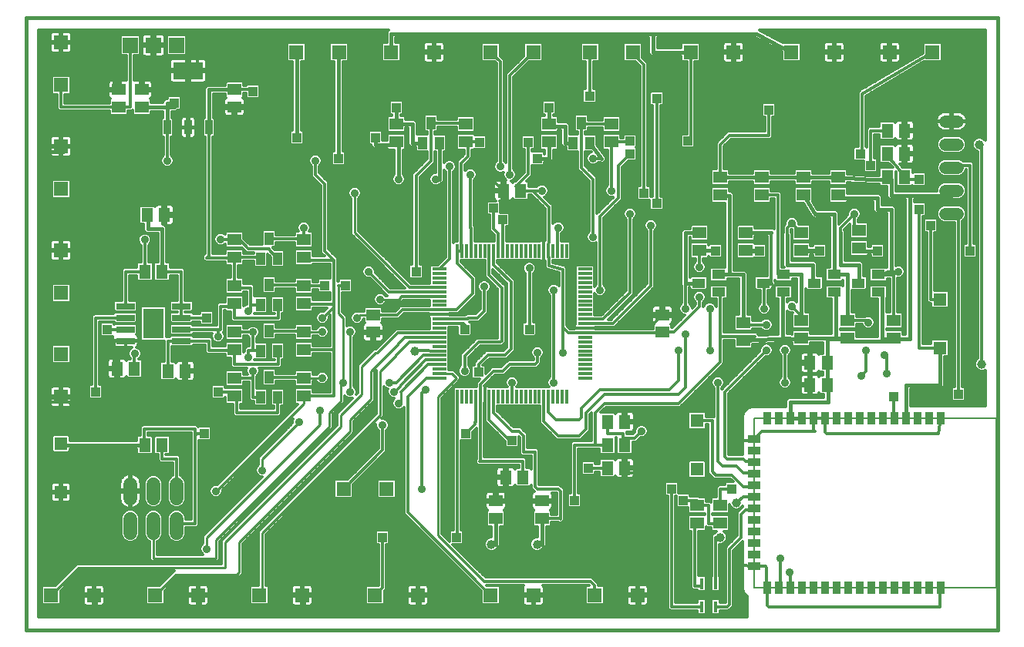
<source format=gtl>
G75*
%MOIN*%
%OFA0B0*%
%FSLAX25Y25*%
%IPPOS*%
%LPD*%
%AMOC8*
5,1,8,0,0,1.08239X$1,22.5*
%
%ADD10C,0.01600*%
%ADD11R,0.05906X0.05118*%
%ADD12R,0.05118X0.05906*%
%ADD13C,0.05200*%
%ADD14C,0.00500*%
%ADD15R,0.05512X0.03543*%
%ADD16R,0.03543X0.05512*%
%ADD17R,0.01772X0.04921*%
%ADD18R,0.05543X0.05543*%
%ADD19R,0.06750X0.06750*%
%ADD20R,0.06150X0.06150*%
%ADD21R,0.08000X0.02600*%
%ADD22R,0.09000X0.13100*%
%ADD23R,0.03300X0.06300*%
%ADD24R,0.13000X0.07500*%
%ADD25R,0.05512X0.03937*%
%ADD26R,0.05906X0.01378*%
%ADD27R,0.01378X0.05906*%
%ADD28C,0.03969*%
%ADD29C,0.06000*%
%ADD30R,0.03937X0.05512*%
%ADD31C,0.01200*%
%ADD32C,0.03569*%
%ADD33R,0.03962X0.03962*%
%ADD34C,0.01000*%
%ADD35C,0.03962*%
D10*
X0001800Y0008495D02*
X0001800Y0273495D01*
X0421800Y0273495D01*
X0421800Y0008495D01*
X0001800Y0008495D01*
X0031052Y0015495D02*
X0031052Y0023495D01*
X0031800Y0023495D01*
X0031800Y0015495D01*
X0076052Y0015495D01*
X0076052Y0023495D01*
X0076800Y0023495D01*
X0076800Y0015495D01*
X0121052Y0015495D01*
X0121052Y0023495D01*
X0121800Y0023495D01*
X0121800Y0015495D01*
X0171052Y0015495D01*
X0171052Y0023495D01*
X0171800Y0023495D01*
X0171800Y0015495D01*
X0221052Y0015495D01*
X0221052Y0023495D01*
X0221052Y0015495D02*
X0266800Y0015495D01*
X0266800Y0023495D01*
X0266052Y0023495D01*
X0224800Y0045495D02*
X0224800Y0056755D01*
X0224800Y0045495D02*
X0222643Y0045495D01*
X0204800Y0045495D02*
X0204800Y0056755D01*
X0204800Y0045495D02*
X0202957Y0045495D01*
X0309800Y0090495D02*
X0309800Y0110995D01*
X0334300Y0110995D01*
X0334300Y0114495D01*
X0340560Y0114495D01*
X0340560Y0123995D01*
X0348040Y0123995D02*
X0348040Y0114495D01*
X0348300Y0114495D01*
X0348300Y0106995D01*
X0332127Y0106995D01*
X0332127Y0100149D01*
X0337127Y0100149D01*
X0348040Y0123995D02*
X0348040Y0134495D01*
X0351800Y0134495D01*
X0356800Y0134495D01*
X0356800Y0134755D01*
X0356800Y0133495D01*
X0358800Y0133495D01*
X0376800Y0133495D01*
X0376800Y0134755D01*
X0376800Y0134495D01*
X0383800Y0134495D01*
X0383800Y0196495D01*
X0375800Y0196495D01*
X0375800Y0203235D01*
X0374060Y0203235D01*
X0374060Y0204495D01*
X0374060Y0203235D02*
X0366800Y0203235D01*
X0352800Y0204235D01*
X0337800Y0204235D01*
X0319800Y0204235D01*
X0301800Y0204235D01*
X0301800Y0196755D02*
X0301800Y0196495D01*
X0305800Y0196495D01*
X0305800Y0162235D01*
X0301131Y0162235D01*
X0311800Y0162235D01*
X0311800Y0141235D01*
X0311800Y0133755D02*
X0331800Y0134755D01*
X0331800Y0134495D01*
X0336800Y0134495D01*
X0336800Y0134755D01*
X0356800Y0134755D01*
X0358800Y0134755D01*
X0358800Y0133495D01*
X0351800Y0134495D02*
X0351800Y0154755D01*
X0351131Y0154755D01*
X0351131Y0162235D02*
X0351131Y0188495D01*
X0342800Y0188495D01*
X0337800Y0196755D01*
X0352800Y0196755D02*
X0352800Y0195495D01*
X0369800Y0195495D01*
X0369800Y0190495D01*
X0375800Y0190495D01*
X0375800Y0162235D01*
X0372800Y0162235D01*
X0370131Y0162235D01*
X0370131Y0154755D02*
X0371800Y0154755D01*
X0371800Y0134495D01*
X0376800Y0134495D01*
X0396800Y0130495D02*
X0396800Y0114495D01*
X0382127Y0114495D01*
X0382127Y0100149D01*
X0331800Y0134495D02*
X0328800Y0134495D01*
X0328800Y0154755D01*
X0329131Y0154755D01*
X0323800Y0158495D02*
X0320469Y0158495D01*
X0329131Y0162235D02*
X0336800Y0162235D01*
X0336800Y0142235D01*
X0356800Y0142235D02*
X0356800Y0162235D01*
X0351131Y0162235D01*
X0353800Y0166495D02*
X0353800Y0180495D01*
X0361800Y0180495D02*
X0361800Y0181235D01*
X0361800Y0173755D02*
X0361800Y0172495D01*
X0369800Y0172495D01*
X0361800Y0166495D02*
X0353800Y0166495D01*
X0361800Y0166495D02*
X0361800Y0158495D01*
X0361469Y0158495D01*
X0342469Y0158495D02*
X0341800Y0158495D01*
X0341800Y0166495D01*
X0330800Y0166495D01*
X0330800Y0179495D01*
X0336800Y0179495D02*
X0336800Y0180235D01*
X0336800Y0172755D02*
X0344800Y0172755D01*
X0344800Y0172495D01*
X0336800Y0172495D01*
X0336800Y0172755D01*
X0323800Y0180495D02*
X0312800Y0180495D01*
X0312800Y0180235D01*
X0312800Y0172755D02*
X0319800Y0172755D01*
X0318800Y0172495D01*
X0312800Y0172495D01*
X0312800Y0172755D01*
X0299800Y0172755D02*
X0299800Y0172495D01*
X0299800Y0172755D02*
X0292800Y0172755D01*
X0292800Y0180235D02*
X0286800Y0180235D01*
X0286800Y0158495D01*
X0292469Y0158495D01*
X0301131Y0154755D02*
X0301800Y0154755D01*
X0383800Y0196495D02*
X0401800Y0196495D01*
X0401800Y0198495D01*
X0381540Y0214495D02*
X0381540Y0224495D01*
X0401800Y0224495D01*
X0401800Y0228495D01*
X0375048Y0258495D02*
X0351052Y0258495D01*
X0332548Y0258495D02*
X0317548Y0266495D01*
X0272800Y0266495D01*
X0159548Y0266495D01*
X0159548Y0258495D01*
X0137052Y0258495D02*
X0136800Y0258495D01*
X0136800Y0212495D01*
X0152800Y0218495D02*
X0161800Y0218495D01*
X0161800Y0219755D01*
X0162800Y0219755D01*
X0162800Y0203495D01*
X0180540Y0203495D02*
X0180540Y0219164D01*
X0173060Y0219164D02*
X0168800Y0219164D01*
X0168800Y0227495D01*
X0161800Y0227495D01*
X0161800Y0234495D01*
X0161800Y0227495D02*
X0161800Y0227235D01*
X0152800Y0221495D02*
X0152800Y0218495D01*
X0118800Y0221495D02*
X0118800Y0258495D01*
X0118548Y0258495D01*
X0105800Y0250495D02*
X0105800Y0234495D01*
X0091800Y0234495D01*
X0091800Y0234755D01*
X0091800Y0242235D02*
X0080800Y0242235D01*
X0080800Y0223495D01*
X0071800Y0225895D02*
X0071800Y0187995D01*
X0061540Y0187995D01*
X0060540Y0181995D02*
X0054300Y0181995D01*
X0054300Y0187995D01*
X0054060Y0187995D01*
X0060540Y0181995D02*
X0060540Y0163495D01*
X0016800Y0172747D02*
X0007800Y0172747D01*
X0007800Y0215495D01*
X0017800Y0215495D01*
X0051800Y0234755D02*
X0065800Y0234755D01*
X0065800Y0236495D01*
X0062745Y0236495D01*
X0062745Y0225895D01*
X0075800Y0250495D02*
X0105800Y0250495D01*
X0222800Y0212495D02*
X0227800Y0212495D01*
X0227800Y0219755D01*
X0234800Y0219164D02*
X0234800Y0226495D01*
X0227800Y0226495D01*
X0227800Y0227235D01*
X0227800Y0234495D01*
X0234800Y0219164D02*
X0238060Y0219164D01*
X0245540Y0219164D02*
X0250540Y0212495D01*
X0272800Y0258495D02*
X0272800Y0266495D01*
X0272800Y0258495D02*
X0289048Y0258495D01*
X0106800Y0117826D02*
X0106800Y0117235D01*
X0053060Y0088495D02*
X0015800Y0088495D01*
X0015800Y0088995D01*
X0016800Y0088995D01*
X0016800Y0109243D02*
X0016800Y0109495D01*
X0016800Y0068495D02*
X0046800Y0068495D01*
X0016800Y0068495D02*
X0016800Y0067995D01*
D11*
X0091800Y0109755D03*
X0091800Y0117235D03*
X0091800Y0129755D03*
X0091800Y0137235D03*
X0091800Y0149755D03*
X0091800Y0157235D03*
X0091800Y0169755D03*
X0091800Y0177235D03*
X0121800Y0177235D03*
X0121800Y0169755D03*
X0121800Y0157235D03*
X0121800Y0149755D03*
X0121800Y0137235D03*
X0121800Y0129755D03*
X0121800Y0117235D03*
X0121800Y0109755D03*
X0151800Y0137255D03*
X0151800Y0144735D03*
X0161800Y0219755D03*
X0161800Y0227235D03*
X0191800Y0227235D03*
X0191800Y0219755D03*
X0227800Y0219755D03*
X0227800Y0227235D03*
X0254800Y0227235D03*
X0254800Y0219755D03*
X0301800Y0204235D03*
X0301800Y0196755D03*
X0319800Y0196755D03*
X0319800Y0204235D03*
X0337800Y0204235D03*
X0337800Y0196755D03*
X0352800Y0196755D03*
X0352800Y0204235D03*
X0361800Y0181235D03*
X0361800Y0173755D03*
X0336800Y0172755D03*
X0336800Y0180235D03*
X0312800Y0180235D03*
X0312800Y0172755D03*
X0292800Y0172755D03*
X0292800Y0180235D03*
X0276800Y0144735D03*
X0276800Y0137255D03*
X0311800Y0133755D03*
X0311800Y0141235D03*
X0336800Y0142235D03*
X0336800Y0134755D03*
X0356800Y0134755D03*
X0356800Y0142235D03*
X0376800Y0142235D03*
X0376800Y0134755D03*
X0301800Y0062235D03*
X0291800Y0062235D03*
X0291800Y0054755D03*
X0301800Y0054755D03*
X0224800Y0056755D03*
X0224800Y0064235D03*
X0204800Y0064235D03*
X0204800Y0056755D03*
X0091800Y0234755D03*
X0091800Y0242235D03*
X0051800Y0242235D03*
X0051800Y0234755D03*
X0041800Y0234755D03*
X0041800Y0242235D03*
D12*
X0054060Y0187995D03*
X0061540Y0187995D03*
X0060540Y0163495D03*
X0053060Y0163495D03*
X0048540Y0121495D03*
X0041060Y0121495D03*
X0063060Y0120495D03*
X0070540Y0120495D03*
X0060540Y0088495D03*
X0053060Y0088495D03*
X0209060Y0074495D03*
X0216540Y0074495D03*
X0253060Y0078495D03*
X0260540Y0078495D03*
X0260540Y0088495D03*
X0253060Y0088495D03*
X0253060Y0098495D03*
X0260540Y0098495D03*
X0340560Y0114495D03*
X0348040Y0114495D03*
X0348040Y0123995D03*
X0340560Y0123995D03*
X0374060Y0204495D03*
X0381540Y0204495D03*
X0381540Y0214495D03*
X0374060Y0214495D03*
X0374060Y0224495D03*
X0381540Y0224495D03*
X0215540Y0198495D03*
X0208060Y0198495D03*
D13*
X0399200Y0198495D02*
X0404400Y0198495D01*
X0404400Y0208495D02*
X0399200Y0208495D01*
X0399200Y0218495D02*
X0404400Y0218495D01*
X0404400Y0228495D02*
X0399200Y0228495D01*
X0399200Y0188495D02*
X0404400Y0188495D01*
D14*
X0421261Y0100149D02*
X0316339Y0100149D01*
X0316339Y0026841D01*
X0421261Y0026841D01*
X0421261Y0100149D01*
D15*
X0316339Y0090896D03*
X0316339Y0085896D03*
X0316339Y0080896D03*
X0316339Y0075896D03*
X0316339Y0070896D03*
X0316339Y0065896D03*
X0316339Y0060896D03*
X0316339Y0055896D03*
X0316339Y0050896D03*
X0316339Y0045896D03*
X0316339Y0040896D03*
X0316339Y0035896D03*
D16*
X0322127Y0026841D03*
X0327127Y0026841D03*
X0332127Y0026841D03*
X0337127Y0026841D03*
X0342127Y0026841D03*
X0347127Y0026841D03*
X0352127Y0026841D03*
X0357127Y0026841D03*
X0362127Y0026841D03*
X0367127Y0026841D03*
X0372127Y0026841D03*
X0377127Y0026841D03*
X0382127Y0026841D03*
X0387127Y0026841D03*
X0392127Y0026841D03*
X0397127Y0026841D03*
X0397127Y0100149D03*
X0392127Y0100149D03*
X0387127Y0100149D03*
X0382127Y0100149D03*
X0377127Y0100149D03*
X0372127Y0100149D03*
X0367127Y0100149D03*
X0362127Y0100149D03*
X0357127Y0100149D03*
X0352127Y0100149D03*
X0347127Y0100149D03*
X0342127Y0100149D03*
X0337127Y0100149D03*
X0332127Y0100149D03*
X0327127Y0100149D03*
X0322127Y0100149D03*
D17*
X0299851Y0028495D03*
X0293749Y0028495D03*
X0293749Y0018495D03*
X0299851Y0018495D03*
D18*
X0291800Y0077995D03*
X0291800Y0098995D03*
X0396800Y0130495D03*
X0396800Y0151495D03*
X0016800Y0088995D03*
X0016800Y0067995D03*
D19*
X0046800Y0261495D03*
X0056800Y0261495D03*
X0066800Y0261495D03*
D20*
X0016800Y0262747D03*
X0016800Y0244243D03*
X0016800Y0217747D03*
X0016800Y0199243D03*
X0016800Y0172747D03*
X0016800Y0154243D03*
X0016800Y0127747D03*
X0016800Y0109243D03*
X0139048Y0069495D03*
X0157552Y0069495D03*
X0152548Y0023495D03*
X0171052Y0023495D03*
X0202548Y0023495D03*
X0221052Y0023495D03*
X0247548Y0023495D03*
X0266052Y0023495D03*
X0121052Y0023495D03*
X0102548Y0023495D03*
X0076052Y0023495D03*
X0057548Y0023495D03*
X0031052Y0023495D03*
X0012548Y0023495D03*
X0118548Y0258495D03*
X0137052Y0258495D03*
X0159548Y0258495D03*
X0178052Y0258495D03*
X0202548Y0258495D03*
X0221052Y0258495D03*
X0245548Y0258495D03*
X0264052Y0258495D03*
X0289048Y0258495D03*
X0307552Y0258495D03*
X0332548Y0258495D03*
X0351052Y0258495D03*
X0375048Y0258495D03*
X0393552Y0258495D03*
D21*
X0068900Y0148495D03*
X0068900Y0143495D03*
X0068900Y0138495D03*
X0068900Y0133495D03*
X0044700Y0133495D03*
X0044700Y0138495D03*
X0044700Y0143495D03*
X0044700Y0148495D03*
D22*
X0056800Y0140995D03*
D23*
X0062745Y0225895D03*
X0071800Y0225895D03*
X0080855Y0225895D03*
D24*
X0071800Y0250495D03*
D25*
X0292469Y0158495D03*
X0301131Y0162235D03*
X0301131Y0154755D03*
X0320469Y0158495D03*
X0329131Y0162235D03*
X0329131Y0154755D03*
X0342469Y0158495D03*
X0351131Y0162235D03*
X0351131Y0154755D03*
X0361469Y0158495D03*
X0370131Y0162235D03*
X0370131Y0154755D03*
D26*
X0243296Y0154774D03*
X0243296Y0152806D03*
X0243296Y0150837D03*
X0243296Y0148869D03*
X0243296Y0146900D03*
X0243296Y0144932D03*
X0243296Y0142963D03*
X0243296Y0140995D03*
X0243296Y0139026D03*
X0243296Y0137058D03*
X0243296Y0135089D03*
X0243296Y0133121D03*
X0243296Y0131152D03*
X0243296Y0129184D03*
X0243296Y0127215D03*
X0243296Y0125247D03*
X0243296Y0123278D03*
X0243296Y0121310D03*
X0243296Y0119341D03*
X0243296Y0117373D03*
X0243296Y0156743D03*
X0243296Y0158711D03*
X0243296Y0160680D03*
X0243296Y0162648D03*
X0243296Y0164617D03*
X0180304Y0164617D03*
X0180304Y0162648D03*
X0180304Y0160680D03*
X0180304Y0158711D03*
X0180304Y0156743D03*
X0180304Y0154774D03*
X0180304Y0152806D03*
X0180304Y0150837D03*
X0180304Y0148869D03*
X0180304Y0146900D03*
X0180304Y0144932D03*
X0180304Y0142963D03*
X0180304Y0140995D03*
X0180304Y0139026D03*
X0180304Y0137058D03*
X0180304Y0135089D03*
X0180304Y0133121D03*
X0180304Y0131152D03*
X0180304Y0129184D03*
X0180304Y0127215D03*
X0180304Y0125247D03*
X0180304Y0123278D03*
X0180304Y0121310D03*
X0180304Y0119341D03*
X0180304Y0117373D03*
D27*
X0188178Y0109499D03*
X0190146Y0109499D03*
X0192115Y0109499D03*
X0194083Y0109499D03*
X0196052Y0109499D03*
X0198020Y0109499D03*
X0199989Y0109499D03*
X0201957Y0109499D03*
X0203926Y0109499D03*
X0205894Y0109499D03*
X0207863Y0109499D03*
X0209831Y0109499D03*
X0211800Y0109499D03*
X0213769Y0109499D03*
X0215737Y0109499D03*
X0217706Y0109499D03*
X0219674Y0109499D03*
X0221643Y0109499D03*
X0223611Y0109499D03*
X0225580Y0109499D03*
X0227548Y0109499D03*
X0229517Y0109499D03*
X0231485Y0109499D03*
X0233454Y0109499D03*
X0235422Y0109499D03*
X0235422Y0172491D03*
X0233454Y0172491D03*
X0231485Y0172491D03*
X0229517Y0172491D03*
X0227548Y0172491D03*
X0225580Y0172491D03*
X0223611Y0172491D03*
X0221643Y0172491D03*
X0219674Y0172491D03*
X0217706Y0172491D03*
X0215737Y0172491D03*
X0213769Y0172491D03*
X0211800Y0172491D03*
X0209831Y0172491D03*
X0207863Y0172491D03*
X0205894Y0172491D03*
X0203926Y0172491D03*
X0201957Y0172491D03*
X0199989Y0172491D03*
X0198020Y0172491D03*
X0196052Y0172491D03*
X0194083Y0172491D03*
X0192115Y0172491D03*
X0190146Y0172491D03*
X0188178Y0172491D03*
D28*
X0202957Y0045495D03*
X0222643Y0045495D03*
D29*
X0066800Y0050495D02*
X0066800Y0056495D01*
X0056800Y0056495D02*
X0056800Y0050495D01*
X0046800Y0050495D02*
X0046800Y0056495D01*
X0046800Y0065495D02*
X0046800Y0071495D01*
X0056800Y0071495D02*
X0056800Y0065495D01*
X0066800Y0065495D02*
X0066800Y0071495D01*
D30*
X0103060Y0109164D03*
X0110540Y0109164D03*
X0106800Y0117826D03*
X0103060Y0129164D03*
X0110540Y0129164D03*
X0106800Y0137826D03*
X0103060Y0149164D03*
X0110540Y0149164D03*
X0106800Y0157826D03*
X0103060Y0169164D03*
X0110540Y0169164D03*
X0106800Y0177826D03*
X0173060Y0219164D03*
X0180540Y0219164D03*
X0176800Y0227826D03*
X0238060Y0219164D03*
X0245540Y0219164D03*
X0241800Y0227826D03*
D31*
X0241800Y0208495D01*
X0246800Y0203495D01*
X0246800Y0178495D01*
X0244096Y0177485D02*
X0233185Y0177485D01*
X0233185Y0176544D02*
X0233185Y0179947D01*
X0233434Y0180050D01*
X0234245Y0180861D01*
X0234684Y0181921D01*
X0234684Y0183069D01*
X0234245Y0184129D01*
X0233434Y0184940D01*
X0232374Y0185379D01*
X0231226Y0185379D01*
X0230166Y0184940D01*
X0229500Y0184274D01*
X0229500Y0192199D01*
X0225879Y0195820D01*
X0226434Y0196050D01*
X0227245Y0196861D01*
X0227684Y0197921D01*
X0227684Y0199069D01*
X0227245Y0200129D01*
X0226434Y0200940D01*
X0225374Y0201379D01*
X0224226Y0201379D01*
X0223166Y0200940D01*
X0222421Y0200195D01*
X0219199Y0200195D01*
X0219199Y0201903D01*
X0218555Y0202548D01*
X0217997Y0202548D01*
X0220500Y0205050D01*
X0220500Y0209414D01*
X0225237Y0209414D01*
X0225881Y0210058D01*
X0225881Y0210595D01*
X0228587Y0210595D01*
X0229700Y0211708D01*
X0229700Y0216096D01*
X0231208Y0216096D01*
X0231853Y0216740D01*
X0231853Y0222769D01*
X0231208Y0223414D01*
X0224392Y0223414D01*
X0223747Y0222769D01*
X0223747Y0216740D01*
X0224392Y0216096D01*
X0225900Y0216096D01*
X0225900Y0214395D01*
X0225881Y0214395D01*
X0225881Y0214932D01*
X0225237Y0215576D01*
X0220500Y0215576D01*
X0220500Y0216414D01*
X0221237Y0216414D01*
X0221881Y0217058D01*
X0221881Y0221932D01*
X0221237Y0222576D01*
X0216363Y0222576D01*
X0215719Y0221932D01*
X0215719Y0217058D01*
X0216363Y0216414D01*
X0217100Y0216414D01*
X0217100Y0206459D01*
X0213189Y0202548D01*
X0212525Y0202548D01*
X0212085Y0202107D01*
X0211899Y0202430D01*
X0211618Y0202712D01*
X0212434Y0203050D01*
X0213245Y0203861D01*
X0213684Y0204921D01*
X0213684Y0206069D01*
X0213245Y0207129D01*
X0212500Y0207874D01*
X0212500Y0247539D01*
X0219281Y0254320D01*
X0224583Y0254320D01*
X0225227Y0254964D01*
X0225227Y0262025D01*
X0224583Y0262670D01*
X0217521Y0262670D01*
X0216877Y0262025D01*
X0216877Y0256724D01*
X0209100Y0248947D01*
X0209100Y0210774D01*
X0208500Y0211374D01*
X0208500Y0254947D01*
X0206723Y0256724D01*
X0206723Y0262025D01*
X0206079Y0262670D01*
X0199017Y0262670D01*
X0198373Y0262025D01*
X0198373Y0254964D01*
X0199017Y0254320D01*
X0204319Y0254320D01*
X0205100Y0253539D01*
X0205100Y0211374D01*
X0204355Y0210629D01*
X0203916Y0209569D01*
X0203916Y0208421D01*
X0204355Y0207361D01*
X0205166Y0206550D01*
X0206226Y0206111D01*
X0207374Y0206111D01*
X0208049Y0206390D01*
X0207916Y0206069D01*
X0207916Y0204921D01*
X0208355Y0203861D01*
X0209166Y0203050D01*
X0209171Y0203048D01*
X0208660Y0203048D01*
X0208660Y0199095D01*
X0207460Y0199095D01*
X0207460Y0203048D01*
X0205290Y0203048D01*
X0204883Y0202939D01*
X0204518Y0202728D01*
X0204220Y0202430D01*
X0204010Y0202065D01*
X0203901Y0201658D01*
X0203901Y0199095D01*
X0207460Y0199095D01*
X0207460Y0197895D01*
X0203901Y0197895D01*
X0203901Y0195331D01*
X0204010Y0194924D01*
X0204220Y0194560D01*
X0204518Y0194262D01*
X0204840Y0194076D01*
X0201363Y0194076D01*
X0200719Y0193432D01*
X0200719Y0188558D01*
X0201363Y0187914D01*
X0202100Y0187914D01*
X0202100Y0181291D01*
X0203096Y0180295D01*
X0204100Y0179291D01*
X0204100Y0176544D01*
X0195783Y0176544D01*
X0195783Y0182916D01*
X0195500Y0183199D01*
X0195500Y0203116D01*
X0196245Y0203861D01*
X0196684Y0204921D01*
X0196684Y0206069D01*
X0196245Y0207129D01*
X0195434Y0207940D01*
X0194374Y0208379D01*
X0193226Y0208379D01*
X0192166Y0207940D01*
X0191500Y0207274D01*
X0191500Y0209791D01*
X0193504Y0211795D01*
X0194500Y0212791D01*
X0194500Y0216096D01*
X0195208Y0216096D01*
X0195527Y0216414D01*
X0200237Y0216414D01*
X0200881Y0217058D01*
X0200881Y0221932D01*
X0200237Y0222576D01*
X0195853Y0222576D01*
X0195853Y0222769D01*
X0195208Y0223414D01*
X0188392Y0223414D01*
X0187747Y0222769D01*
X0187747Y0216740D01*
X0188392Y0216096D01*
X0191100Y0216096D01*
X0191100Y0214199D01*
X0188100Y0211199D01*
X0188100Y0176544D01*
X0187033Y0176544D01*
X0186500Y0176010D01*
X0186500Y0206616D01*
X0187245Y0207361D01*
X0187684Y0208421D01*
X0187684Y0209569D01*
X0187245Y0210629D01*
X0186434Y0211440D01*
X0185374Y0211879D01*
X0184226Y0211879D01*
X0183166Y0211440D01*
X0182440Y0210714D01*
X0182440Y0215308D01*
X0182964Y0215308D01*
X0183609Y0215953D01*
X0183609Y0222376D01*
X0182964Y0223020D01*
X0178500Y0223020D01*
X0178500Y0223970D01*
X0179224Y0223970D01*
X0179868Y0224614D01*
X0179868Y0226126D01*
X0187747Y0226126D01*
X0187747Y0224220D01*
X0188392Y0223576D01*
X0195208Y0223576D01*
X0195853Y0224220D01*
X0195853Y0230250D01*
X0195208Y0230894D01*
X0188392Y0230894D01*
X0187747Y0230250D01*
X0187747Y0229526D01*
X0179868Y0229526D01*
X0179868Y0231037D01*
X0179224Y0231681D01*
X0174376Y0231681D01*
X0173731Y0231037D01*
X0173731Y0224614D01*
X0174376Y0223970D01*
X0175100Y0223970D01*
X0175100Y0223020D01*
X0170700Y0223020D01*
X0170700Y0228282D01*
X0169587Y0229395D01*
X0165853Y0229395D01*
X0165853Y0230250D01*
X0165208Y0230894D01*
X0163700Y0230894D01*
X0163700Y0231414D01*
X0164237Y0231414D01*
X0164881Y0232058D01*
X0164881Y0236932D01*
X0164237Y0237576D01*
X0159363Y0237576D01*
X0158719Y0236932D01*
X0158719Y0232058D01*
X0159363Y0231414D01*
X0159900Y0231414D01*
X0159900Y0230894D01*
X0158392Y0230894D01*
X0157747Y0230250D01*
X0157747Y0224220D01*
X0158392Y0223576D01*
X0165208Y0223576D01*
X0165853Y0224220D01*
X0165853Y0225595D01*
X0166900Y0225595D01*
X0166900Y0218377D01*
X0168013Y0217264D01*
X0169991Y0217264D01*
X0169991Y0215953D01*
X0170636Y0215308D01*
X0175100Y0215308D01*
X0175100Y0212199D01*
X0168600Y0205699D01*
X0168600Y0166576D01*
X0167863Y0166576D01*
X0167219Y0165932D01*
X0167219Y0161058D01*
X0167863Y0160414D01*
X0172737Y0160414D01*
X0173381Y0161058D01*
X0173381Y0165932D01*
X0172737Y0166576D01*
X0172000Y0166576D01*
X0172000Y0204291D01*
X0177504Y0209795D01*
X0178500Y0210791D01*
X0178500Y0215308D01*
X0178640Y0215308D01*
X0178640Y0206379D01*
X0178226Y0206379D01*
X0177166Y0205940D01*
X0176355Y0205129D01*
X0175916Y0204069D01*
X0175916Y0202921D01*
X0176355Y0201861D01*
X0177166Y0201050D01*
X0178226Y0200611D01*
X0179374Y0200611D01*
X0180434Y0201050D01*
X0180979Y0201595D01*
X0181327Y0201595D01*
X0182440Y0202708D01*
X0182440Y0207276D01*
X0183100Y0206616D01*
X0183100Y0169817D01*
X0179689Y0166406D01*
X0176896Y0166406D01*
X0176251Y0165761D01*
X0176251Y0158443D01*
X0168256Y0158443D01*
X0158504Y0168195D01*
X0158363Y0168195D01*
X0145400Y0181158D01*
X0145400Y0195036D01*
X0145434Y0195050D01*
X0146245Y0195861D01*
X0146684Y0196921D01*
X0146684Y0198069D01*
X0146245Y0199129D01*
X0145434Y0199940D01*
X0144374Y0200379D01*
X0143226Y0200379D01*
X0142166Y0199940D01*
X0141355Y0199129D01*
X0140916Y0198069D01*
X0140916Y0196921D01*
X0141355Y0195861D01*
X0142166Y0195050D01*
X0142200Y0195036D01*
X0142200Y0179832D01*
X0156100Y0165932D01*
X0156100Y0165791D01*
X0165416Y0156474D01*
X0159225Y0156474D01*
X0157504Y0158195D01*
X0157363Y0158195D01*
X0152670Y0162887D01*
X0152684Y0162921D01*
X0152684Y0164069D01*
X0152245Y0165129D01*
X0151434Y0165940D01*
X0150374Y0166379D01*
X0149226Y0166379D01*
X0148166Y0165940D01*
X0147355Y0165129D01*
X0146916Y0164069D01*
X0146916Y0162921D01*
X0147355Y0161861D01*
X0148166Y0161050D01*
X0149226Y0160611D01*
X0150374Y0160611D01*
X0150408Y0160625D01*
X0155100Y0155932D01*
X0155100Y0155791D01*
X0157796Y0153095D01*
X0157259Y0153095D01*
X0157245Y0153129D01*
X0156434Y0153940D01*
X0155374Y0154379D01*
X0154226Y0154379D01*
X0153166Y0153940D01*
X0152355Y0153129D01*
X0151916Y0152069D01*
X0151916Y0150921D01*
X0152355Y0149861D01*
X0153166Y0149050D01*
X0154226Y0148611D01*
X0155374Y0148611D01*
X0156434Y0149050D01*
X0157245Y0149861D01*
X0157259Y0149895D01*
X0163463Y0149895D01*
X0164363Y0150795D01*
X0164504Y0150795D01*
X0164815Y0151106D01*
X0176251Y0151106D01*
X0176251Y0148695D01*
X0163596Y0148695D01*
X0161336Y0146435D01*
X0155853Y0146435D01*
X0155853Y0147750D01*
X0155208Y0148394D01*
X0148392Y0148394D01*
X0147747Y0147750D01*
X0147747Y0146335D01*
X0145480Y0146335D01*
X0145374Y0146379D01*
X0144226Y0146379D01*
X0143166Y0145940D01*
X0142355Y0145129D01*
X0141916Y0144069D01*
X0141916Y0142921D01*
X0142355Y0141861D01*
X0143166Y0141050D01*
X0144226Y0140611D01*
X0145374Y0140611D01*
X0146434Y0141050D01*
X0147245Y0141861D01*
X0147684Y0142921D01*
X0147684Y0143135D01*
X0147747Y0143135D01*
X0147747Y0141720D01*
X0148187Y0141280D01*
X0147865Y0141094D01*
X0147567Y0140796D01*
X0147356Y0140431D01*
X0147247Y0140024D01*
X0147247Y0137855D01*
X0151200Y0137855D01*
X0151200Y0136655D01*
X0147247Y0136655D01*
X0147247Y0134485D01*
X0147356Y0134078D01*
X0147567Y0133713D01*
X0147865Y0133415D01*
X0148230Y0133205D01*
X0148637Y0133096D01*
X0151200Y0133096D01*
X0151200Y0136655D01*
X0152400Y0136655D01*
X0152400Y0137855D01*
X0156353Y0137855D01*
X0156353Y0140024D01*
X0156244Y0140431D01*
X0156033Y0140796D01*
X0155735Y0141094D01*
X0155413Y0141280D01*
X0155853Y0141720D01*
X0155853Y0143035D01*
X0162744Y0143035D01*
X0165004Y0145295D01*
X0175751Y0145295D01*
X0175751Y0144932D01*
X0180304Y0144932D01*
X0184857Y0144932D01*
X0184857Y0145200D01*
X0188410Y0145200D01*
X0189405Y0146196D01*
X0195504Y0152295D01*
X0196500Y0153291D01*
X0196500Y0160955D01*
X0189878Y0167577D01*
X0189878Y0168438D01*
X0200100Y0168438D01*
X0200100Y0161291D01*
X0205600Y0155791D01*
X0205600Y0134695D01*
X0196596Y0134695D01*
X0190596Y0128695D01*
X0189600Y0127699D01*
X0189600Y0122874D01*
X0188855Y0122129D01*
X0188416Y0121069D01*
X0188416Y0119921D01*
X0188855Y0118861D01*
X0189666Y0118050D01*
X0190726Y0117611D01*
X0191874Y0117611D01*
X0192934Y0118050D01*
X0193745Y0118861D01*
X0194184Y0119921D01*
X0194184Y0121069D01*
X0193745Y0122129D01*
X0193000Y0122874D01*
X0193000Y0126291D01*
X0198004Y0131295D01*
X0207504Y0131295D01*
X0208500Y0132291D01*
X0209000Y0132791D01*
X0209000Y0157199D01*
X0208004Y0158195D01*
X0203500Y0162699D01*
X0203500Y0164391D01*
X0209600Y0158291D01*
X0209600Y0130699D01*
X0208096Y0129195D01*
X0200596Y0129195D01*
X0196596Y0125195D01*
X0195600Y0124199D01*
X0195600Y0123076D01*
X0194863Y0123076D01*
X0194219Y0122432D01*
X0194219Y0117558D01*
X0194863Y0116914D01*
X0197815Y0116914D01*
X0196320Y0115419D01*
X0196320Y0113551D01*
X0187033Y0113551D01*
X0186389Y0112907D01*
X0186389Y0106090D01*
X0186478Y0106001D01*
X0186478Y0051576D01*
X0185363Y0051576D01*
X0184719Y0050932D01*
X0184719Y0046839D01*
X0181400Y0050158D01*
X0181400Y0108832D01*
X0189400Y0116832D01*
X0189400Y0118158D01*
X0188463Y0119095D01*
X0186463Y0121095D01*
X0184357Y0121095D01*
X0184357Y0139295D01*
X0188219Y0139295D01*
X0188219Y0136058D01*
X0188863Y0135414D01*
X0193737Y0135414D01*
X0194381Y0136058D01*
X0194381Y0140932D01*
X0193737Y0141576D01*
X0193408Y0141576D01*
X0193787Y0141795D01*
X0197504Y0141795D01*
X0198500Y0142791D01*
X0201500Y0145791D01*
X0201500Y0154616D01*
X0202245Y0155361D01*
X0202684Y0156421D01*
X0202684Y0157569D01*
X0202245Y0158629D01*
X0201434Y0159440D01*
X0200374Y0159879D01*
X0199226Y0159879D01*
X0198166Y0159440D01*
X0197355Y0158629D01*
X0196916Y0157569D01*
X0196916Y0156421D01*
X0197355Y0155361D01*
X0198100Y0154616D01*
X0198100Y0147199D01*
X0196096Y0145195D01*
X0192096Y0145195D01*
X0191564Y0144663D01*
X0184857Y0144663D01*
X0184857Y0144932D01*
X0180304Y0144932D01*
X0180304Y0144932D01*
X0191237Y0144932D01*
X0194300Y0147995D01*
X0193128Y0149919D02*
X0198100Y0149919D01*
X0198100Y0148721D02*
X0191930Y0148721D01*
X0190731Y0147522D02*
X0198100Y0147522D01*
X0197225Y0146324D02*
X0189533Y0146324D01*
X0191237Y0144932D02*
X0191283Y0144934D01*
X0191330Y0144940D01*
X0191375Y0144949D01*
X0191420Y0144963D01*
X0191463Y0144979D01*
X0191505Y0145000D01*
X0191545Y0145024D01*
X0191583Y0145051D01*
X0191618Y0145081D01*
X0191651Y0145114D01*
X0191681Y0145149D01*
X0191708Y0145187D01*
X0191732Y0145227D01*
X0191753Y0145269D01*
X0191769Y0145312D01*
X0191783Y0145357D01*
X0191792Y0145402D01*
X0191798Y0145449D01*
X0191800Y0145495D01*
X0192026Y0145125D02*
X0184857Y0145125D01*
X0187706Y0146900D02*
X0180304Y0146900D01*
X0177898Y0146995D01*
X0164300Y0146995D01*
X0162040Y0144735D01*
X0151800Y0144735D01*
X0155853Y0142728D02*
X0176251Y0142728D01*
X0176251Y0143080D02*
X0176251Y0138758D01*
X0161659Y0138758D01*
X0152996Y0130095D01*
X0152137Y0130095D01*
X0146137Y0124095D01*
X0145200Y0123158D01*
X0145200Y0111158D01*
X0144487Y0110444D01*
X0144684Y0110921D01*
X0144684Y0112069D01*
X0144245Y0113129D01*
X0143434Y0113940D01*
X0143400Y0113954D01*
X0143400Y0135036D01*
X0143434Y0135050D01*
X0144245Y0135861D01*
X0144684Y0136921D01*
X0144684Y0138069D01*
X0144245Y0139129D01*
X0143434Y0139940D01*
X0142374Y0140379D01*
X0141226Y0140379D01*
X0140400Y0140037D01*
X0140400Y0144158D01*
X0139463Y0145095D01*
X0138400Y0146158D01*
X0138400Y0154414D01*
X0142237Y0154414D01*
X0142881Y0155058D01*
X0142881Y0159932D01*
X0142237Y0160576D01*
X0137363Y0160576D01*
X0136719Y0159932D01*
X0136719Y0159195D01*
X0136500Y0159195D01*
X0136500Y0169199D01*
X0135504Y0170195D01*
X0132500Y0173199D01*
X0132500Y0202199D01*
X0128500Y0206199D01*
X0128500Y0209116D01*
X0129245Y0209861D01*
X0129684Y0210921D01*
X0129684Y0212069D01*
X0129245Y0213129D01*
X0128434Y0213940D01*
X0127374Y0214379D01*
X0126226Y0214379D01*
X0125166Y0213940D01*
X0124355Y0213129D01*
X0123916Y0212069D01*
X0123916Y0210921D01*
X0124355Y0209861D01*
X0125100Y0209116D01*
X0125100Y0204791D01*
X0126096Y0203795D01*
X0129100Y0200791D01*
X0129100Y0171791D01*
X0130096Y0170795D01*
X0130696Y0170195D01*
X0125853Y0170195D01*
X0125853Y0172769D01*
X0125208Y0173414D01*
X0118392Y0173414D01*
X0117747Y0172769D01*
X0117747Y0166740D01*
X0118392Y0166096D01*
X0125208Y0166096D01*
X0125853Y0166740D01*
X0125853Y0166795D01*
X0133100Y0166795D01*
X0133100Y0160576D01*
X0128363Y0160576D01*
X0127719Y0159932D01*
X0127719Y0158935D01*
X0125853Y0158935D01*
X0125853Y0160250D01*
X0125208Y0160894D01*
X0118392Y0160894D01*
X0117747Y0160250D01*
X0117747Y0159526D01*
X0109868Y0159526D01*
X0109868Y0161037D01*
X0109224Y0161681D01*
X0104376Y0161681D01*
X0103731Y0161037D01*
X0103731Y0154614D01*
X0104376Y0153970D01*
X0109224Y0153970D01*
X0109868Y0154614D01*
X0109868Y0156126D01*
X0117747Y0156126D01*
X0117747Y0154220D01*
X0118392Y0153576D01*
X0125208Y0153576D01*
X0125853Y0154220D01*
X0125853Y0155535D01*
X0127719Y0155535D01*
X0127719Y0155058D01*
X0128363Y0154414D01*
X0133100Y0154414D01*
X0133100Y0151195D01*
X0125853Y0151195D01*
X0125853Y0152769D01*
X0125208Y0153414D01*
X0118392Y0153414D01*
X0117747Y0152769D01*
X0117747Y0146740D01*
X0118392Y0146096D01*
X0125208Y0146096D01*
X0125853Y0146740D01*
X0125853Y0147795D01*
X0131837Y0147795D01*
X0130408Y0146365D01*
X0130374Y0146379D01*
X0129226Y0146379D01*
X0128166Y0145940D01*
X0127355Y0145129D01*
X0126916Y0144069D01*
X0126916Y0142921D01*
X0127355Y0141861D01*
X0128166Y0141050D01*
X0129226Y0140611D01*
X0130374Y0140611D01*
X0131434Y0141050D01*
X0132245Y0141861D01*
X0132684Y0142921D01*
X0132684Y0144069D01*
X0132670Y0144102D01*
X0133100Y0144532D01*
X0133100Y0131455D01*
X0125853Y0131455D01*
X0125853Y0132769D01*
X0125208Y0133414D01*
X0118392Y0133414D01*
X0117747Y0132769D01*
X0117747Y0126740D01*
X0118392Y0126096D01*
X0125208Y0126096D01*
X0125853Y0126740D01*
X0125853Y0128055D01*
X0133100Y0128055D01*
X0133100Y0111455D01*
X0125853Y0111455D01*
X0125853Y0112769D01*
X0125208Y0113414D01*
X0118392Y0113414D01*
X0117747Y0112769D01*
X0117747Y0106740D01*
X0118392Y0106096D01*
X0119138Y0106096D01*
X0084408Y0071365D01*
X0084374Y0071379D01*
X0083226Y0071379D01*
X0082166Y0070940D01*
X0081355Y0070129D01*
X0080916Y0069069D01*
X0080916Y0067921D01*
X0081355Y0066861D01*
X0082166Y0066050D01*
X0083226Y0065611D01*
X0084374Y0065611D01*
X0085434Y0066050D01*
X0086245Y0066861D01*
X0086684Y0067921D01*
X0086684Y0069069D01*
X0086670Y0069102D01*
X0117113Y0099545D01*
X0116916Y0099069D01*
X0116916Y0097921D01*
X0116930Y0097887D01*
X0102200Y0083158D01*
X0102200Y0079954D01*
X0102166Y0079940D01*
X0101355Y0079129D01*
X0100916Y0078069D01*
X0100916Y0076921D01*
X0101355Y0075861D01*
X0102166Y0075050D01*
X0103226Y0074611D01*
X0103653Y0074611D01*
X0078200Y0049158D01*
X0078200Y0045954D01*
X0078166Y0045940D01*
X0077355Y0045129D01*
X0076916Y0044069D01*
X0076916Y0042921D01*
X0077355Y0041861D01*
X0078121Y0041095D01*
X0058400Y0041095D01*
X0058400Y0046720D01*
X0059122Y0047019D01*
X0060276Y0048172D01*
X0060900Y0049679D01*
X0060900Y0057310D01*
X0060276Y0058817D01*
X0059122Y0059971D01*
X0057616Y0060595D01*
X0055984Y0060595D01*
X0054478Y0059971D01*
X0053324Y0058817D01*
X0052700Y0057310D01*
X0052700Y0049679D01*
X0053324Y0048172D01*
X0054478Y0047019D01*
X0055200Y0046720D01*
X0055200Y0038832D01*
X0056137Y0037895D01*
X0084463Y0037895D01*
X0085400Y0038832D01*
X0085400Y0046832D01*
X0133463Y0094895D01*
X0134400Y0095832D01*
X0134400Y0101832D01*
X0138463Y0105895D01*
X0139400Y0106832D01*
X0139400Y0109816D01*
X0140166Y0109050D01*
X0141226Y0108611D01*
X0142374Y0108611D01*
X0142851Y0108808D01*
X0137137Y0103095D01*
X0136200Y0102158D01*
X0136200Y0097158D01*
X0087137Y0048095D01*
X0086200Y0047158D01*
X0086200Y0037095D01*
X0023885Y0037095D01*
X0014460Y0027670D01*
X0009017Y0027670D01*
X0008373Y0027025D01*
X0008373Y0019964D01*
X0009017Y0019320D01*
X0016079Y0019320D01*
X0016723Y0019964D01*
X0016723Y0025407D01*
X0025211Y0033895D01*
X0065685Y0033895D01*
X0059460Y0027670D01*
X0054017Y0027670D01*
X0053373Y0027025D01*
X0053373Y0019964D01*
X0054017Y0019320D01*
X0061079Y0019320D01*
X0061723Y0019964D01*
X0061723Y0025407D01*
X0067211Y0030895D01*
X0093463Y0030895D01*
X0094400Y0031832D01*
X0095400Y0032832D01*
X0095400Y0045832D01*
X0143400Y0093832D01*
X0143400Y0098832D01*
X0152400Y0107832D01*
X0152400Y0119832D01*
X0153200Y0120632D01*
X0153200Y0102158D01*
X0102200Y0051158D01*
X0102200Y0027670D01*
X0099017Y0027670D01*
X0098373Y0027025D01*
X0098373Y0019964D01*
X0099017Y0019320D01*
X0106079Y0019320D01*
X0106723Y0019964D01*
X0106723Y0027025D01*
X0106079Y0027670D01*
X0105400Y0027670D01*
X0105400Y0049832D01*
X0152916Y0097348D01*
X0152916Y0096421D01*
X0153355Y0095361D01*
X0154100Y0094616D01*
X0154100Y0086951D01*
X0140819Y0073670D01*
X0135517Y0073670D01*
X0134873Y0073025D01*
X0134873Y0065964D01*
X0135517Y0065320D01*
X0142579Y0065320D01*
X0143223Y0065964D01*
X0143223Y0071266D01*
X0156504Y0084547D01*
X0157500Y0085543D01*
X0157500Y0094616D01*
X0158245Y0095361D01*
X0158684Y0096421D01*
X0158684Y0097569D01*
X0158245Y0098629D01*
X0157434Y0099440D01*
X0156374Y0099879D01*
X0155447Y0099879D01*
X0156400Y0100832D01*
X0156400Y0113816D01*
X0157166Y0113050D01*
X0158153Y0112641D01*
X0157916Y0112069D01*
X0157916Y0110921D01*
X0158355Y0109861D01*
X0159166Y0109050D01*
X0160226Y0108611D01*
X0160837Y0108611D01*
X0160355Y0108129D01*
X0159916Y0107069D01*
X0159916Y0105921D01*
X0160355Y0104861D01*
X0161166Y0104050D01*
X0162226Y0103611D01*
X0163374Y0103611D01*
X0164434Y0104050D01*
X0165100Y0104716D01*
X0165100Y0058539D01*
X0198373Y0025266D01*
X0198373Y0019964D01*
X0199017Y0019320D01*
X0206079Y0019320D01*
X0206723Y0019964D01*
X0206723Y0027025D01*
X0206079Y0027670D01*
X0200777Y0027670D01*
X0200652Y0027795D01*
X0216939Y0027795D01*
X0216697Y0027552D01*
X0216486Y0027187D01*
X0216377Y0026780D01*
X0216377Y0023920D01*
X0220627Y0023920D01*
X0220627Y0023070D01*
X0216377Y0023070D01*
X0216377Y0020209D01*
X0216486Y0019802D01*
X0216697Y0019437D01*
X0216995Y0019139D01*
X0217359Y0018929D01*
X0217766Y0018820D01*
X0220627Y0018820D01*
X0220627Y0023070D01*
X0221477Y0023070D01*
X0221477Y0023920D01*
X0225727Y0023920D01*
X0225727Y0026780D01*
X0225618Y0027187D01*
X0225407Y0027552D01*
X0225165Y0027795D01*
X0245096Y0027795D01*
X0245221Y0027670D01*
X0244017Y0027670D01*
X0243373Y0027025D01*
X0243373Y0019964D01*
X0244017Y0019320D01*
X0251079Y0019320D01*
X0251723Y0019964D01*
X0251723Y0027025D01*
X0251079Y0027670D01*
X0249248Y0027670D01*
X0249248Y0028451D01*
X0248252Y0029447D01*
X0246504Y0031195D01*
X0200504Y0031195D01*
X0199504Y0032195D01*
X0199363Y0032195D01*
X0186144Y0045414D01*
X0190237Y0045414D01*
X0190881Y0046058D01*
X0190881Y0050932D01*
X0190237Y0051576D01*
X0189878Y0051576D01*
X0189878Y0090414D01*
X0194237Y0090414D01*
X0194881Y0091058D01*
X0194881Y0094172D01*
X0196320Y0095611D01*
X0196320Y0082419D01*
X0196100Y0082199D01*
X0196100Y0080791D01*
X0197096Y0079795D01*
X0214840Y0079795D01*
X0214840Y0078548D01*
X0213525Y0078548D01*
X0213085Y0078107D01*
X0212899Y0078430D01*
X0212601Y0078728D01*
X0212236Y0078939D01*
X0211830Y0079048D01*
X0209660Y0079048D01*
X0209660Y0075095D01*
X0208460Y0075095D01*
X0208460Y0079048D01*
X0206290Y0079048D01*
X0205883Y0078939D01*
X0205518Y0078728D01*
X0205220Y0078430D01*
X0205010Y0078065D01*
X0204901Y0077658D01*
X0204901Y0075095D01*
X0208460Y0075095D01*
X0208460Y0073895D01*
X0204901Y0073895D01*
X0204901Y0071331D01*
X0205010Y0070924D01*
X0205220Y0070560D01*
X0205518Y0070262D01*
X0205883Y0070051D01*
X0206290Y0069942D01*
X0208460Y0069942D01*
X0208460Y0073895D01*
X0209660Y0073895D01*
X0209660Y0069942D01*
X0211830Y0069942D01*
X0212236Y0070051D01*
X0212601Y0070262D01*
X0212899Y0070560D01*
X0213085Y0070882D01*
X0213525Y0070442D01*
X0219555Y0070442D01*
X0220100Y0070987D01*
X0220100Y0069791D01*
X0221100Y0068791D01*
X0221526Y0068364D01*
X0221230Y0068285D01*
X0220865Y0068074D01*
X0220567Y0067776D01*
X0220356Y0067412D01*
X0220247Y0067005D01*
X0220247Y0064835D01*
X0224200Y0064835D01*
X0224200Y0063635D01*
X0220247Y0063635D01*
X0220247Y0061465D01*
X0220356Y0061058D01*
X0220567Y0060693D01*
X0220865Y0060396D01*
X0221187Y0060209D01*
X0220747Y0059769D01*
X0220747Y0053740D01*
X0221392Y0053096D01*
X0222900Y0053096D01*
X0222900Y0048579D01*
X0222029Y0048579D01*
X0220895Y0048109D01*
X0220028Y0047242D01*
X0219558Y0046108D01*
X0219558Y0044881D01*
X0220028Y0043748D01*
X0220895Y0042880D01*
X0222029Y0042411D01*
X0223256Y0042411D01*
X0224390Y0042880D01*
X0225104Y0043595D01*
X0225587Y0043595D01*
X0226700Y0044708D01*
X0226700Y0053096D01*
X0228208Y0053096D01*
X0228853Y0053740D01*
X0228853Y0055055D01*
X0231836Y0055055D01*
X0232096Y0054795D01*
X0233504Y0054795D01*
X0234500Y0055791D01*
X0234500Y0069199D01*
X0233504Y0070195D01*
X0232504Y0071195D01*
X0223504Y0071195D01*
X0223500Y0071199D01*
X0223500Y0086199D01*
X0222504Y0087195D01*
X0218500Y0087195D01*
X0218500Y0093199D01*
X0217504Y0094195D01*
X0215504Y0096195D01*
X0212504Y0096195D01*
X0205500Y0103199D01*
X0205500Y0105446D01*
X0223880Y0105446D01*
X0223880Y0098011D01*
X0230100Y0091791D01*
X0230100Y0091791D01*
X0231096Y0090795D01*
X0241504Y0090795D01*
X0242500Y0091791D01*
X0245500Y0094791D01*
X0245500Y0101791D01*
X0246100Y0102391D01*
X0246100Y0090195D01*
X0238096Y0090195D01*
X0237100Y0089199D01*
X0237100Y0067576D01*
X0236363Y0067576D01*
X0235719Y0066932D01*
X0235719Y0062058D01*
X0236363Y0061414D01*
X0241237Y0061414D01*
X0241881Y0062058D01*
X0241881Y0066932D01*
X0241237Y0067576D01*
X0240500Y0067576D01*
X0240500Y0086795D01*
X0249401Y0086795D01*
X0249401Y0085086D01*
X0250045Y0084442D01*
X0256075Y0084442D01*
X0256719Y0085086D01*
X0256719Y0091795D01*
X0256881Y0091795D01*
X0256881Y0085086D01*
X0257525Y0084442D01*
X0263555Y0084442D01*
X0264199Y0085086D01*
X0264199Y0089795D01*
X0265504Y0089795D01*
X0266500Y0090791D01*
X0267320Y0091611D01*
X0268374Y0091611D01*
X0269434Y0092050D01*
X0270245Y0092861D01*
X0270684Y0093921D01*
X0270684Y0095069D01*
X0270245Y0096129D01*
X0269434Y0096940D01*
X0268374Y0097379D01*
X0267226Y0097379D01*
X0266166Y0096940D01*
X0265355Y0096129D01*
X0264916Y0095069D01*
X0264916Y0094015D01*
X0264096Y0093195D01*
X0261500Y0093195D01*
X0261500Y0093942D01*
X0263310Y0093942D01*
X0263717Y0094051D01*
X0264082Y0094262D01*
X0264380Y0094560D01*
X0264590Y0094924D01*
X0264699Y0095331D01*
X0264699Y0097895D01*
X0261140Y0097895D01*
X0261140Y0099095D01*
X0259940Y0099095D01*
X0259940Y0103048D01*
X0257770Y0103048D01*
X0257364Y0102939D01*
X0256999Y0102728D01*
X0256701Y0102430D01*
X0256515Y0102107D01*
X0256075Y0102548D01*
X0250257Y0102548D01*
X0252504Y0104795D01*
X0284504Y0104795D01*
X0285500Y0105791D01*
X0303500Y0123791D01*
X0303500Y0133795D01*
X0307747Y0133795D01*
X0307747Y0130740D01*
X0308392Y0130096D01*
X0315208Y0130096D01*
X0315853Y0130740D01*
X0315853Y0132055D01*
X0321074Y0132316D01*
X0320166Y0131940D01*
X0319355Y0131129D01*
X0318916Y0130069D01*
X0318916Y0129015D01*
X0303096Y0113195D01*
X0303096Y0113195D01*
X0302500Y0112599D01*
X0302500Y0113116D01*
X0303245Y0113861D01*
X0303684Y0114921D01*
X0303684Y0116069D01*
X0303245Y0117129D01*
X0302434Y0117940D01*
X0301374Y0118379D01*
X0300226Y0118379D01*
X0299166Y0117940D01*
X0298355Y0117129D01*
X0297916Y0116069D01*
X0297916Y0114921D01*
X0298355Y0113861D01*
X0299100Y0113116D01*
X0299100Y0100599D01*
X0299004Y0100695D01*
X0295672Y0100695D01*
X0295672Y0102222D01*
X0295027Y0102866D01*
X0288573Y0102866D01*
X0287928Y0102222D01*
X0287928Y0095768D01*
X0288573Y0095123D01*
X0295027Y0095123D01*
X0295672Y0095768D01*
X0295672Y0097295D01*
X0296600Y0097295D01*
X0296600Y0076291D01*
X0297596Y0075295D01*
X0299096Y0073795D01*
X0306096Y0073795D01*
X0307315Y0072576D01*
X0304363Y0072576D01*
X0303719Y0071932D01*
X0303719Y0071195D01*
X0301096Y0071195D01*
X0300100Y0070199D01*
X0300100Y0065894D01*
X0298392Y0065894D01*
X0297747Y0065250D01*
X0297747Y0063692D01*
X0297504Y0063935D01*
X0295853Y0063935D01*
X0295853Y0065250D01*
X0295208Y0065894D01*
X0292805Y0065894D01*
X0292504Y0066195D01*
X0288881Y0066195D01*
X0288881Y0066932D01*
X0288237Y0067576D01*
X0283881Y0067576D01*
X0283881Y0071932D01*
X0283237Y0072576D01*
X0278363Y0072576D01*
X0277719Y0071932D01*
X0277719Y0067058D01*
X0278363Y0066414D01*
X0279100Y0066414D01*
X0279100Y0017791D01*
X0280096Y0016795D01*
X0291763Y0016795D01*
X0291763Y0015579D01*
X0292407Y0014934D01*
X0295090Y0014934D01*
X0295735Y0015579D01*
X0295735Y0021411D01*
X0295090Y0022055D01*
X0292407Y0022055D01*
X0291763Y0021411D01*
X0291763Y0020195D01*
X0282500Y0020195D01*
X0282500Y0066414D01*
X0282719Y0066414D01*
X0282719Y0062058D01*
X0283363Y0061414D01*
X0287747Y0061414D01*
X0287747Y0059220D01*
X0288392Y0058576D01*
X0295100Y0058576D01*
X0295100Y0058414D01*
X0288392Y0058414D01*
X0287747Y0057769D01*
X0287747Y0051740D01*
X0288392Y0051096D01*
X0289100Y0051096D01*
X0289100Y0026791D01*
X0290096Y0025795D01*
X0291763Y0025795D01*
X0291763Y0025579D01*
X0292407Y0024934D01*
X0295090Y0024934D01*
X0295735Y0025579D01*
X0295735Y0031411D01*
X0295090Y0032055D01*
X0292500Y0032055D01*
X0292500Y0051096D01*
X0295208Y0051096D01*
X0295853Y0051740D01*
X0295853Y0053038D01*
X0296096Y0052795D01*
X0297747Y0052795D01*
X0297747Y0051740D01*
X0298392Y0051096D01*
X0300043Y0051096D01*
X0299188Y0050240D01*
X0299169Y0050195D01*
X0299147Y0050195D01*
X0298151Y0049199D01*
X0298151Y0031697D01*
X0297865Y0031411D01*
X0297865Y0025579D01*
X0298510Y0024934D01*
X0301193Y0024934D01*
X0301837Y0025579D01*
X0301837Y0031411D01*
X0301551Y0031697D01*
X0301551Y0045414D01*
X0302413Y0045414D01*
X0303545Y0045883D01*
X0304412Y0046749D01*
X0304881Y0047882D01*
X0304881Y0049108D01*
X0304412Y0050240D01*
X0303557Y0051096D01*
X0305208Y0051096D01*
X0305853Y0051740D01*
X0305853Y0057769D01*
X0305208Y0058414D01*
X0298500Y0058414D01*
X0298500Y0058576D01*
X0305208Y0058576D01*
X0305853Y0059220D01*
X0305853Y0062559D01*
X0306188Y0061749D01*
X0307055Y0060883D01*
X0308187Y0060414D01*
X0309413Y0060414D01*
X0310545Y0060883D01*
X0311412Y0061749D01*
X0311489Y0061936D01*
X0311489Y0061588D01*
X0310096Y0060195D01*
X0309100Y0059199D01*
X0309100Y0049199D01*
X0305096Y0045195D01*
X0304100Y0044199D01*
X0304100Y0020199D01*
X0304096Y0020195D01*
X0301837Y0020195D01*
X0301837Y0021411D01*
X0301193Y0022055D01*
X0298510Y0022055D01*
X0297865Y0021411D01*
X0297865Y0015579D01*
X0298510Y0014934D01*
X0301193Y0014934D01*
X0301837Y0015579D01*
X0301837Y0016795D01*
X0305504Y0016795D01*
X0306500Y0017791D01*
X0307500Y0018791D01*
X0307500Y0042791D01*
X0311489Y0046780D01*
X0311489Y0025876D01*
X0312228Y0024093D01*
X0313300Y0023021D01*
X0313300Y0013895D01*
X0007200Y0013895D01*
X0007200Y0268095D01*
X0158461Y0268095D01*
X0157648Y0267282D01*
X0157648Y0262670D01*
X0156017Y0262670D01*
X0155373Y0262025D01*
X0155373Y0254964D01*
X0156017Y0254320D01*
X0163079Y0254320D01*
X0163723Y0254964D01*
X0163723Y0262025D01*
X0163079Y0262670D01*
X0161448Y0262670D01*
X0161448Y0264595D01*
X0270900Y0264595D01*
X0270900Y0257708D01*
X0272013Y0256595D01*
X0284873Y0256595D01*
X0284873Y0254964D01*
X0285517Y0254320D01*
X0287348Y0254320D01*
X0287348Y0223076D01*
X0285363Y0223076D01*
X0284719Y0222432D01*
X0284719Y0217558D01*
X0285363Y0216914D01*
X0290237Y0216914D01*
X0290881Y0217558D01*
X0290881Y0222432D01*
X0290748Y0222565D01*
X0290748Y0254320D01*
X0292579Y0254320D01*
X0293223Y0254964D01*
X0293223Y0262025D01*
X0292579Y0262670D01*
X0285517Y0262670D01*
X0284873Y0262025D01*
X0284873Y0260395D01*
X0274700Y0260395D01*
X0274700Y0264595D01*
X0317073Y0264595D01*
X0328373Y0258568D01*
X0328373Y0254964D01*
X0329017Y0254320D01*
X0336079Y0254320D01*
X0336723Y0254964D01*
X0336723Y0262025D01*
X0336079Y0262670D01*
X0329017Y0262670D01*
X0328927Y0262579D01*
X0318692Y0268038D01*
X0318635Y0268095D01*
X0416400Y0268095D01*
X0416400Y0220252D01*
X0415545Y0221107D01*
X0414413Y0221576D01*
X0413187Y0221576D01*
X0412055Y0221107D01*
X0411188Y0220240D01*
X0410719Y0219108D01*
X0410719Y0217882D01*
X0411188Y0216749D01*
X0412055Y0215883D01*
X0413100Y0215450D01*
X0413100Y0126126D01*
X0413055Y0126107D01*
X0412188Y0125240D01*
X0411719Y0124108D01*
X0411719Y0122882D01*
X0412188Y0121749D01*
X0413055Y0120883D01*
X0414187Y0120414D01*
X0415413Y0120414D01*
X0416400Y0120823D01*
X0416400Y0105495D01*
X0384027Y0105495D01*
X0384027Y0112595D01*
X0397587Y0112595D01*
X0398700Y0113708D01*
X0398700Y0126623D01*
X0400027Y0126623D01*
X0400672Y0127268D01*
X0400672Y0133722D01*
X0400027Y0134366D01*
X0393573Y0134366D01*
X0392928Y0133722D01*
X0392928Y0132195D01*
X0389500Y0132195D01*
X0389500Y0187414D01*
X0390237Y0187414D01*
X0390881Y0188058D01*
X0390881Y0192932D01*
X0390237Y0193576D01*
X0385700Y0193576D01*
X0385700Y0194595D01*
X0402587Y0194595D01*
X0402787Y0194795D01*
X0405136Y0194795D01*
X0406496Y0195358D01*
X0407537Y0196399D01*
X0408100Y0197759D01*
X0408100Y0199231D01*
X0407537Y0200591D01*
X0406496Y0201632D01*
X0405136Y0202195D01*
X0398464Y0202195D01*
X0397104Y0201632D01*
X0396063Y0200591D01*
X0395500Y0199231D01*
X0395500Y0198395D01*
X0377700Y0198395D01*
X0377700Y0201068D01*
X0377719Y0201086D01*
X0377719Y0206765D01*
X0377881Y0206548D01*
X0377881Y0201086D01*
X0378525Y0200442D01*
X0384555Y0200442D01*
X0384945Y0200832D01*
X0385363Y0200414D01*
X0390237Y0200414D01*
X0390881Y0201058D01*
X0390881Y0205932D01*
X0390237Y0206576D01*
X0385363Y0206576D01*
X0385199Y0206412D01*
X0385199Y0207903D01*
X0384555Y0208548D01*
X0380632Y0208548D01*
X0379588Y0209942D01*
X0380940Y0209942D01*
X0380940Y0213895D01*
X0382140Y0213895D01*
X0382140Y0215095D01*
X0380940Y0215095D01*
X0380940Y0219048D01*
X0378770Y0219048D01*
X0378364Y0218939D01*
X0377999Y0218728D01*
X0377701Y0218430D01*
X0377515Y0218107D01*
X0377075Y0218548D01*
X0371045Y0218548D01*
X0370401Y0217903D01*
X0370401Y0211086D01*
X0371045Y0210442D01*
X0374449Y0210442D01*
X0376343Y0208548D01*
X0371045Y0208548D01*
X0370401Y0207903D01*
X0370401Y0205135D01*
X0366868Y0205135D01*
X0356853Y0205850D01*
X0356853Y0207250D01*
X0356208Y0207894D01*
X0349392Y0207894D01*
X0348747Y0207250D01*
X0348747Y0206135D01*
X0341853Y0206135D01*
X0341853Y0207250D01*
X0341208Y0207894D01*
X0334392Y0207894D01*
X0333747Y0207250D01*
X0333747Y0206135D01*
X0323853Y0206135D01*
X0323853Y0207250D01*
X0323208Y0207894D01*
X0316392Y0207894D01*
X0315747Y0207250D01*
X0315747Y0206135D01*
X0305853Y0206135D01*
X0305853Y0207250D01*
X0305208Y0207894D01*
X0303500Y0207894D01*
X0303500Y0217791D01*
X0306504Y0220795D01*
X0323504Y0220795D01*
X0324500Y0221791D01*
X0324500Y0230414D01*
X0325237Y0230414D01*
X0325881Y0231058D01*
X0325881Y0235932D01*
X0325237Y0236576D01*
X0320363Y0236576D01*
X0319719Y0235932D01*
X0319719Y0231058D01*
X0320363Y0230414D01*
X0321100Y0230414D01*
X0321100Y0224195D01*
X0305096Y0224195D01*
X0304100Y0223199D01*
X0300100Y0219199D01*
X0300100Y0207894D01*
X0298392Y0207894D01*
X0297747Y0207250D01*
X0297747Y0201220D01*
X0298392Y0200576D01*
X0305208Y0200576D01*
X0305853Y0201220D01*
X0305853Y0202335D01*
X0315747Y0202335D01*
X0315747Y0201220D01*
X0316392Y0200576D01*
X0323208Y0200576D01*
X0323853Y0201220D01*
X0323853Y0202335D01*
X0333747Y0202335D01*
X0333747Y0201220D01*
X0334392Y0200576D01*
X0341208Y0200576D01*
X0341853Y0201220D01*
X0341853Y0202335D01*
X0348747Y0202335D01*
X0348747Y0201220D01*
X0349392Y0200576D01*
X0356208Y0200576D01*
X0356853Y0201220D01*
X0356853Y0202041D01*
X0359801Y0201830D01*
X0360096Y0201535D01*
X0363932Y0201535D01*
X0365958Y0201390D01*
X0366013Y0201335D01*
X0366732Y0201335D01*
X0367450Y0201284D01*
X0367509Y0201335D01*
X0370401Y0201335D01*
X0370401Y0201086D01*
X0371045Y0200442D01*
X0373900Y0200442D01*
X0373900Y0195708D01*
X0375013Y0194595D01*
X0381900Y0194595D01*
X0381900Y0136395D01*
X0380853Y0136395D01*
X0380853Y0137769D01*
X0380208Y0138414D01*
X0373700Y0138414D01*
X0373700Y0138576D01*
X0380208Y0138576D01*
X0380853Y0139220D01*
X0380853Y0145250D01*
X0380208Y0145894D01*
X0378500Y0145894D01*
X0378500Y0160611D01*
X0379374Y0160611D01*
X0380434Y0161050D01*
X0381245Y0161861D01*
X0381684Y0162921D01*
X0381684Y0164069D01*
X0381245Y0165129D01*
X0380434Y0165940D01*
X0379374Y0166379D01*
X0378226Y0166379D01*
X0377700Y0166161D01*
X0377700Y0191282D01*
X0376587Y0192395D01*
X0371700Y0192395D01*
X0371700Y0196282D01*
X0370587Y0197395D01*
X0356853Y0197395D01*
X0356853Y0199769D01*
X0356208Y0200414D01*
X0349392Y0200414D01*
X0348747Y0199769D01*
X0348747Y0193740D01*
X0349392Y0193096D01*
X0356208Y0193096D01*
X0356708Y0193595D01*
X0367900Y0193595D01*
X0367900Y0189708D01*
X0369013Y0188595D01*
X0373900Y0188595D01*
X0373900Y0165195D01*
X0373451Y0165195D01*
X0373342Y0165303D01*
X0366919Y0165303D01*
X0366275Y0164659D01*
X0366275Y0159811D01*
X0366919Y0159166D01*
X0373342Y0159166D01*
X0373987Y0159811D01*
X0373987Y0160335D01*
X0375100Y0160335D01*
X0375100Y0145894D01*
X0373700Y0145894D01*
X0373700Y0152044D01*
X0373987Y0152330D01*
X0373987Y0157179D01*
X0373342Y0157823D01*
X0366919Y0157823D01*
X0366275Y0157179D01*
X0366275Y0152330D01*
X0366919Y0151686D01*
X0369900Y0151686D01*
X0369900Y0135395D01*
X0360853Y0135395D01*
X0360853Y0137769D01*
X0360208Y0138414D01*
X0353700Y0138414D01*
X0353700Y0138576D01*
X0360208Y0138576D01*
X0360853Y0139220D01*
X0360853Y0140535D01*
X0363076Y0140535D01*
X0363355Y0139861D01*
X0364166Y0139050D01*
X0365226Y0138611D01*
X0366374Y0138611D01*
X0367434Y0139050D01*
X0368245Y0139861D01*
X0368684Y0140921D01*
X0368684Y0142069D01*
X0368245Y0143129D01*
X0367434Y0143940D01*
X0366374Y0144379D01*
X0365226Y0144379D01*
X0364166Y0143940D01*
X0364161Y0143935D01*
X0360853Y0143935D01*
X0360853Y0145250D01*
X0360208Y0145894D01*
X0358700Y0145894D01*
X0358700Y0155426D01*
X0364681Y0155426D01*
X0365325Y0156071D01*
X0365325Y0160919D01*
X0364681Y0161563D01*
X0363700Y0161563D01*
X0363700Y0167282D01*
X0362587Y0168395D01*
X0355700Y0168395D01*
X0355700Y0181282D01*
X0355500Y0181482D01*
X0355500Y0181791D01*
X0357747Y0184038D01*
X0357747Y0178220D01*
X0358392Y0177576D01*
X0365208Y0177576D01*
X0365853Y0178220D01*
X0365853Y0184250D01*
X0365208Y0184894D01*
X0361500Y0184894D01*
X0361500Y0186116D01*
X0362245Y0186861D01*
X0362684Y0187921D01*
X0362684Y0189069D01*
X0362245Y0190129D01*
X0361434Y0190940D01*
X0360374Y0191379D01*
X0359226Y0191379D01*
X0358166Y0190940D01*
X0357355Y0190129D01*
X0356916Y0189069D01*
X0356916Y0188015D01*
X0353031Y0184130D01*
X0353031Y0189282D01*
X0351918Y0190395D01*
X0343871Y0190395D01*
X0341848Y0193736D01*
X0341853Y0193740D01*
X0341853Y0199769D01*
X0341208Y0200414D01*
X0334392Y0200414D01*
X0333747Y0199769D01*
X0333747Y0193740D01*
X0334392Y0193096D01*
X0337794Y0193096D01*
X0340900Y0187965D01*
X0340900Y0187708D01*
X0341294Y0187314D01*
X0341582Y0186838D01*
X0341831Y0186776D01*
X0342013Y0186595D01*
X0342570Y0186595D01*
X0343111Y0186462D01*
X0343330Y0186595D01*
X0349231Y0186595D01*
X0349231Y0165303D01*
X0347919Y0165303D01*
X0347275Y0164659D01*
X0347275Y0159811D01*
X0347919Y0159166D01*
X0354342Y0159166D01*
X0354900Y0159724D01*
X0354900Y0157265D01*
X0354342Y0157823D01*
X0347919Y0157823D01*
X0347275Y0157179D01*
X0347275Y0152330D01*
X0347919Y0151686D01*
X0349900Y0151686D01*
X0349900Y0136655D01*
X0340853Y0136655D01*
X0340853Y0137769D01*
X0340208Y0138414D01*
X0333392Y0138414D01*
X0332747Y0137769D01*
X0332747Y0136494D01*
X0332587Y0136655D01*
X0332532Y0136655D01*
X0332491Y0136692D01*
X0331752Y0136655D01*
X0331013Y0136655D01*
X0330974Y0136616D01*
X0330700Y0136602D01*
X0330700Y0146516D01*
X0331166Y0146050D01*
X0332226Y0145611D01*
X0333108Y0145611D01*
X0332747Y0145250D01*
X0332747Y0139220D01*
X0333392Y0138576D01*
X0340208Y0138576D01*
X0340853Y0139220D01*
X0340853Y0145250D01*
X0340208Y0145894D01*
X0338700Y0145894D01*
X0338700Y0155984D01*
X0339258Y0155426D01*
X0345681Y0155426D01*
X0346325Y0156071D01*
X0346325Y0160919D01*
X0345681Y0161563D01*
X0343700Y0161563D01*
X0343700Y0167282D01*
X0342587Y0168395D01*
X0332700Y0168395D01*
X0332700Y0180282D01*
X0332500Y0180482D01*
X0332500Y0181611D01*
X0332747Y0181611D01*
X0332747Y0177220D01*
X0333392Y0176576D01*
X0340208Y0176576D01*
X0340853Y0177220D01*
X0340853Y0183250D01*
X0340208Y0183894D01*
X0335805Y0183894D01*
X0335684Y0184015D01*
X0335684Y0185069D01*
X0335245Y0186129D01*
X0334434Y0186940D01*
X0333374Y0187379D01*
X0332226Y0187379D01*
X0331166Y0186940D01*
X0330355Y0186129D01*
X0329916Y0185069D01*
X0329916Y0184015D01*
X0329100Y0183199D01*
X0329100Y0180482D01*
X0328900Y0180282D01*
X0328900Y0165708D01*
X0329304Y0165303D01*
X0328500Y0165303D01*
X0328500Y0197459D01*
X0327504Y0198455D01*
X0323853Y0198455D01*
X0323853Y0199769D01*
X0323208Y0200414D01*
X0316392Y0200414D01*
X0315747Y0199769D01*
X0315747Y0193740D01*
X0316392Y0193096D01*
X0323208Y0193096D01*
X0323853Y0193740D01*
X0323853Y0195055D01*
X0325100Y0195055D01*
X0325100Y0181882D01*
X0324587Y0182395D01*
X0316853Y0182395D01*
X0316853Y0183250D01*
X0316208Y0183894D01*
X0309392Y0183894D01*
X0308747Y0183250D01*
X0308747Y0177220D01*
X0309392Y0176576D01*
X0316208Y0176576D01*
X0316853Y0177220D01*
X0316853Y0178595D01*
X0322100Y0178595D01*
X0322100Y0161563D01*
X0317258Y0161563D01*
X0316613Y0160919D01*
X0316613Y0156071D01*
X0317258Y0155426D01*
X0319100Y0155426D01*
X0319100Y0149874D01*
X0318355Y0149129D01*
X0317916Y0148069D01*
X0317916Y0146921D01*
X0318355Y0145861D01*
X0319166Y0145050D01*
X0320226Y0144611D01*
X0321374Y0144611D01*
X0322434Y0145050D01*
X0323245Y0145861D01*
X0323684Y0146921D01*
X0323684Y0148069D01*
X0323245Y0149129D01*
X0322500Y0149874D01*
X0322500Y0155426D01*
X0323681Y0155426D01*
X0324325Y0156071D01*
X0324325Y0156595D01*
X0324587Y0156595D01*
X0325700Y0157708D01*
X0325700Y0159282D01*
X0325500Y0159482D01*
X0325500Y0159586D01*
X0325919Y0159166D01*
X0332342Y0159166D01*
X0332987Y0159811D01*
X0332987Y0160335D01*
X0334900Y0160335D01*
X0334900Y0150474D01*
X0334434Y0150940D01*
X0333374Y0151379D01*
X0332226Y0151379D01*
X0331166Y0150940D01*
X0330700Y0150474D01*
X0330700Y0151686D01*
X0332342Y0151686D01*
X0332987Y0152330D01*
X0332987Y0157179D01*
X0332342Y0157823D01*
X0325919Y0157823D01*
X0325275Y0157179D01*
X0325275Y0152330D01*
X0325919Y0151686D01*
X0326900Y0151686D01*
X0326900Y0136412D01*
X0318500Y0135992D01*
X0318500Y0136199D01*
X0318277Y0136421D01*
X0318174Y0136719D01*
X0317799Y0136900D01*
X0317504Y0137195D01*
X0317190Y0137195D01*
X0316906Y0137332D01*
X0316513Y0137195D01*
X0315427Y0137195D01*
X0315208Y0137414D01*
X0308392Y0137414D01*
X0308173Y0137195D01*
X0303500Y0137195D01*
X0303500Y0151686D01*
X0304342Y0151686D01*
X0304987Y0152330D01*
X0304987Y0157179D01*
X0304342Y0157823D01*
X0297919Y0157823D01*
X0297275Y0157179D01*
X0297275Y0152330D01*
X0297919Y0151686D01*
X0300100Y0151686D01*
X0300100Y0148272D01*
X0299745Y0149129D01*
X0298934Y0149940D01*
X0297874Y0150379D01*
X0296726Y0150379D01*
X0295666Y0149940D01*
X0294855Y0149129D01*
X0294500Y0148272D01*
X0294500Y0150116D01*
X0295245Y0150861D01*
X0295684Y0151921D01*
X0295684Y0153069D01*
X0295245Y0154129D01*
X0294434Y0154940D01*
X0293374Y0155379D01*
X0292226Y0155379D01*
X0291166Y0154940D01*
X0290355Y0154129D01*
X0289916Y0153069D01*
X0289916Y0151921D01*
X0290355Y0150861D01*
X0291100Y0150116D01*
X0291100Y0149199D01*
X0289684Y0147783D01*
X0289684Y0148069D01*
X0289245Y0149129D01*
X0288500Y0149874D01*
X0288500Y0156595D01*
X0288613Y0156595D01*
X0288613Y0156071D01*
X0289258Y0155426D01*
X0295681Y0155426D01*
X0296325Y0156071D01*
X0296325Y0160919D01*
X0295681Y0161563D01*
X0289258Y0161563D01*
X0288700Y0161006D01*
X0288700Y0178335D01*
X0288747Y0178335D01*
X0288747Y0177220D01*
X0289392Y0176576D01*
X0296208Y0176576D01*
X0296853Y0177220D01*
X0296853Y0183250D01*
X0296208Y0183894D01*
X0289392Y0183894D01*
X0288747Y0183250D01*
X0288747Y0182135D01*
X0286013Y0182135D01*
X0284900Y0181022D01*
X0284900Y0157708D01*
X0285100Y0157508D01*
X0285100Y0149874D01*
X0284355Y0149129D01*
X0283916Y0148069D01*
X0283916Y0146921D01*
X0284355Y0145861D01*
X0285166Y0145050D01*
X0286226Y0144611D01*
X0286512Y0144611D01*
X0281096Y0139195D01*
X0280853Y0139195D01*
X0280853Y0140269D01*
X0280413Y0140709D01*
X0280735Y0140896D01*
X0281033Y0141193D01*
X0281244Y0141558D01*
X0281353Y0141965D01*
X0281353Y0144135D01*
X0277400Y0144135D01*
X0277400Y0145335D01*
X0276200Y0145335D01*
X0276200Y0148894D01*
X0273637Y0148894D01*
X0273230Y0148785D01*
X0272865Y0148574D01*
X0272567Y0148276D01*
X0272356Y0147912D01*
X0272247Y0147505D01*
X0272247Y0145335D01*
X0276200Y0145335D01*
X0276200Y0144135D01*
X0272247Y0144135D01*
X0272247Y0141965D01*
X0272356Y0141558D01*
X0272567Y0141193D01*
X0272865Y0140896D01*
X0273187Y0140709D01*
X0272747Y0140269D01*
X0272747Y0138758D01*
X0247849Y0138758D01*
X0247849Y0139026D01*
X0243296Y0139026D01*
X0238743Y0139026D01*
X0238743Y0138758D01*
X0236941Y0138758D01*
X0235500Y0140199D01*
X0235500Y0164286D01*
X0235620Y0164766D01*
X0235500Y0164966D01*
X0235500Y0165199D01*
X0235150Y0165549D01*
X0234895Y0165973D01*
X0234669Y0166030D01*
X0234504Y0166195D01*
X0234009Y0166195D01*
X0229525Y0167316D01*
X0229500Y0167784D01*
X0229500Y0168438D01*
X0236567Y0168438D01*
X0237211Y0169082D01*
X0237211Y0175899D01*
X0236567Y0176544D01*
X0233185Y0176544D01*
X0233185Y0178683D02*
X0243916Y0178683D01*
X0243916Y0179069D02*
X0243916Y0177921D01*
X0244355Y0176861D01*
X0245166Y0176050D01*
X0246226Y0175611D01*
X0247374Y0175611D01*
X0248100Y0175911D01*
X0248100Y0157874D01*
X0247355Y0157129D01*
X0247349Y0157114D01*
X0247349Y0165761D01*
X0246704Y0166406D01*
X0239888Y0166406D01*
X0239243Y0165761D01*
X0239243Y0140878D01*
X0239063Y0140698D01*
X0238852Y0140333D01*
X0238743Y0139926D01*
X0238743Y0139026D01*
X0243296Y0139026D01*
X0243296Y0139026D01*
X0243296Y0139026D01*
X0238269Y0139026D01*
X0237800Y0139495D01*
X0237800Y0166495D01*
X0239243Y0165500D02*
X0235199Y0165500D01*
X0235504Y0164301D02*
X0239243Y0164301D01*
X0239243Y0163103D02*
X0235500Y0163103D01*
X0235500Y0161904D02*
X0239243Y0161904D01*
X0239243Y0160706D02*
X0235500Y0160706D01*
X0235500Y0159507D02*
X0239243Y0159507D01*
X0239243Y0158309D02*
X0235500Y0158309D01*
X0235500Y0157110D02*
X0239243Y0157110D01*
X0239243Y0155912D02*
X0235500Y0155912D01*
X0235500Y0154713D02*
X0239243Y0154713D01*
X0239243Y0153515D02*
X0235500Y0153515D01*
X0235500Y0152316D02*
X0239243Y0152316D01*
X0239243Y0151118D02*
X0235500Y0151118D01*
X0235500Y0149919D02*
X0239243Y0149919D01*
X0239243Y0148721D02*
X0235500Y0148721D01*
X0235500Y0147522D02*
X0239243Y0147522D01*
X0239243Y0146324D02*
X0235500Y0146324D01*
X0235500Y0145125D02*
X0239243Y0145125D01*
X0239243Y0143927D02*
X0235500Y0143927D01*
X0235500Y0142728D02*
X0239243Y0142728D01*
X0239243Y0141530D02*
X0235500Y0141530D01*
X0235500Y0140331D02*
X0238852Y0140331D01*
X0238743Y0139133D02*
X0236566Y0139133D01*
X0236237Y0137058D02*
X0233800Y0139495D01*
X0233800Y0128495D01*
X0228100Y0128346D02*
X0225684Y0128346D01*
X0225684Y0127921D02*
X0225684Y0129069D01*
X0225245Y0130129D01*
X0224434Y0130940D01*
X0223374Y0131379D01*
X0222226Y0131379D01*
X0221166Y0130940D01*
X0220355Y0130129D01*
X0219916Y0129069D01*
X0219916Y0127921D01*
X0220355Y0126861D01*
X0221100Y0126116D01*
X0221100Y0125199D01*
X0221096Y0125195D01*
X0210096Y0125195D01*
X0209100Y0124199D01*
X0207096Y0122195D01*
X0203096Y0122195D01*
X0202100Y0121199D01*
X0200381Y0119480D01*
X0200381Y0122432D01*
X0199737Y0123076D01*
X0199285Y0123076D01*
X0202004Y0125795D01*
X0209504Y0125795D01*
X0210500Y0126791D01*
X0213000Y0129291D01*
X0213000Y0159699D01*
X0212004Y0160695D01*
X0205500Y0167199D01*
X0205500Y0168438D01*
X0223728Y0168438D01*
X0223908Y0168258D01*
X0224273Y0168047D01*
X0224680Y0167938D01*
X0225579Y0167938D01*
X0225579Y0172491D01*
X0225579Y0177044D01*
X0224680Y0177044D01*
X0224273Y0176935D01*
X0223908Y0176724D01*
X0223728Y0176544D01*
X0209500Y0176544D01*
X0209500Y0182914D01*
X0210237Y0182914D01*
X0210881Y0183558D01*
X0210881Y0188432D01*
X0210237Y0189076D01*
X0206881Y0189076D01*
X0206881Y0193432D01*
X0206371Y0193942D01*
X0207460Y0193942D01*
X0207460Y0197895D01*
X0208660Y0197895D01*
X0208660Y0193942D01*
X0210830Y0193942D01*
X0211236Y0194051D01*
X0211601Y0194262D01*
X0211899Y0194560D01*
X0212085Y0194882D01*
X0212525Y0194442D01*
X0218555Y0194442D01*
X0219199Y0195086D01*
X0219199Y0196795D01*
X0220096Y0196795D01*
X0226100Y0190791D01*
X0226100Y0178777D01*
X0226030Y0177044D01*
X0225580Y0177044D01*
X0225580Y0172491D01*
X0225579Y0172491D01*
X0225580Y0172491D01*
X0225580Y0167938D01*
X0226087Y0167938D01*
X0226100Y0167694D01*
X0226100Y0166204D01*
X0225980Y0165724D01*
X0226100Y0165524D01*
X0226100Y0165291D01*
X0226450Y0164941D01*
X0226705Y0164516D01*
X0226931Y0164460D01*
X0227096Y0164295D01*
X0227591Y0164295D01*
X0232100Y0163167D01*
X0232100Y0157274D01*
X0231434Y0157940D01*
X0230374Y0158379D01*
X0229226Y0158379D01*
X0228166Y0157940D01*
X0227355Y0157129D01*
X0226916Y0156069D01*
X0226916Y0154921D01*
X0227355Y0153861D01*
X0228100Y0153116D01*
X0228100Y0117874D01*
X0227355Y0117129D01*
X0226916Y0116069D01*
X0226916Y0114921D01*
X0227355Y0113861D01*
X0227664Y0113551D01*
X0213936Y0113551D01*
X0214245Y0113861D01*
X0214684Y0114921D01*
X0214684Y0116069D01*
X0214245Y0117129D01*
X0213434Y0117940D01*
X0212374Y0118379D01*
X0211226Y0118379D01*
X0210166Y0117940D01*
X0209355Y0117129D01*
X0208916Y0116069D01*
X0208916Y0114921D01*
X0209355Y0113861D01*
X0209664Y0113551D01*
X0201841Y0113551D01*
X0201660Y0113732D01*
X0201296Y0113942D01*
X0200889Y0114051D01*
X0199989Y0114051D01*
X0199761Y0114051D01*
X0204504Y0118795D01*
X0208504Y0118795D01*
X0211504Y0121795D01*
X0222504Y0121795D01*
X0223504Y0122795D01*
X0224500Y0123791D01*
X0224500Y0126116D01*
X0225245Y0126861D01*
X0225684Y0127921D01*
X0225364Y0127147D02*
X0228100Y0127147D01*
X0228100Y0125949D02*
X0224500Y0125949D01*
X0224500Y0124750D02*
X0228100Y0124750D01*
X0228100Y0123552D02*
X0224261Y0123552D01*
X0223504Y0122795D02*
X0223504Y0122795D01*
X0223063Y0122353D02*
X0228100Y0122353D01*
X0228100Y0121155D02*
X0210864Y0121155D01*
X0210800Y0119495D02*
X0225800Y0119495D01*
X0225800Y0147995D01*
X0222800Y0147995D01*
X0221000Y0147522D02*
X0228100Y0147522D01*
X0228100Y0146324D02*
X0221000Y0146324D01*
X0221000Y0145125D02*
X0228100Y0145125D01*
X0228100Y0143927D02*
X0221000Y0143927D01*
X0221000Y0142728D02*
X0228100Y0142728D01*
X0228100Y0141530D02*
X0221783Y0141530D01*
X0221737Y0141576D02*
X0221000Y0141576D01*
X0221000Y0162616D01*
X0221745Y0163361D01*
X0222184Y0164421D01*
X0222184Y0165569D01*
X0221745Y0166629D01*
X0220934Y0167440D01*
X0219874Y0167879D01*
X0218726Y0167879D01*
X0217666Y0167440D01*
X0216855Y0166629D01*
X0216416Y0165569D01*
X0216416Y0164421D01*
X0216855Y0163361D01*
X0217600Y0162616D01*
X0217600Y0141576D01*
X0216863Y0141576D01*
X0216219Y0140932D01*
X0216219Y0136058D01*
X0216863Y0135414D01*
X0221737Y0135414D01*
X0222381Y0136058D01*
X0222381Y0140932D01*
X0221737Y0141576D01*
X0222381Y0140331D02*
X0228100Y0140331D01*
X0228100Y0139133D02*
X0222381Y0139133D01*
X0222381Y0137934D02*
X0228100Y0137934D01*
X0228100Y0136736D02*
X0222381Y0136736D01*
X0221860Y0135537D02*
X0228100Y0135537D01*
X0228100Y0134338D02*
X0213000Y0134338D01*
X0213000Y0133140D02*
X0228100Y0133140D01*
X0228100Y0131941D02*
X0213000Y0131941D01*
X0213000Y0130743D02*
X0220969Y0130743D01*
X0220113Y0129544D02*
X0213000Y0129544D01*
X0212055Y0128346D02*
X0219916Y0128346D01*
X0220236Y0127147D02*
X0210857Y0127147D01*
X0209658Y0125949D02*
X0221100Y0125949D01*
X0222800Y0124495D02*
X0221800Y0123495D01*
X0210800Y0123495D01*
X0207800Y0120495D01*
X0203800Y0120495D01*
X0198020Y0114715D01*
X0198020Y0109499D01*
X0198020Y0081715D01*
X0197800Y0081495D01*
X0216540Y0081495D01*
X0216540Y0074495D01*
X0218240Y0078548D02*
X0218240Y0082199D01*
X0217244Y0083195D01*
X0199720Y0083195D01*
X0199720Y0104946D01*
X0199989Y0104946D01*
X0200100Y0104946D01*
X0200100Y0098791D01*
X0208719Y0090172D01*
X0208719Y0088058D01*
X0209363Y0087414D01*
X0214237Y0087414D01*
X0214881Y0088058D01*
X0214881Y0092010D01*
X0215100Y0091791D01*
X0215100Y0084791D01*
X0216096Y0083795D01*
X0220100Y0083795D01*
X0220100Y0078002D01*
X0219555Y0078548D01*
X0218240Y0078548D01*
X0218240Y0079207D02*
X0220100Y0079207D01*
X0220100Y0080405D02*
X0218240Y0080405D01*
X0218240Y0081604D02*
X0220100Y0081604D01*
X0220100Y0082803D02*
X0217637Y0082803D01*
X0215890Y0084001D02*
X0199720Y0084001D01*
X0199720Y0085200D02*
X0215100Y0085200D01*
X0215100Y0086398D02*
X0199720Y0086398D01*
X0199720Y0087597D02*
X0209180Y0087597D01*
X0208719Y0088795D02*
X0199720Y0088795D01*
X0199720Y0089994D02*
X0208719Y0089994D01*
X0207699Y0091192D02*
X0199720Y0091192D01*
X0199720Y0092391D02*
X0206500Y0092391D01*
X0205302Y0093589D02*
X0199720Y0093589D01*
X0199800Y0092495D02*
X0205800Y0086495D01*
X0210800Y0090495D02*
X0211800Y0090495D01*
X0210800Y0090495D02*
X0201800Y0099495D01*
X0201800Y0109499D01*
X0201957Y0109499D01*
X0203800Y0109499D02*
X0203800Y0102495D01*
X0211800Y0094495D01*
X0214800Y0094495D01*
X0216800Y0092495D01*
X0216800Y0085495D01*
X0221800Y0085495D01*
X0221800Y0070495D01*
X0222800Y0069495D01*
X0231800Y0069495D01*
X0232800Y0068495D01*
X0232800Y0056495D01*
X0232540Y0056755D01*
X0224800Y0056755D01*
X0224800Y0056495D01*
X0220747Y0056435D02*
X0208853Y0056435D01*
X0208853Y0055237D02*
X0220747Y0055237D01*
X0220747Y0054038D02*
X0208853Y0054038D01*
X0208853Y0053740D02*
X0208853Y0059769D01*
X0208413Y0060209D01*
X0208735Y0060396D01*
X0209033Y0060693D01*
X0209244Y0061058D01*
X0209353Y0061465D01*
X0209353Y0063635D01*
X0205400Y0063635D01*
X0205400Y0064835D01*
X0204200Y0064835D01*
X0204200Y0068394D01*
X0201637Y0068394D01*
X0201230Y0068285D01*
X0200865Y0068074D01*
X0200567Y0067776D01*
X0200356Y0067412D01*
X0200247Y0067005D01*
X0200247Y0064835D01*
X0204200Y0064835D01*
X0204200Y0063635D01*
X0200247Y0063635D01*
X0200247Y0061465D01*
X0200356Y0061058D01*
X0200567Y0060693D01*
X0200865Y0060396D01*
X0201187Y0060209D01*
X0200747Y0059769D01*
X0200747Y0053740D01*
X0201392Y0053096D01*
X0202900Y0053096D01*
X0202900Y0048579D01*
X0202344Y0048579D01*
X0201210Y0048109D01*
X0200343Y0047242D01*
X0199873Y0046108D01*
X0199873Y0044881D01*
X0200343Y0043748D01*
X0201210Y0042880D01*
X0202344Y0042411D01*
X0203571Y0042411D01*
X0204705Y0042880D01*
X0205419Y0043595D01*
X0205587Y0043595D01*
X0206700Y0044708D01*
X0206700Y0053096D01*
X0208208Y0053096D01*
X0208853Y0053740D01*
X0206700Y0052840D02*
X0222900Y0052840D01*
X0222900Y0051641D02*
X0206700Y0051641D01*
X0206700Y0050443D02*
X0222900Y0050443D01*
X0222900Y0049244D02*
X0206700Y0049244D01*
X0206700Y0048046D02*
X0220832Y0048046D01*
X0219864Y0046847D02*
X0206700Y0046847D01*
X0206700Y0045649D02*
X0219558Y0045649D01*
X0219737Y0044450D02*
X0206442Y0044450D01*
X0205076Y0043252D02*
X0220524Y0043252D01*
X0224761Y0043252D02*
X0279100Y0043252D01*
X0279100Y0044450D02*
X0226442Y0044450D01*
X0226700Y0045649D02*
X0279100Y0045649D01*
X0279100Y0046847D02*
X0226700Y0046847D01*
X0226700Y0048046D02*
X0279100Y0048046D01*
X0279100Y0049244D02*
X0226700Y0049244D01*
X0226700Y0050443D02*
X0279100Y0050443D01*
X0279100Y0051641D02*
X0226700Y0051641D01*
X0226700Y0052840D02*
X0279100Y0052840D01*
X0279100Y0054038D02*
X0228853Y0054038D01*
X0233946Y0055237D02*
X0279100Y0055237D01*
X0279100Y0056435D02*
X0234500Y0056435D01*
X0234500Y0057634D02*
X0279100Y0057634D01*
X0279100Y0058832D02*
X0234500Y0058832D01*
X0234500Y0060031D02*
X0279100Y0060031D01*
X0279100Y0061229D02*
X0234500Y0061229D01*
X0234500Y0062428D02*
X0235719Y0062428D01*
X0235719Y0063626D02*
X0234500Y0063626D01*
X0234500Y0064825D02*
X0235719Y0064825D01*
X0235719Y0066023D02*
X0234500Y0066023D01*
X0234500Y0067222D02*
X0236009Y0067222D01*
X0237100Y0068420D02*
X0234500Y0068420D01*
X0234080Y0069619D02*
X0237100Y0069619D01*
X0237100Y0070817D02*
X0232882Y0070817D01*
X0231096Y0067795D02*
X0229015Y0067795D01*
X0229033Y0067776D01*
X0229244Y0067412D01*
X0229353Y0067005D01*
X0229353Y0064835D01*
X0225400Y0064835D01*
X0225400Y0063635D01*
X0229353Y0063635D01*
X0229353Y0061465D01*
X0229244Y0061058D01*
X0229033Y0060693D01*
X0228735Y0060396D01*
X0228413Y0060209D01*
X0228853Y0059769D01*
X0228853Y0058455D01*
X0231100Y0058455D01*
X0231100Y0067791D01*
X0231096Y0067795D01*
X0231100Y0067222D02*
X0229295Y0067222D01*
X0229353Y0066023D02*
X0231100Y0066023D01*
X0231100Y0064825D02*
X0225400Y0064825D01*
X0224800Y0064235D02*
X0216800Y0064235D01*
X0216800Y0061495D01*
X0216800Y0064235D02*
X0216800Y0064495D01*
X0220247Y0063626D02*
X0209353Y0063626D01*
X0209060Y0064235D02*
X0224800Y0064235D01*
X0224200Y0064825D02*
X0205400Y0064825D01*
X0205400Y0064835D02*
X0209353Y0064835D01*
X0209353Y0067005D01*
X0209244Y0067412D01*
X0209033Y0067776D01*
X0208735Y0068074D01*
X0208370Y0068285D01*
X0207963Y0068394D01*
X0205400Y0068394D01*
X0205400Y0064835D01*
X0204800Y0064235D02*
X0209060Y0064235D01*
X0209060Y0074495D01*
X0201800Y0074495D01*
X0204901Y0075611D02*
X0189878Y0075611D01*
X0189878Y0074413D02*
X0208460Y0074413D01*
X0208460Y0075611D02*
X0209660Y0075611D01*
X0209660Y0076810D02*
X0208460Y0076810D01*
X0208460Y0078008D02*
X0209660Y0078008D01*
X0214840Y0079207D02*
X0189878Y0079207D01*
X0189878Y0080405D02*
X0196485Y0080405D01*
X0196100Y0081604D02*
X0189878Y0081604D01*
X0189878Y0082803D02*
X0196320Y0082803D01*
X0196320Y0084001D02*
X0189878Y0084001D01*
X0189878Y0085200D02*
X0196320Y0085200D01*
X0196320Y0086398D02*
X0189878Y0086398D01*
X0189878Y0087597D02*
X0196320Y0087597D01*
X0196320Y0088795D02*
X0189878Y0088795D01*
X0189878Y0089994D02*
X0196320Y0089994D01*
X0196320Y0091192D02*
X0194881Y0091192D01*
X0194881Y0092391D02*
X0196320Y0092391D01*
X0196320Y0093589D02*
X0194881Y0093589D01*
X0195497Y0094788D02*
X0196320Y0094788D01*
X0195800Y0097495D02*
X0191800Y0093495D01*
X0186478Y0093589D02*
X0181400Y0093589D01*
X0181400Y0092391D02*
X0186478Y0092391D01*
X0186478Y0091192D02*
X0181400Y0091192D01*
X0181400Y0089994D02*
X0186478Y0089994D01*
X0186478Y0088795D02*
X0181400Y0088795D01*
X0181400Y0087597D02*
X0186478Y0087597D01*
X0186478Y0086398D02*
X0181400Y0086398D01*
X0181400Y0085200D02*
X0186478Y0085200D01*
X0186478Y0084001D02*
X0181400Y0084001D01*
X0181400Y0082803D02*
X0186478Y0082803D01*
X0186478Y0081604D02*
X0181400Y0081604D01*
X0181400Y0080405D02*
X0186478Y0080405D01*
X0186478Y0079207D02*
X0181400Y0079207D01*
X0181400Y0078008D02*
X0186478Y0078008D01*
X0186478Y0076810D02*
X0181400Y0076810D01*
X0181400Y0075611D02*
X0186478Y0075611D01*
X0186478Y0074413D02*
X0181400Y0074413D01*
X0181400Y0073214D02*
X0186478Y0073214D01*
X0186478Y0072016D02*
X0181400Y0072016D01*
X0181400Y0070817D02*
X0186478Y0070817D01*
X0186478Y0069619D02*
X0181400Y0069619D01*
X0181400Y0068420D02*
X0186478Y0068420D01*
X0186478Y0067222D02*
X0181400Y0067222D01*
X0181400Y0066023D02*
X0186478Y0066023D01*
X0186478Y0064825D02*
X0181400Y0064825D01*
X0181400Y0063626D02*
X0186478Y0063626D01*
X0186478Y0062428D02*
X0181400Y0062428D01*
X0181400Y0061229D02*
X0186478Y0061229D01*
X0186478Y0060031D02*
X0181400Y0060031D01*
X0181400Y0058832D02*
X0186478Y0058832D01*
X0186478Y0057634D02*
X0181400Y0057634D01*
X0181400Y0056435D02*
X0186478Y0056435D01*
X0186478Y0055237D02*
X0181400Y0055237D01*
X0181400Y0054038D02*
X0186478Y0054038D01*
X0186478Y0052840D02*
X0181400Y0052840D01*
X0181400Y0051641D02*
X0186478Y0051641D01*
X0184719Y0050443D02*
X0181400Y0050443D01*
X0182313Y0049244D02*
X0184719Y0049244D01*
X0184719Y0048046D02*
X0183512Y0048046D01*
X0184710Y0046847D02*
X0184719Y0046847D01*
X0187107Y0044450D02*
X0200052Y0044450D01*
X0199873Y0045649D02*
X0190472Y0045649D01*
X0190881Y0046847D02*
X0200179Y0046847D01*
X0201147Y0048046D02*
X0190881Y0048046D01*
X0190881Y0049244D02*
X0202900Y0049244D01*
X0202900Y0050443D02*
X0190881Y0050443D01*
X0189878Y0051641D02*
X0202900Y0051641D01*
X0202900Y0052840D02*
X0189878Y0052840D01*
X0189878Y0054038D02*
X0200747Y0054038D01*
X0200747Y0055237D02*
X0189878Y0055237D01*
X0189878Y0056435D02*
X0200747Y0056435D01*
X0200747Y0057634D02*
X0189878Y0057634D01*
X0189878Y0058832D02*
X0200747Y0058832D01*
X0201009Y0060031D02*
X0189878Y0060031D01*
X0189878Y0061229D02*
X0200310Y0061229D01*
X0200247Y0062428D02*
X0189878Y0062428D01*
X0189878Y0063626D02*
X0200247Y0063626D01*
X0200247Y0066023D02*
X0189878Y0066023D01*
X0189878Y0064825D02*
X0204200Y0064825D01*
X0204200Y0066023D02*
X0205400Y0066023D01*
X0205400Y0067222D02*
X0204200Y0067222D01*
X0205072Y0070817D02*
X0189878Y0070817D01*
X0189878Y0069619D02*
X0220272Y0069619D01*
X0220100Y0070817D02*
X0219930Y0070817D01*
X0221470Y0068420D02*
X0189878Y0068420D01*
X0189878Y0067222D02*
X0200305Y0067222D01*
X0204901Y0072016D02*
X0189878Y0072016D01*
X0189878Y0073214D02*
X0204901Y0073214D01*
X0208460Y0073214D02*
X0209660Y0073214D01*
X0209660Y0072016D02*
X0208460Y0072016D01*
X0208460Y0070817D02*
X0209660Y0070817D01*
X0213048Y0070817D02*
X0213150Y0070817D01*
X0209295Y0067222D02*
X0220305Y0067222D01*
X0220247Y0066023D02*
X0209353Y0066023D01*
X0209353Y0062428D02*
X0220247Y0062428D01*
X0220310Y0061229D02*
X0209290Y0061229D01*
X0208591Y0060031D02*
X0221009Y0060031D01*
X0220747Y0058832D02*
X0208853Y0058832D01*
X0208853Y0057634D02*
X0220747Y0057634D01*
X0228853Y0058832D02*
X0231100Y0058832D01*
X0231100Y0060031D02*
X0228591Y0060031D01*
X0229290Y0061229D02*
X0231100Y0061229D01*
X0231100Y0062428D02*
X0229353Y0062428D01*
X0229353Y0063626D02*
X0231100Y0063626D01*
X0238800Y0064495D02*
X0238800Y0088495D01*
X0247800Y0088495D01*
X0247800Y0102495D01*
X0251800Y0106495D01*
X0283800Y0106495D01*
X0301800Y0124495D01*
X0301800Y0135495D01*
X0301800Y0154755D01*
X0304987Y0154713D02*
X0309900Y0154713D01*
X0309900Y0153515D02*
X0304987Y0153515D01*
X0304972Y0152316D02*
X0309900Y0152316D01*
X0309900Y0151118D02*
X0303500Y0151118D01*
X0303500Y0149919D02*
X0309900Y0149919D01*
X0309900Y0148721D02*
X0303500Y0148721D01*
X0303500Y0147522D02*
X0309900Y0147522D01*
X0309900Y0146324D02*
X0303500Y0146324D01*
X0303500Y0145125D02*
X0309900Y0145125D01*
X0309900Y0144894D02*
X0308392Y0144894D01*
X0307747Y0144250D01*
X0307747Y0138220D01*
X0308392Y0137576D01*
X0315208Y0137576D01*
X0315853Y0138220D01*
X0315853Y0138795D01*
X0319421Y0138795D01*
X0320166Y0138050D01*
X0321226Y0137611D01*
X0322374Y0137611D01*
X0323434Y0138050D01*
X0324245Y0138861D01*
X0324684Y0139921D01*
X0324684Y0141069D01*
X0324245Y0142129D01*
X0323434Y0142940D01*
X0322374Y0143379D01*
X0321226Y0143379D01*
X0320166Y0142940D01*
X0319421Y0142195D01*
X0315853Y0142195D01*
X0315853Y0144250D01*
X0315208Y0144894D01*
X0313700Y0144894D01*
X0313700Y0163022D01*
X0312587Y0164135D01*
X0307700Y0164135D01*
X0307700Y0197282D01*
X0306587Y0198395D01*
X0305853Y0198395D01*
X0305853Y0199769D01*
X0305208Y0200414D01*
X0298392Y0200414D01*
X0297747Y0199769D01*
X0297747Y0193740D01*
X0298392Y0193096D01*
X0303900Y0193096D01*
X0303900Y0165303D01*
X0297919Y0165303D01*
X0297275Y0164659D01*
X0297275Y0159811D01*
X0297919Y0159166D01*
X0304342Y0159166D01*
X0304987Y0159811D01*
X0304987Y0160335D01*
X0309900Y0160335D01*
X0309900Y0144894D01*
X0307747Y0143927D02*
X0303500Y0143927D01*
X0303500Y0142728D02*
X0307747Y0142728D01*
X0307747Y0141530D02*
X0303500Y0141530D01*
X0303500Y0140331D02*
X0307747Y0140331D01*
X0307747Y0139133D02*
X0303500Y0139133D01*
X0303500Y0137934D02*
X0308033Y0137934D01*
X0311800Y0141235D02*
X0312540Y0140495D01*
X0321800Y0140495D01*
X0324493Y0141530D02*
X0326900Y0141530D01*
X0326900Y0142728D02*
X0323646Y0142728D01*
X0324684Y0140331D02*
X0326900Y0140331D01*
X0326900Y0139133D02*
X0324358Y0139133D01*
X0323155Y0137934D02*
X0326900Y0137934D01*
X0326900Y0136736D02*
X0318139Y0136736D01*
X0316800Y0135495D02*
X0301800Y0135495D01*
X0303500Y0133140D02*
X0307747Y0133140D01*
X0307747Y0131941D02*
X0303500Y0131941D01*
X0303500Y0130743D02*
X0307747Y0130743D01*
X0303500Y0129544D02*
X0318916Y0129544D01*
X0319195Y0130743D02*
X0315853Y0130743D01*
X0315853Y0131941D02*
X0320170Y0131941D01*
X0322335Y0132379D02*
X0327948Y0132660D01*
X0328013Y0132595D01*
X0332747Y0132595D01*
X0332747Y0131740D01*
X0333392Y0131096D01*
X0340208Y0131096D01*
X0340853Y0131740D01*
X0340853Y0132855D01*
X0346140Y0132855D01*
X0346140Y0128048D01*
X0345025Y0128048D01*
X0344585Y0127607D01*
X0344399Y0127930D01*
X0344101Y0128228D01*
X0343736Y0128439D01*
X0343330Y0128548D01*
X0341160Y0128548D01*
X0341160Y0124595D01*
X0339960Y0124595D01*
X0339960Y0128548D01*
X0337790Y0128548D01*
X0337383Y0128439D01*
X0337018Y0128228D01*
X0336720Y0127930D01*
X0336510Y0127565D01*
X0336401Y0127158D01*
X0336401Y0124595D01*
X0339960Y0124595D01*
X0339960Y0123395D01*
X0336401Y0123395D01*
X0336401Y0120831D01*
X0336510Y0120424D01*
X0336720Y0120060D01*
X0337018Y0119762D01*
X0337383Y0119551D01*
X0337790Y0119442D01*
X0339960Y0119442D01*
X0339960Y0123395D01*
X0341160Y0123395D01*
X0341160Y0119442D01*
X0343330Y0119442D01*
X0343736Y0119551D01*
X0344101Y0119762D01*
X0344399Y0120060D01*
X0344585Y0120382D01*
X0345025Y0119942D01*
X0346140Y0119942D01*
X0346140Y0118548D01*
X0345025Y0118548D01*
X0344585Y0118107D01*
X0344399Y0118430D01*
X0344101Y0118728D01*
X0343736Y0118939D01*
X0343330Y0119048D01*
X0341160Y0119048D01*
X0341160Y0115095D01*
X0339960Y0115095D01*
X0339960Y0119048D01*
X0337790Y0119048D01*
X0337383Y0118939D01*
X0337018Y0118728D01*
X0336720Y0118430D01*
X0336510Y0118065D01*
X0336401Y0117658D01*
X0336401Y0115095D01*
X0339960Y0115095D01*
X0339960Y0113895D01*
X0336401Y0113895D01*
X0336401Y0111331D01*
X0336510Y0110924D01*
X0336720Y0110560D01*
X0337018Y0110262D01*
X0337383Y0110051D01*
X0337790Y0109942D01*
X0339960Y0109942D01*
X0339960Y0113895D01*
X0341160Y0113895D01*
X0341160Y0109942D01*
X0343330Y0109942D01*
X0343736Y0110051D01*
X0344101Y0110262D01*
X0344399Y0110560D01*
X0344585Y0110882D01*
X0345025Y0110442D01*
X0346400Y0110442D01*
X0346400Y0108895D01*
X0331340Y0108895D01*
X0330227Y0107782D01*
X0330227Y0104999D01*
X0315375Y0104999D01*
X0313592Y0104261D01*
X0313327Y0103995D01*
X0313300Y0103995D01*
X0313300Y0103969D01*
X0312228Y0102896D01*
X0311489Y0101114D01*
X0311489Y0084195D01*
X0305504Y0084195D01*
X0305500Y0084199D01*
X0305500Y0110791D01*
X0321320Y0126611D01*
X0322374Y0126611D01*
X0323434Y0127050D01*
X0324245Y0127861D01*
X0324684Y0128921D01*
X0324684Y0130069D01*
X0324245Y0131129D01*
X0323434Y0131940D01*
X0322374Y0132379D01*
X0322335Y0132379D01*
X0323430Y0131941D02*
X0328170Y0131941D01*
X0328166Y0131940D02*
X0327355Y0131129D01*
X0326916Y0130069D01*
X0326916Y0128921D01*
X0327355Y0127861D01*
X0328100Y0127116D01*
X0328100Y0117874D01*
X0327355Y0117129D01*
X0326916Y0116069D01*
X0326916Y0114921D01*
X0327355Y0113861D01*
X0328166Y0113050D01*
X0329226Y0112611D01*
X0330374Y0112611D01*
X0331434Y0113050D01*
X0332245Y0113861D01*
X0332684Y0114921D01*
X0332684Y0116069D01*
X0332245Y0117129D01*
X0331500Y0117874D01*
X0331500Y0127116D01*
X0332245Y0127861D01*
X0332684Y0128921D01*
X0332684Y0130069D01*
X0332245Y0131129D01*
X0331434Y0131940D01*
X0330374Y0132379D01*
X0329226Y0132379D01*
X0328166Y0131940D01*
X0327195Y0130743D02*
X0324405Y0130743D01*
X0324684Y0129544D02*
X0326916Y0129544D01*
X0327154Y0128346D02*
X0324446Y0128346D01*
X0323532Y0127147D02*
X0328068Y0127147D01*
X0328100Y0125949D02*
X0320658Y0125949D01*
X0319460Y0124750D02*
X0328100Y0124750D01*
X0328100Y0123552D02*
X0318261Y0123552D01*
X0317063Y0122353D02*
X0328100Y0122353D01*
X0328100Y0121155D02*
X0315864Y0121155D01*
X0314666Y0119956D02*
X0328100Y0119956D01*
X0328100Y0118758D02*
X0313467Y0118758D01*
X0312269Y0117559D02*
X0327786Y0117559D01*
X0327037Y0116361D02*
X0311070Y0116361D01*
X0309872Y0115162D02*
X0326916Y0115162D01*
X0327312Y0113964D02*
X0308673Y0113964D01*
X0307475Y0112765D02*
X0328853Y0112765D01*
X0330747Y0112765D02*
X0336401Y0112765D01*
X0336401Y0111567D02*
X0306276Y0111567D01*
X0305500Y0110368D02*
X0336912Y0110368D01*
X0339960Y0110368D02*
X0341160Y0110368D01*
X0341160Y0111567D02*
X0339960Y0111567D01*
X0339960Y0112765D02*
X0341160Y0112765D01*
X0339960Y0113964D02*
X0332288Y0113964D01*
X0332684Y0115162D02*
X0336401Y0115162D01*
X0336401Y0116361D02*
X0332563Y0116361D01*
X0331814Y0117559D02*
X0336401Y0117559D01*
X0337070Y0118758D02*
X0331500Y0118758D01*
X0331500Y0119956D02*
X0336824Y0119956D01*
X0336401Y0121155D02*
X0331500Y0121155D01*
X0331500Y0122353D02*
X0336401Y0122353D01*
X0336401Y0124750D02*
X0331500Y0124750D01*
X0331500Y0123552D02*
X0339960Y0123552D01*
X0339960Y0124750D02*
X0341160Y0124750D01*
X0341160Y0125949D02*
X0339960Y0125949D01*
X0339960Y0127147D02*
X0341160Y0127147D01*
X0341160Y0128346D02*
X0339960Y0128346D01*
X0337223Y0128346D02*
X0332446Y0128346D01*
X0332684Y0129544D02*
X0346140Y0129544D01*
X0346140Y0128346D02*
X0343897Y0128346D01*
X0346140Y0130743D02*
X0332405Y0130743D01*
X0332747Y0131941D02*
X0331430Y0131941D01*
X0329800Y0129495D02*
X0329800Y0115495D01*
X0330416Y0107971D02*
X0305500Y0107971D01*
X0305500Y0106773D02*
X0330227Y0106773D01*
X0330227Y0105574D02*
X0305500Y0105574D01*
X0305500Y0104376D02*
X0313870Y0104376D01*
X0312509Y0103177D02*
X0305500Y0103177D01*
X0305500Y0101979D02*
X0311848Y0101979D01*
X0311489Y0100780D02*
X0305500Y0100780D01*
X0305500Y0099582D02*
X0311489Y0099582D01*
X0311489Y0098383D02*
X0305500Y0098383D01*
X0305500Y0097185D02*
X0311489Y0097185D01*
X0311489Y0095986D02*
X0305500Y0095986D01*
X0305500Y0094788D02*
X0311489Y0094788D01*
X0311489Y0093589D02*
X0305500Y0093589D01*
X0305500Y0092391D02*
X0311489Y0092391D01*
X0311489Y0091192D02*
X0305500Y0091192D01*
X0305500Y0089994D02*
X0311489Y0089994D01*
X0311489Y0088795D02*
X0305500Y0088795D01*
X0305500Y0087597D02*
X0311489Y0087597D01*
X0311489Y0086398D02*
X0305500Y0086398D01*
X0305500Y0085200D02*
X0311489Y0085200D01*
X0311800Y0082495D02*
X0304800Y0082495D01*
X0303800Y0083495D01*
X0303800Y0111495D01*
X0321800Y0129495D01*
X0318247Y0128346D02*
X0303500Y0128346D01*
X0303500Y0127147D02*
X0317048Y0127147D01*
X0315850Y0125949D02*
X0303500Y0125949D01*
X0303500Y0124750D02*
X0314651Y0124750D01*
X0313453Y0123552D02*
X0303261Y0123552D01*
X0302063Y0122353D02*
X0312254Y0122353D01*
X0311056Y0121155D02*
X0300864Y0121155D01*
X0299666Y0119956D02*
X0309857Y0119956D01*
X0308659Y0118758D02*
X0298467Y0118758D01*
X0298786Y0117559D02*
X0297269Y0117559D01*
X0298037Y0116361D02*
X0296070Y0116361D01*
X0294872Y0115162D02*
X0297916Y0115162D01*
X0298312Y0113964D02*
X0293673Y0113964D01*
X0292475Y0112765D02*
X0299100Y0112765D01*
X0299100Y0111567D02*
X0291276Y0111567D01*
X0290078Y0110368D02*
X0299100Y0110368D01*
X0299100Y0109170D02*
X0288879Y0109170D01*
X0287681Y0107971D02*
X0299100Y0107971D01*
X0299100Y0106773D02*
X0286482Y0106773D01*
X0285284Y0105574D02*
X0299100Y0105574D01*
X0299100Y0104376D02*
X0252085Y0104376D01*
X0250887Y0103177D02*
X0299100Y0103177D01*
X0299100Y0101979D02*
X0295672Y0101979D01*
X0295672Y0100780D02*
X0299100Y0100780D01*
X0298300Y0098995D02*
X0291800Y0098995D01*
X0287928Y0099582D02*
X0264699Y0099582D01*
X0264699Y0099095D02*
X0264699Y0101658D01*
X0264590Y0102065D01*
X0264380Y0102430D01*
X0264082Y0102728D01*
X0263717Y0102939D01*
X0263310Y0103048D01*
X0261140Y0103048D01*
X0261140Y0099095D01*
X0264699Y0099095D01*
X0264699Y0100780D02*
X0287928Y0100780D01*
X0287928Y0101979D02*
X0264613Y0101979D01*
X0261140Y0101979D02*
X0259940Y0101979D01*
X0259940Y0100780D02*
X0261140Y0100780D01*
X0261140Y0099582D02*
X0259940Y0099582D01*
X0260540Y0098495D02*
X0272800Y0098495D01*
X0272800Y0090495D01*
X0276800Y0090495D01*
X0272800Y0090495D02*
X0272800Y0076495D01*
X0265800Y0076495D01*
X0265800Y0043495D01*
X0266800Y0043495D01*
X0266052Y0042747D01*
X0266052Y0023495D01*
X0266477Y0023920D02*
X0270727Y0023920D01*
X0270727Y0026780D01*
X0270618Y0027187D01*
X0270407Y0027552D01*
X0270109Y0027850D01*
X0269745Y0028061D01*
X0269338Y0028170D01*
X0266477Y0028170D01*
X0266477Y0023920D01*
X0265627Y0023920D01*
X0265627Y0028170D01*
X0262766Y0028170D01*
X0262359Y0028061D01*
X0261995Y0027850D01*
X0261697Y0027552D01*
X0261486Y0027187D01*
X0261377Y0026780D01*
X0261377Y0023920D01*
X0265627Y0023920D01*
X0265627Y0023070D01*
X0261377Y0023070D01*
X0261377Y0020209D01*
X0261486Y0019802D01*
X0261697Y0019437D01*
X0261995Y0019139D01*
X0262359Y0018929D01*
X0262766Y0018820D01*
X0265627Y0018820D01*
X0265627Y0023070D01*
X0266477Y0023070D01*
X0266477Y0023920D01*
X0266477Y0024075D02*
X0265627Y0024075D01*
X0265627Y0022877D02*
X0266477Y0022877D01*
X0266477Y0023070D02*
X0266477Y0018820D01*
X0269338Y0018820D01*
X0269745Y0018929D01*
X0270109Y0019139D01*
X0270407Y0019437D01*
X0270618Y0019802D01*
X0270727Y0020209D01*
X0270727Y0023070D01*
X0266477Y0023070D01*
X0266477Y0021678D02*
X0265627Y0021678D01*
X0265627Y0020480D02*
X0266477Y0020480D01*
X0266477Y0019281D02*
X0265627Y0019281D01*
X0261853Y0019281D02*
X0225251Y0019281D01*
X0225109Y0019139D02*
X0225407Y0019437D01*
X0225618Y0019802D01*
X0225727Y0020209D01*
X0225727Y0023070D01*
X0221477Y0023070D01*
X0221477Y0018820D01*
X0224338Y0018820D01*
X0224745Y0018929D01*
X0225109Y0019139D01*
X0225727Y0020480D02*
X0243373Y0020480D01*
X0243373Y0021678D02*
X0225727Y0021678D01*
X0225727Y0022877D02*
X0243373Y0022877D01*
X0243373Y0024075D02*
X0225727Y0024075D01*
X0225727Y0025274D02*
X0243373Y0025274D01*
X0243373Y0026472D02*
X0225727Y0026472D01*
X0225288Y0027671D02*
X0245220Y0027671D01*
X0245800Y0029495D02*
X0247548Y0027747D01*
X0247548Y0023495D01*
X0251723Y0024075D02*
X0261377Y0024075D01*
X0261377Y0022877D02*
X0251723Y0022877D01*
X0251723Y0021678D02*
X0261377Y0021678D01*
X0261377Y0020480D02*
X0251723Y0020480D01*
X0251723Y0025274D02*
X0261377Y0025274D01*
X0261377Y0026472D02*
X0251723Y0026472D01*
X0249248Y0027671D02*
X0261815Y0027671D01*
X0265627Y0027671D02*
X0266477Y0027671D01*
X0266477Y0026472D02*
X0265627Y0026472D01*
X0265627Y0025274D02*
X0266477Y0025274D01*
X0270727Y0025274D02*
X0279100Y0025274D01*
X0279100Y0026472D02*
X0270727Y0026472D01*
X0270288Y0027671D02*
X0279100Y0027671D01*
X0279100Y0028870D02*
X0248829Y0028870D01*
X0247631Y0030068D02*
X0279100Y0030068D01*
X0279100Y0031267D02*
X0200432Y0031267D01*
X0199092Y0032465D02*
X0279100Y0032465D01*
X0279100Y0033664D02*
X0197894Y0033664D01*
X0196695Y0034862D02*
X0279100Y0034862D01*
X0279100Y0036061D02*
X0195497Y0036061D01*
X0194298Y0037259D02*
X0279100Y0037259D01*
X0279100Y0038458D02*
X0193100Y0038458D01*
X0191901Y0039656D02*
X0279100Y0039656D01*
X0279100Y0040855D02*
X0190703Y0040855D01*
X0189504Y0042053D02*
X0279100Y0042053D01*
X0282500Y0042053D02*
X0289100Y0042053D01*
X0289100Y0040855D02*
X0282500Y0040855D01*
X0282500Y0039656D02*
X0289100Y0039656D01*
X0289100Y0038458D02*
X0282500Y0038458D01*
X0282500Y0037259D02*
X0289100Y0037259D01*
X0289100Y0036061D02*
X0282500Y0036061D01*
X0282500Y0034862D02*
X0289100Y0034862D01*
X0289100Y0033664D02*
X0282500Y0033664D01*
X0282500Y0032465D02*
X0289100Y0032465D01*
X0289100Y0031267D02*
X0282500Y0031267D01*
X0282500Y0030068D02*
X0289100Y0030068D01*
X0289100Y0028870D02*
X0282500Y0028870D01*
X0282500Y0027671D02*
X0289100Y0027671D01*
X0289418Y0026472D02*
X0282500Y0026472D01*
X0282500Y0025274D02*
X0292068Y0025274D01*
X0290800Y0027495D02*
X0293749Y0027495D01*
X0293749Y0028495D01*
X0295735Y0028870D02*
X0297865Y0028870D01*
X0297865Y0030068D02*
X0295735Y0030068D01*
X0295735Y0031267D02*
X0297865Y0031267D01*
X0298151Y0032465D02*
X0292500Y0032465D01*
X0292500Y0033664D02*
X0298151Y0033664D01*
X0298151Y0034862D02*
X0292500Y0034862D01*
X0292500Y0036061D02*
X0298151Y0036061D01*
X0298151Y0037259D02*
X0292500Y0037259D01*
X0292500Y0038458D02*
X0298151Y0038458D01*
X0298151Y0039656D02*
X0292500Y0039656D01*
X0292500Y0040855D02*
X0298151Y0040855D01*
X0298151Y0042053D02*
X0292500Y0042053D01*
X0292500Y0043252D02*
X0298151Y0043252D01*
X0298151Y0044450D02*
X0292500Y0044450D01*
X0292500Y0045649D02*
X0298151Y0045649D01*
X0298151Y0046847D02*
X0292500Y0046847D01*
X0292500Y0048046D02*
X0298151Y0048046D01*
X0298196Y0049244D02*
X0292500Y0049244D01*
X0292500Y0050443D02*
X0299391Y0050443D01*
X0297846Y0051641D02*
X0295754Y0051641D01*
X0295853Y0052840D02*
X0296051Y0052840D01*
X0296800Y0054495D02*
X0301800Y0054495D01*
X0301800Y0054755D01*
X0305853Y0055237D02*
X0309100Y0055237D01*
X0309100Y0056435D02*
X0305853Y0056435D01*
X0305853Y0057634D02*
X0309100Y0057634D01*
X0309100Y0058832D02*
X0305465Y0058832D01*
X0305853Y0060031D02*
X0309932Y0060031D01*
X0310892Y0061229D02*
X0311130Y0061229D01*
X0312800Y0060495D02*
X0310800Y0058495D01*
X0310800Y0048495D01*
X0305800Y0043495D01*
X0305800Y0019495D01*
X0304800Y0018495D01*
X0299851Y0018495D01*
X0297865Y0018083D02*
X0295735Y0018083D01*
X0295735Y0019281D02*
X0297865Y0019281D01*
X0297865Y0020480D02*
X0295735Y0020480D01*
X0295467Y0021678D02*
X0298133Y0021678D01*
X0301570Y0021678D02*
X0304100Y0021678D01*
X0304100Y0020480D02*
X0301837Y0020480D01*
X0304100Y0022877D02*
X0282500Y0022877D01*
X0282500Y0024075D02*
X0304100Y0024075D01*
X0304100Y0025274D02*
X0301532Y0025274D01*
X0301837Y0026472D02*
X0304100Y0026472D01*
X0304100Y0027671D02*
X0301837Y0027671D01*
X0301837Y0028870D02*
X0304100Y0028870D01*
X0304100Y0030068D02*
X0301837Y0030068D01*
X0301837Y0031267D02*
X0304100Y0031267D01*
X0304100Y0032465D02*
X0301551Y0032465D01*
X0301551Y0033664D02*
X0304100Y0033664D01*
X0304100Y0034862D02*
X0301551Y0034862D01*
X0301551Y0036061D02*
X0304100Y0036061D01*
X0304100Y0037259D02*
X0301551Y0037259D01*
X0301551Y0038458D02*
X0304100Y0038458D01*
X0304100Y0039656D02*
X0301551Y0039656D01*
X0301551Y0040855D02*
X0304100Y0040855D01*
X0304100Y0042053D02*
X0301551Y0042053D01*
X0301551Y0043252D02*
X0304100Y0043252D01*
X0304351Y0044450D02*
X0301551Y0044450D01*
X0302980Y0045649D02*
X0305550Y0045649D01*
X0304452Y0046847D02*
X0306748Y0046847D01*
X0307947Y0048046D02*
X0304881Y0048046D01*
X0304825Y0049244D02*
X0309100Y0049244D01*
X0309100Y0050443D02*
X0304209Y0050443D01*
X0305754Y0051641D02*
X0309100Y0051641D01*
X0309100Y0052840D02*
X0305853Y0052840D01*
X0305853Y0054038D02*
X0309100Y0054038D01*
X0312800Y0060495D02*
X0315938Y0060495D01*
X0316339Y0060896D01*
X0316339Y0065896D02*
X0311800Y0065896D01*
X0308800Y0063495D01*
X0305907Y0062428D02*
X0305853Y0062428D01*
X0305853Y0061229D02*
X0306708Y0061229D01*
X0301800Y0062235D02*
X0301800Y0069495D01*
X0306800Y0069495D01*
X0306676Y0073214D02*
X0240500Y0073214D01*
X0240500Y0072016D02*
X0277803Y0072016D01*
X0277719Y0070817D02*
X0240500Y0070817D01*
X0240500Y0069619D02*
X0277719Y0069619D01*
X0277719Y0068420D02*
X0240500Y0068420D01*
X0241591Y0067222D02*
X0277719Y0067222D01*
X0279100Y0066023D02*
X0241881Y0066023D01*
X0241881Y0064825D02*
X0279100Y0064825D01*
X0279100Y0063626D02*
X0241881Y0063626D01*
X0241881Y0062428D02*
X0279100Y0062428D01*
X0282500Y0062428D02*
X0282719Y0062428D01*
X0282719Y0063626D02*
X0282500Y0063626D01*
X0282500Y0064825D02*
X0282719Y0064825D01*
X0282719Y0066023D02*
X0282500Y0066023D01*
X0283881Y0068420D02*
X0300100Y0068420D01*
X0300100Y0067222D02*
X0288591Y0067222D01*
X0285800Y0064495D02*
X0291800Y0064495D01*
X0291800Y0062235D01*
X0296800Y0062235D01*
X0296800Y0054495D01*
X0291800Y0054755D02*
X0290800Y0054755D01*
X0290800Y0027495D01*
X0295735Y0027671D02*
X0297865Y0027671D01*
X0297865Y0026472D02*
X0295735Y0026472D01*
X0295430Y0025274D02*
X0298170Y0025274D01*
X0299851Y0028495D02*
X0299851Y0048495D01*
X0301800Y0048495D01*
X0307961Y0043252D02*
X0311489Y0043252D01*
X0311489Y0044450D02*
X0309159Y0044450D01*
X0310358Y0045649D02*
X0311489Y0045649D01*
X0311489Y0042053D02*
X0307500Y0042053D01*
X0307500Y0040855D02*
X0311489Y0040855D01*
X0311489Y0039656D02*
X0307500Y0039656D01*
X0307500Y0038458D02*
X0311489Y0038458D01*
X0311489Y0037259D02*
X0307500Y0037259D01*
X0307500Y0036061D02*
X0311489Y0036061D01*
X0310800Y0036495D02*
X0316399Y0035896D01*
X0316339Y0035896D01*
X0321399Y0035896D01*
X0321800Y0035495D01*
X0321800Y0027167D01*
X0322127Y0026841D01*
X0322127Y0019168D01*
X0322800Y0018495D01*
X0396800Y0018495D01*
X0396800Y0026514D01*
X0397127Y0026841D01*
X0332127Y0026841D02*
X0332127Y0033168D01*
X0331800Y0033495D01*
X0327800Y0027514D02*
X0327800Y0039495D01*
X0311489Y0034862D02*
X0307500Y0034862D01*
X0307500Y0033664D02*
X0311489Y0033664D01*
X0311489Y0032465D02*
X0307500Y0032465D01*
X0307500Y0031267D02*
X0311489Y0031267D01*
X0311489Y0030068D02*
X0307500Y0030068D01*
X0307500Y0028870D02*
X0311489Y0028870D01*
X0311489Y0027671D02*
X0307500Y0027671D01*
X0307500Y0026472D02*
X0311489Y0026472D01*
X0311739Y0025274D02*
X0307500Y0025274D01*
X0307500Y0024075D02*
X0312246Y0024075D01*
X0313300Y0022877D02*
X0307500Y0022877D01*
X0307500Y0021678D02*
X0313300Y0021678D01*
X0313300Y0020480D02*
X0307500Y0020480D01*
X0307500Y0019281D02*
X0313300Y0019281D01*
X0313300Y0018083D02*
X0306792Y0018083D01*
X0305594Y0016884D02*
X0313300Y0016884D01*
X0313300Y0015686D02*
X0301837Y0015686D01*
X0297865Y0015686D02*
X0295735Y0015686D01*
X0295735Y0016884D02*
X0297865Y0016884D01*
X0293749Y0018495D02*
X0280800Y0018495D01*
X0280800Y0069495D01*
X0283881Y0069619D02*
X0300100Y0069619D01*
X0300718Y0070817D02*
X0283881Y0070817D01*
X0283797Y0072016D02*
X0303803Y0072016D01*
X0306800Y0075495D02*
X0299800Y0075495D01*
X0298300Y0076995D01*
X0298300Y0098995D01*
X0296600Y0097185D02*
X0295672Y0097185D01*
X0295672Y0095986D02*
X0296600Y0095986D01*
X0296600Y0094788D02*
X0270684Y0094788D01*
X0270547Y0093589D02*
X0296600Y0093589D01*
X0296600Y0092391D02*
X0269775Y0092391D01*
X0267800Y0094495D02*
X0264800Y0091495D01*
X0259800Y0091495D01*
X0259800Y0093495D01*
X0253060Y0093495D01*
X0253060Y0098495D01*
X0246100Y0098383D02*
X0245500Y0098383D01*
X0245500Y0097185D02*
X0246100Y0097185D01*
X0246100Y0095986D02*
X0245500Y0095986D01*
X0245497Y0094788D02*
X0246100Y0094788D01*
X0246100Y0093589D02*
X0244298Y0093589D01*
X0243100Y0092391D02*
X0246100Y0092391D01*
X0246100Y0091192D02*
X0241901Y0091192D01*
X0240800Y0092495D02*
X0231800Y0092495D01*
X0225580Y0098715D01*
X0225580Y0109499D01*
X0227548Y0109499D02*
X0227548Y0102747D01*
X0230800Y0099495D01*
X0240800Y0099495D01*
X0241800Y0100495D01*
X0241800Y0104495D01*
X0249800Y0112495D01*
X0279800Y0112495D01*
X0283800Y0116495D01*
X0283800Y0129495D01*
X0286800Y0136495D02*
X0286800Y0113495D01*
X0283800Y0110495D01*
X0251800Y0110495D01*
X0243800Y0102495D01*
X0243800Y0095495D01*
X0240800Y0092495D01*
X0237895Y0089994D02*
X0218500Y0089994D01*
X0218500Y0091192D02*
X0230699Y0091192D01*
X0229500Y0092391D02*
X0218500Y0092391D01*
X0218110Y0093589D02*
X0228302Y0093589D01*
X0227103Y0094788D02*
X0216911Y0094788D01*
X0215713Y0095986D02*
X0225905Y0095986D01*
X0224706Y0097185D02*
X0211514Y0097185D01*
X0210316Y0098383D02*
X0223880Y0098383D01*
X0223880Y0099582D02*
X0209117Y0099582D01*
X0207919Y0100780D02*
X0223880Y0100780D01*
X0223880Y0101979D02*
X0206720Y0101979D01*
X0205522Y0103177D02*
X0223880Y0103177D01*
X0223880Y0104376D02*
X0205500Y0104376D01*
X0203926Y0109499D02*
X0203800Y0109499D01*
X0199989Y0109499D02*
X0199989Y0104946D01*
X0199989Y0109499D01*
X0199989Y0109499D01*
X0199989Y0114051D01*
X0199989Y0109499D01*
X0199989Y0113684D01*
X0202800Y0116495D01*
X0207800Y0116495D01*
X0210800Y0119495D01*
X0209666Y0119956D02*
X0228100Y0119956D01*
X0228100Y0118758D02*
X0204467Y0118758D01*
X0203269Y0117559D02*
X0209786Y0117559D01*
X0209037Y0116361D02*
X0202070Y0116361D01*
X0200872Y0115162D02*
X0208916Y0115162D01*
X0209312Y0113964D02*
X0201216Y0113964D01*
X0199989Y0113964D02*
X0199989Y0113964D01*
X0199989Y0112765D02*
X0199989Y0112765D01*
X0199989Y0111567D02*
X0199989Y0111567D01*
X0199989Y0110368D02*
X0199989Y0110368D01*
X0199989Y0109499D02*
X0199800Y0104499D01*
X0199800Y0092495D01*
X0199720Y0094788D02*
X0204103Y0094788D01*
X0202905Y0095986D02*
X0199720Y0095986D01*
X0199720Y0097185D02*
X0201706Y0097185D01*
X0200507Y0098383D02*
X0199720Y0098383D01*
X0199720Y0099582D02*
X0200100Y0099582D01*
X0200100Y0100780D02*
X0199720Y0100780D01*
X0199720Y0101979D02*
X0200100Y0101979D01*
X0200100Y0103177D02*
X0199720Y0103177D01*
X0199720Y0104376D02*
X0200100Y0104376D01*
X0199989Y0105574D02*
X0199989Y0105574D01*
X0199989Y0106773D02*
X0199989Y0106773D01*
X0199989Y0107971D02*
X0199989Y0107971D01*
X0199989Y0109170D02*
X0199989Y0109170D01*
X0199989Y0109499D02*
X0199989Y0109499D01*
X0196052Y0109499D02*
X0196052Y0098495D01*
X0195800Y0098495D01*
X0195800Y0097495D01*
X0186478Y0097185D02*
X0181400Y0097185D01*
X0181400Y0098383D02*
X0186478Y0098383D01*
X0186478Y0099582D02*
X0181400Y0099582D01*
X0181400Y0100780D02*
X0186478Y0100780D01*
X0186478Y0101979D02*
X0181400Y0101979D01*
X0181400Y0103177D02*
X0186478Y0103177D01*
X0186478Y0104376D02*
X0181400Y0104376D01*
X0181400Y0105574D02*
X0186478Y0105574D01*
X0186389Y0106773D02*
X0181400Y0106773D01*
X0181400Y0107971D02*
X0186389Y0107971D01*
X0186389Y0109170D02*
X0181738Y0109170D01*
X0182936Y0110368D02*
X0186389Y0110368D01*
X0186389Y0111567D02*
X0184135Y0111567D01*
X0185333Y0112765D02*
X0186389Y0112765D01*
X0186532Y0113964D02*
X0196320Y0113964D01*
X0196320Y0115162D02*
X0187730Y0115162D01*
X0188929Y0116361D02*
X0197262Y0116361D01*
X0194219Y0117559D02*
X0189400Y0117559D01*
X0188958Y0118758D02*
X0188800Y0118758D01*
X0188416Y0119956D02*
X0187601Y0119956D01*
X0188452Y0121155D02*
X0184357Y0121155D01*
X0184357Y0122353D02*
X0189080Y0122353D01*
X0189600Y0123552D02*
X0184357Y0123552D01*
X0184357Y0124750D02*
X0189600Y0124750D01*
X0189600Y0125949D02*
X0184357Y0125949D01*
X0184357Y0127147D02*
X0189600Y0127147D01*
X0190247Y0128346D02*
X0184357Y0128346D01*
X0184357Y0129544D02*
X0191445Y0129544D01*
X0192644Y0130743D02*
X0184357Y0130743D01*
X0184357Y0131941D02*
X0193843Y0131941D01*
X0195041Y0133140D02*
X0184357Y0133140D01*
X0184357Y0134338D02*
X0196240Y0134338D01*
X0197300Y0132995D02*
X0191300Y0126995D01*
X0191300Y0120495D01*
X0193520Y0122353D02*
X0194219Y0122353D01*
X0194219Y0121155D02*
X0194148Y0121155D01*
X0194184Y0119956D02*
X0194219Y0119956D01*
X0194219Y0118758D02*
X0193642Y0118758D01*
X0197300Y0119995D02*
X0197300Y0123495D01*
X0201300Y0127495D01*
X0208800Y0127495D01*
X0211300Y0129995D01*
X0211300Y0158995D01*
X0203800Y0166495D01*
X0203800Y0172491D01*
X0203926Y0172491D01*
X0205800Y0172491D02*
X0205800Y0179995D01*
X0203800Y0181995D01*
X0203800Y0190995D01*
X0206881Y0190669D02*
X0226100Y0190669D01*
X0226100Y0189470D02*
X0206881Y0189470D01*
X0206881Y0191867D02*
X0225024Y0191867D01*
X0223825Y0193066D02*
X0206881Y0193066D01*
X0207460Y0194264D02*
X0208660Y0194264D01*
X0208660Y0195463D02*
X0207460Y0195463D01*
X0207460Y0196661D02*
X0208660Y0196661D01*
X0209800Y0196755D02*
X0208060Y0198495D01*
X0201800Y0204755D01*
X0201800Y0239495D01*
X0182800Y0258495D01*
X0178052Y0258495D01*
X0178477Y0258070D02*
X0178477Y0258920D01*
X0177627Y0258920D01*
X0177627Y0263170D01*
X0174766Y0263170D01*
X0174359Y0263061D01*
X0173995Y0262850D01*
X0173697Y0262552D01*
X0173486Y0262187D01*
X0173377Y0261780D01*
X0173377Y0258920D01*
X0177627Y0258920D01*
X0177627Y0258070D01*
X0173377Y0258070D01*
X0173377Y0255209D01*
X0173486Y0254802D01*
X0173697Y0254437D01*
X0173995Y0254139D01*
X0174359Y0253929D01*
X0174766Y0253820D01*
X0177627Y0253820D01*
X0177627Y0258070D01*
X0178477Y0258070D01*
X0182727Y0258070D01*
X0182727Y0255209D01*
X0182618Y0254802D01*
X0182407Y0254437D01*
X0182109Y0254139D01*
X0181745Y0253929D01*
X0181338Y0253820D01*
X0178477Y0253820D01*
X0178477Y0258070D01*
X0178477Y0257785D02*
X0177627Y0257785D01*
X0177627Y0256587D02*
X0178477Y0256587D01*
X0178477Y0255388D02*
X0177627Y0255388D01*
X0177627Y0254190D02*
X0178477Y0254190D01*
X0182159Y0254190D02*
X0204449Y0254190D01*
X0205100Y0252991D02*
X0138700Y0252991D01*
X0138700Y0251793D02*
X0205100Y0251793D01*
X0205100Y0250594D02*
X0138700Y0250594D01*
X0138700Y0249396D02*
X0205100Y0249396D01*
X0205100Y0248197D02*
X0138700Y0248197D01*
X0138700Y0246999D02*
X0205100Y0246999D01*
X0205100Y0245800D02*
X0138700Y0245800D01*
X0138700Y0244602D02*
X0205100Y0244602D01*
X0205100Y0243403D02*
X0138700Y0243403D01*
X0138700Y0242205D02*
X0205100Y0242205D01*
X0205100Y0241006D02*
X0138700Y0241006D01*
X0138700Y0239807D02*
X0205100Y0239807D01*
X0205100Y0238609D02*
X0138700Y0238609D01*
X0138700Y0237410D02*
X0159198Y0237410D01*
X0158719Y0236212D02*
X0138700Y0236212D01*
X0138700Y0235013D02*
X0158719Y0235013D01*
X0158719Y0233815D02*
X0138700Y0233815D01*
X0138700Y0232616D02*
X0158719Y0232616D01*
X0159359Y0231418D02*
X0138700Y0231418D01*
X0138700Y0230219D02*
X0157747Y0230219D01*
X0157747Y0229021D02*
X0138700Y0229021D01*
X0138700Y0227822D02*
X0157747Y0227822D01*
X0157747Y0226624D02*
X0138700Y0226624D01*
X0138700Y0225425D02*
X0157747Y0225425D01*
X0157747Y0224227D02*
X0155586Y0224227D01*
X0155881Y0223932D02*
X0155237Y0224576D01*
X0150363Y0224576D01*
X0149719Y0223932D01*
X0149719Y0219058D01*
X0150363Y0218414D01*
X0150900Y0218414D01*
X0150900Y0217708D01*
X0152013Y0216595D01*
X0157892Y0216595D01*
X0158392Y0216096D01*
X0160900Y0216096D01*
X0160900Y0205674D01*
X0160355Y0205129D01*
X0159916Y0204069D01*
X0159916Y0202921D01*
X0160355Y0201861D01*
X0161166Y0201050D01*
X0162226Y0200611D01*
X0163374Y0200611D01*
X0164434Y0201050D01*
X0165245Y0201861D01*
X0165684Y0202921D01*
X0165684Y0204069D01*
X0165245Y0205129D01*
X0164700Y0205674D01*
X0164700Y0216096D01*
X0165208Y0216096D01*
X0165853Y0216740D01*
X0165853Y0222769D01*
X0165208Y0223414D01*
X0158392Y0223414D01*
X0157747Y0222769D01*
X0157747Y0220395D01*
X0155881Y0220395D01*
X0155881Y0223932D01*
X0155881Y0223028D02*
X0158006Y0223028D01*
X0157747Y0221830D02*
X0155881Y0221830D01*
X0155881Y0220631D02*
X0157747Y0220631D01*
X0150900Y0218234D02*
X0138700Y0218234D01*
X0138700Y0217036D02*
X0151572Y0217036D01*
X0149719Y0219433D02*
X0138700Y0219433D01*
X0138700Y0220631D02*
X0149719Y0220631D01*
X0149719Y0221830D02*
X0138700Y0221830D01*
X0138700Y0223028D02*
X0149719Y0223028D01*
X0150014Y0224227D02*
X0138700Y0224227D01*
X0134900Y0224227D02*
X0121586Y0224227D01*
X0121881Y0223932D02*
X0121237Y0224576D01*
X0120700Y0224576D01*
X0120700Y0254320D01*
X0122079Y0254320D01*
X0122723Y0254964D01*
X0122723Y0262025D01*
X0122079Y0262670D01*
X0115017Y0262670D01*
X0114373Y0262025D01*
X0114373Y0254964D01*
X0115017Y0254320D01*
X0116900Y0254320D01*
X0116900Y0224576D01*
X0116363Y0224576D01*
X0115719Y0223932D01*
X0115719Y0219058D01*
X0116363Y0218414D01*
X0121237Y0218414D01*
X0121881Y0219058D01*
X0121881Y0223932D01*
X0121881Y0223028D02*
X0134900Y0223028D01*
X0134900Y0221830D02*
X0121881Y0221830D01*
X0121881Y0220631D02*
X0134900Y0220631D01*
X0134900Y0219433D02*
X0121881Y0219433D01*
X0115719Y0219433D02*
X0082500Y0219433D01*
X0082500Y0220631D02*
X0115719Y0220631D01*
X0115719Y0221830D02*
X0083146Y0221830D01*
X0082961Y0221645D02*
X0083605Y0222289D01*
X0083605Y0229500D01*
X0082961Y0230145D01*
X0082700Y0230145D01*
X0082700Y0240335D01*
X0087747Y0240335D01*
X0087747Y0239220D01*
X0088187Y0238780D01*
X0087865Y0238594D01*
X0087567Y0238296D01*
X0087356Y0237931D01*
X0087247Y0237524D01*
X0087247Y0235355D01*
X0091200Y0235355D01*
X0091200Y0234155D01*
X0087247Y0234155D01*
X0087247Y0231985D01*
X0087356Y0231578D01*
X0087567Y0231213D01*
X0087865Y0230915D01*
X0088230Y0230705D01*
X0088637Y0230596D01*
X0091200Y0230596D01*
X0091200Y0234155D01*
X0092400Y0234155D01*
X0092400Y0235355D01*
X0096353Y0235355D01*
X0096353Y0237524D01*
X0096244Y0237931D01*
X0096033Y0238296D01*
X0095735Y0238594D01*
X0095413Y0238780D01*
X0095853Y0239220D01*
X0095853Y0240535D01*
X0096719Y0240535D01*
X0096719Y0239058D01*
X0097363Y0238414D01*
X0102237Y0238414D01*
X0102881Y0239058D01*
X0102881Y0243932D01*
X0102237Y0244576D01*
X0097363Y0244576D01*
X0096722Y0243935D01*
X0095853Y0243935D01*
X0095853Y0245250D01*
X0095208Y0245894D01*
X0088392Y0245894D01*
X0087747Y0245250D01*
X0087747Y0244135D01*
X0080013Y0244135D01*
X0078900Y0243022D01*
X0078900Y0230145D01*
X0078749Y0230145D01*
X0078105Y0229500D01*
X0078105Y0222289D01*
X0078749Y0221645D01*
X0079100Y0221645D01*
X0079100Y0171199D01*
X0078100Y0170199D01*
X0078100Y0168791D01*
X0079096Y0167795D01*
X0087747Y0167795D01*
X0087747Y0166740D01*
X0088392Y0166096D01*
X0090100Y0166096D01*
X0090100Y0160894D01*
X0088392Y0160894D01*
X0087747Y0160250D01*
X0087747Y0154220D01*
X0088392Y0153576D01*
X0095208Y0153576D01*
X0095853Y0154220D01*
X0095853Y0154795D01*
X0097100Y0154795D01*
X0097100Y0149327D01*
X0096166Y0148940D01*
X0095853Y0148626D01*
X0095853Y0152769D01*
X0095208Y0153414D01*
X0088392Y0153414D01*
X0087747Y0152769D01*
X0087747Y0150195D01*
X0085096Y0150195D01*
X0084100Y0149199D01*
X0084100Y0140195D01*
X0074000Y0140195D01*
X0074000Y0140250D01*
X0073356Y0140895D01*
X0064444Y0140895D01*
X0063800Y0140250D01*
X0063800Y0136739D01*
X0064444Y0136095D01*
X0073356Y0136095D01*
X0074000Y0136739D01*
X0074000Y0136795D01*
X0082217Y0136795D01*
X0081916Y0136069D01*
X0081916Y0134921D01*
X0082013Y0134686D01*
X0081504Y0135195D01*
X0074000Y0135195D01*
X0074000Y0135250D01*
X0073356Y0135895D01*
X0064444Y0135895D01*
X0063800Y0135250D01*
X0063800Y0135195D01*
X0062400Y0135195D01*
X0062400Y0148000D01*
X0061756Y0148645D01*
X0051844Y0148645D01*
X0051200Y0148000D01*
X0051200Y0133989D01*
X0051844Y0133345D01*
X0061360Y0133345D01*
X0061360Y0124548D01*
X0060045Y0124548D01*
X0059401Y0123903D01*
X0059401Y0117086D01*
X0060045Y0116442D01*
X0066075Y0116442D01*
X0066515Y0116882D01*
X0066701Y0116560D01*
X0066999Y0116262D01*
X0067364Y0116051D01*
X0067770Y0115942D01*
X0069940Y0115942D01*
X0069940Y0119895D01*
X0071140Y0119895D01*
X0071140Y0121095D01*
X0069940Y0121095D01*
X0069940Y0125048D01*
X0067770Y0125048D01*
X0067364Y0124939D01*
X0066999Y0124728D01*
X0066701Y0124430D01*
X0066515Y0124107D01*
X0066075Y0124548D01*
X0064760Y0124548D01*
X0064760Y0131095D01*
X0073356Y0131095D01*
X0074000Y0131739D01*
X0074000Y0131795D01*
X0079100Y0131795D01*
X0079100Y0128791D01*
X0080096Y0127795D01*
X0087747Y0127795D01*
X0087747Y0126740D01*
X0088392Y0126096D01*
X0090100Y0126096D01*
X0090100Y0122791D01*
X0091096Y0121795D01*
X0097217Y0121795D01*
X0096916Y0121069D01*
X0096916Y0119921D01*
X0097324Y0118935D01*
X0095853Y0118935D01*
X0095853Y0120250D01*
X0095208Y0120894D01*
X0088392Y0120894D01*
X0087747Y0120250D01*
X0087747Y0114220D01*
X0088392Y0113576D01*
X0095208Y0113576D01*
X0095853Y0114220D01*
X0095853Y0115535D01*
X0098100Y0115535D01*
X0098100Y0108460D01*
X0099096Y0107464D01*
X0099991Y0107464D01*
X0099991Y0105953D01*
X0100636Y0105308D01*
X0105484Y0105308D01*
X0106128Y0105953D01*
X0106128Y0112376D01*
X0105484Y0113020D01*
X0101500Y0113020D01*
X0101500Y0118116D01*
X0102245Y0118861D01*
X0102684Y0119921D01*
X0102684Y0121069D01*
X0102383Y0121795D01*
X0111504Y0121795D01*
X0112500Y0122791D01*
X0112500Y0125308D01*
X0112964Y0125308D01*
X0113609Y0125953D01*
X0113609Y0132376D01*
X0112964Y0133020D01*
X0108116Y0133020D01*
X0107472Y0132376D01*
X0107472Y0125953D01*
X0108116Y0125308D01*
X0109100Y0125308D01*
X0109100Y0125195D01*
X0100383Y0125195D01*
X0100491Y0125453D01*
X0100636Y0125308D01*
X0105484Y0125308D01*
X0106128Y0125953D01*
X0106128Y0132376D01*
X0105484Y0133020D01*
X0101500Y0133020D01*
X0101500Y0134856D01*
X0102245Y0135601D01*
X0102684Y0136661D01*
X0102684Y0137809D01*
X0102245Y0138869D01*
X0101434Y0139680D01*
X0100374Y0140119D01*
X0099226Y0140119D01*
X0098166Y0139680D01*
X0097421Y0138935D01*
X0095853Y0138935D01*
X0095853Y0140250D01*
X0095208Y0140894D01*
X0088392Y0140894D01*
X0087747Y0140250D01*
X0087747Y0134220D01*
X0088392Y0133576D01*
X0095208Y0133576D01*
X0095853Y0134220D01*
X0095853Y0135535D01*
X0097421Y0135535D01*
X0098100Y0134856D01*
X0098100Y0131195D01*
X0097096Y0131195D01*
X0096100Y0130199D01*
X0096100Y0128874D01*
X0095853Y0128626D01*
X0095853Y0132769D01*
X0095208Y0133414D01*
X0088392Y0133414D01*
X0087747Y0132769D01*
X0087747Y0131195D01*
X0082500Y0131195D01*
X0082500Y0133716D01*
X0083166Y0133050D01*
X0084226Y0132611D01*
X0085374Y0132611D01*
X0086434Y0133050D01*
X0087245Y0133861D01*
X0087684Y0134921D01*
X0087684Y0136069D01*
X0087245Y0137129D01*
X0087042Y0137332D01*
X0087500Y0137791D01*
X0087500Y0146795D01*
X0087747Y0146795D01*
X0087747Y0146740D01*
X0088392Y0146096D01*
X0090100Y0146096D01*
X0090100Y0142791D01*
X0091096Y0141795D01*
X0111504Y0141795D01*
X0112500Y0142791D01*
X0112500Y0145308D01*
X0112964Y0145308D01*
X0113609Y0145953D01*
X0113609Y0152376D01*
X0112964Y0153020D01*
X0108116Y0153020D01*
X0107472Y0152376D01*
X0107472Y0145953D01*
X0108116Y0145308D01*
X0109100Y0145308D01*
X0109100Y0145195D01*
X0100383Y0145195D01*
X0100491Y0145453D01*
X0100636Y0145308D01*
X0105484Y0145308D01*
X0106128Y0145953D01*
X0106128Y0152376D01*
X0105484Y0153020D01*
X0100636Y0153020D01*
X0100500Y0152884D01*
X0100500Y0157199D01*
X0099504Y0158195D01*
X0095853Y0158195D01*
X0095853Y0160250D01*
X0095208Y0160894D01*
X0093500Y0160894D01*
X0093500Y0166096D01*
X0095208Y0166096D01*
X0095853Y0166740D01*
X0095853Y0168055D01*
X0099991Y0168055D01*
X0099991Y0165953D01*
X0100636Y0165308D01*
X0105484Y0165308D01*
X0106128Y0165953D01*
X0106128Y0171172D01*
X0107472Y0169828D01*
X0107472Y0165953D01*
X0108116Y0165308D01*
X0112964Y0165308D01*
X0113609Y0165953D01*
X0113609Y0172376D01*
X0112964Y0173020D01*
X0109088Y0173020D01*
X0108500Y0173608D01*
X0108500Y0173970D01*
X0109224Y0173970D01*
X0109868Y0174614D01*
X0109868Y0176126D01*
X0117747Y0176126D01*
X0117747Y0174220D01*
X0118392Y0173576D01*
X0125208Y0173576D01*
X0125853Y0174220D01*
X0125853Y0180250D01*
X0125208Y0180894D01*
X0124259Y0180894D01*
X0124684Y0181921D01*
X0124684Y0183069D01*
X0124245Y0184129D01*
X0123434Y0184940D01*
X0122374Y0185379D01*
X0121226Y0185379D01*
X0120166Y0184940D01*
X0119355Y0184129D01*
X0118916Y0183069D01*
X0118916Y0181921D01*
X0119341Y0180894D01*
X0118392Y0180894D01*
X0117747Y0180250D01*
X0117747Y0179526D01*
X0109868Y0179526D01*
X0109868Y0181037D01*
X0109224Y0181681D01*
X0104376Y0181681D01*
X0103731Y0181037D01*
X0103731Y0175195D01*
X0098504Y0175195D01*
X0095853Y0177846D01*
X0095853Y0180250D01*
X0095208Y0180894D01*
X0088392Y0180894D01*
X0087747Y0180250D01*
X0087747Y0179626D01*
X0087434Y0179940D01*
X0086374Y0180379D01*
X0085226Y0180379D01*
X0084166Y0179940D01*
X0083355Y0179129D01*
X0082916Y0178069D01*
X0082916Y0176921D01*
X0083355Y0175861D01*
X0084166Y0175050D01*
X0085226Y0174611D01*
X0086374Y0174611D01*
X0087434Y0175050D01*
X0087747Y0175363D01*
X0087747Y0174220D01*
X0088392Y0173576D01*
X0095208Y0173576D01*
X0095262Y0173629D01*
X0097096Y0171795D01*
X0099991Y0171795D01*
X0099991Y0171455D01*
X0095853Y0171455D01*
X0095853Y0172769D01*
X0095208Y0173414D01*
X0088392Y0173414D01*
X0087747Y0172769D01*
X0087747Y0171195D01*
X0082500Y0171195D01*
X0082500Y0221645D01*
X0082961Y0221645D01*
X0083605Y0223028D02*
X0115719Y0223028D01*
X0116014Y0224227D02*
X0083605Y0224227D01*
X0083605Y0225425D02*
X0116900Y0225425D01*
X0116900Y0226624D02*
X0083605Y0226624D01*
X0083605Y0227822D02*
X0116900Y0227822D01*
X0116900Y0229021D02*
X0083605Y0229021D01*
X0082700Y0230219D02*
X0116900Y0230219D01*
X0116900Y0231418D02*
X0096151Y0231418D01*
X0096244Y0231578D02*
X0096353Y0231985D01*
X0096353Y0234155D01*
X0092400Y0234155D01*
X0092400Y0230596D01*
X0094963Y0230596D01*
X0095370Y0230705D01*
X0095735Y0230915D01*
X0096033Y0231213D01*
X0096244Y0231578D01*
X0096353Y0232616D02*
X0116900Y0232616D01*
X0116900Y0233815D02*
X0096353Y0233815D01*
X0096353Y0236212D02*
X0116900Y0236212D01*
X0116900Y0237410D02*
X0096353Y0237410D01*
X0095709Y0238609D02*
X0097168Y0238609D01*
X0096719Y0239807D02*
X0095853Y0239807D01*
X0099800Y0241495D02*
X0099800Y0242235D01*
X0091800Y0242235D01*
X0095853Y0244602D02*
X0116900Y0244602D01*
X0116900Y0245800D02*
X0095302Y0245800D01*
X0088298Y0245800D02*
X0079602Y0245800D01*
X0079580Y0245762D02*
X0079791Y0246127D01*
X0079900Y0246534D01*
X0079900Y0249895D01*
X0072400Y0249895D01*
X0072400Y0251095D01*
X0071200Y0251095D01*
X0071200Y0255845D01*
X0065089Y0255845D01*
X0064682Y0255736D01*
X0064318Y0255525D01*
X0064020Y0255227D01*
X0063809Y0254862D01*
X0063700Y0254455D01*
X0063700Y0251095D01*
X0071200Y0251095D01*
X0071200Y0249895D01*
X0063700Y0249895D01*
X0063700Y0246534D01*
X0063809Y0246127D01*
X0064020Y0245762D01*
X0064318Y0245464D01*
X0064682Y0245254D01*
X0065089Y0245145D01*
X0071200Y0245145D01*
X0071200Y0249895D01*
X0072400Y0249895D01*
X0072400Y0245145D01*
X0078511Y0245145D01*
X0078918Y0245254D01*
X0079282Y0245464D01*
X0079580Y0245762D01*
X0079900Y0246999D02*
X0116900Y0246999D01*
X0116900Y0248197D02*
X0079900Y0248197D01*
X0079900Y0249396D02*
X0116900Y0249396D01*
X0116900Y0250594D02*
X0072400Y0250594D01*
X0072400Y0251095D02*
X0079900Y0251095D01*
X0079900Y0254455D01*
X0079791Y0254862D01*
X0079580Y0255227D01*
X0079282Y0255525D01*
X0078918Y0255736D01*
X0078511Y0255845D01*
X0072400Y0255845D01*
X0072400Y0251095D01*
X0072400Y0251793D02*
X0071200Y0251793D01*
X0071200Y0252991D02*
X0072400Y0252991D01*
X0072400Y0254190D02*
X0071200Y0254190D01*
X0071200Y0255388D02*
X0072400Y0255388D01*
X0070631Y0257020D02*
X0071275Y0257664D01*
X0071275Y0265325D01*
X0070631Y0265970D01*
X0062969Y0265970D01*
X0062325Y0265325D01*
X0062325Y0257664D01*
X0062969Y0257020D01*
X0070631Y0257020D01*
X0071275Y0257785D02*
X0114373Y0257785D01*
X0114373Y0256587D02*
X0060635Y0256587D01*
X0060793Y0256629D02*
X0061157Y0256839D01*
X0061455Y0257137D01*
X0061666Y0257502D01*
X0061775Y0257909D01*
X0061775Y0260970D01*
X0057325Y0260970D01*
X0057325Y0262020D01*
X0056275Y0262020D01*
X0056275Y0266470D01*
X0053214Y0266470D01*
X0052807Y0266361D01*
X0052443Y0266150D01*
X0052145Y0265852D01*
X0051934Y0265487D01*
X0051825Y0265080D01*
X0051825Y0262020D01*
X0056275Y0262020D01*
X0056275Y0260970D01*
X0051825Y0260970D01*
X0051825Y0257909D01*
X0051934Y0257502D01*
X0052145Y0257137D01*
X0052443Y0256839D01*
X0052807Y0256629D01*
X0053214Y0256520D01*
X0056275Y0256520D01*
X0056275Y0260970D01*
X0057325Y0260970D01*
X0057325Y0256520D01*
X0060386Y0256520D01*
X0060793Y0256629D01*
X0061742Y0257785D02*
X0062325Y0257785D01*
X0062325Y0258984D02*
X0061775Y0258984D01*
X0061775Y0260182D02*
X0062325Y0260182D01*
X0062325Y0261381D02*
X0057325Y0261381D01*
X0056800Y0261495D02*
X0056800Y0267495D01*
X0039800Y0267495D01*
X0039800Y0262747D01*
X0039800Y0242235D01*
X0041800Y0242235D01*
X0041200Y0242205D02*
X0020975Y0242205D01*
X0020975Y0243403D02*
X0037247Y0243403D01*
X0037247Y0242835D02*
X0037247Y0245005D01*
X0037356Y0245412D01*
X0037567Y0245776D01*
X0037865Y0246074D01*
X0038230Y0246285D01*
X0038637Y0246394D01*
X0041200Y0246394D01*
X0041200Y0242835D01*
X0042400Y0242835D01*
X0042400Y0246394D01*
X0044963Y0246394D01*
X0045100Y0246357D01*
X0045100Y0257020D01*
X0042969Y0257020D01*
X0042325Y0257664D01*
X0042325Y0265325D01*
X0042969Y0265970D01*
X0050631Y0265970D01*
X0051275Y0265325D01*
X0051275Y0257664D01*
X0050631Y0257020D01*
X0048500Y0257020D01*
X0048500Y0246357D01*
X0048637Y0246394D01*
X0051200Y0246394D01*
X0051200Y0242835D01*
X0052400Y0242835D01*
X0052400Y0246394D01*
X0054963Y0246394D01*
X0055370Y0246285D01*
X0055735Y0246074D01*
X0056033Y0245776D01*
X0056244Y0245412D01*
X0056353Y0245005D01*
X0056353Y0242835D01*
X0052400Y0242835D01*
X0052400Y0241635D01*
X0056353Y0241635D01*
X0056353Y0239465D01*
X0056244Y0239058D01*
X0056033Y0238693D01*
X0055735Y0238396D01*
X0055413Y0238209D01*
X0055853Y0237769D01*
X0055853Y0236655D01*
X0060845Y0236655D01*
X0060845Y0237282D01*
X0061958Y0238395D01*
X0062719Y0238395D01*
X0062719Y0238932D01*
X0063363Y0239576D01*
X0068237Y0239576D01*
X0068881Y0238932D01*
X0068881Y0234058D01*
X0068237Y0233414D01*
X0067146Y0233414D01*
X0066587Y0232855D01*
X0064645Y0232855D01*
X0064645Y0230145D01*
X0064851Y0230145D01*
X0065495Y0229500D01*
X0065495Y0222289D01*
X0064851Y0221645D01*
X0064500Y0221645D01*
X0064500Y0213874D01*
X0065245Y0213129D01*
X0065684Y0212069D01*
X0065684Y0210921D01*
X0065245Y0209861D01*
X0064434Y0209050D01*
X0063374Y0208611D01*
X0062226Y0208611D01*
X0061166Y0209050D01*
X0060355Y0209861D01*
X0059916Y0210921D01*
X0059916Y0212069D01*
X0060355Y0213129D01*
X0061100Y0213874D01*
X0061100Y0221645D01*
X0060639Y0221645D01*
X0059995Y0222289D01*
X0059995Y0229500D01*
X0060639Y0230145D01*
X0060845Y0230145D01*
X0060845Y0232855D01*
X0055853Y0232855D01*
X0055853Y0231740D01*
X0055208Y0231096D01*
X0048392Y0231096D01*
X0047747Y0231740D01*
X0047747Y0233298D01*
X0047504Y0233055D01*
X0045853Y0233055D01*
X0045853Y0231740D01*
X0045208Y0231096D01*
X0038392Y0231096D01*
X0037747Y0231740D01*
X0037747Y0233055D01*
X0016096Y0233055D01*
X0015100Y0234050D01*
X0015100Y0240068D01*
X0013269Y0240068D01*
X0012625Y0240712D01*
X0012625Y0247773D01*
X0013269Y0248418D01*
X0020331Y0248418D01*
X0020975Y0247773D01*
X0020975Y0240712D01*
X0020331Y0240068D01*
X0018500Y0240068D01*
X0018500Y0236455D01*
X0037747Y0236455D01*
X0037747Y0237769D01*
X0038187Y0238209D01*
X0037865Y0238396D01*
X0037567Y0238693D01*
X0037356Y0239058D01*
X0037247Y0239465D01*
X0037247Y0241635D01*
X0041200Y0241635D01*
X0041200Y0242835D01*
X0037247Y0242835D01*
X0037247Y0244602D02*
X0020975Y0244602D01*
X0020975Y0245800D02*
X0037591Y0245800D01*
X0041200Y0245800D02*
X0042400Y0245800D01*
X0042400Y0244602D02*
X0041200Y0244602D01*
X0041200Y0243403D02*
X0042400Y0243403D01*
X0045100Y0246999D02*
X0020975Y0246999D01*
X0020551Y0248197D02*
X0045100Y0248197D01*
X0045100Y0249396D02*
X0007200Y0249396D01*
X0007200Y0250594D02*
X0045100Y0250594D01*
X0045100Y0251793D02*
X0007200Y0251793D01*
X0007200Y0252991D02*
X0045100Y0252991D01*
X0045100Y0254190D02*
X0007200Y0254190D01*
X0007200Y0255388D02*
X0045100Y0255388D01*
X0045100Y0256587D02*
X0007200Y0256587D01*
X0007200Y0257785D02*
X0042325Y0257785D01*
X0042325Y0258984D02*
X0021325Y0258984D01*
X0021366Y0259054D02*
X0021475Y0259461D01*
X0021475Y0262322D01*
X0017225Y0262322D01*
X0017225Y0263172D01*
X0016375Y0263172D01*
X0016375Y0267422D01*
X0013514Y0267422D01*
X0013107Y0267313D01*
X0012743Y0267102D01*
X0012445Y0266804D01*
X0012234Y0266439D01*
X0012125Y0266032D01*
X0012125Y0263172D01*
X0016375Y0263172D01*
X0016375Y0262322D01*
X0012125Y0262322D01*
X0012125Y0259461D01*
X0012234Y0259054D01*
X0012445Y0258689D01*
X0012743Y0258391D01*
X0013107Y0258181D01*
X0013514Y0258072D01*
X0016375Y0258072D01*
X0016375Y0262322D01*
X0017225Y0262322D01*
X0017225Y0258072D01*
X0020086Y0258072D01*
X0020493Y0258181D01*
X0020857Y0258391D01*
X0021155Y0258689D01*
X0021366Y0259054D01*
X0021475Y0260182D02*
X0042325Y0260182D01*
X0042325Y0261381D02*
X0021475Y0261381D01*
X0021475Y0263172D02*
X0017225Y0263172D01*
X0017225Y0267422D01*
X0020086Y0267422D01*
X0020493Y0267313D01*
X0020857Y0267102D01*
X0021155Y0266804D01*
X0021366Y0266439D01*
X0021475Y0266032D01*
X0021475Y0263172D01*
X0021475Y0263778D02*
X0042325Y0263778D01*
X0042325Y0264976D02*
X0021475Y0264976D01*
X0021437Y0266175D02*
X0052485Y0266175D01*
X0051825Y0264976D02*
X0051275Y0264976D01*
X0051275Y0263778D02*
X0051825Y0263778D01*
X0051825Y0262579D02*
X0051275Y0262579D01*
X0051275Y0261381D02*
X0056275Y0261381D01*
X0056275Y0262579D02*
X0057325Y0262579D01*
X0057325Y0262020D02*
X0057325Y0266470D01*
X0060386Y0266470D01*
X0060793Y0266361D01*
X0061157Y0266150D01*
X0061455Y0265852D01*
X0061666Y0265487D01*
X0061775Y0265080D01*
X0061775Y0262020D01*
X0057325Y0262020D01*
X0057325Y0263778D02*
X0056275Y0263778D01*
X0056275Y0264976D02*
X0057325Y0264976D01*
X0057325Y0266175D02*
X0056275Y0266175D01*
X0056800Y0267495D02*
X0075800Y0267495D01*
X0075800Y0250495D01*
X0071800Y0250495D01*
X0051800Y0250495D01*
X0051800Y0242235D01*
X0052400Y0242205D02*
X0078900Y0242205D01*
X0078900Y0241006D02*
X0056353Y0241006D01*
X0056353Y0239807D02*
X0078900Y0239807D01*
X0078900Y0238609D02*
X0068881Y0238609D01*
X0068881Y0237410D02*
X0078900Y0237410D01*
X0078900Y0236212D02*
X0068881Y0236212D01*
X0068881Y0235013D02*
X0078900Y0235013D01*
X0078900Y0233815D02*
X0068638Y0233815D01*
X0069532Y0230536D02*
X0069168Y0230325D01*
X0068870Y0230027D01*
X0068659Y0229662D01*
X0068550Y0229255D01*
X0068550Y0226120D01*
X0071575Y0226120D01*
X0071575Y0230645D01*
X0069939Y0230645D01*
X0069532Y0230536D01*
X0069062Y0230219D02*
X0064645Y0230219D01*
X0064645Y0231418D02*
X0078900Y0231418D01*
X0078900Y0232616D02*
X0064645Y0232616D01*
X0065495Y0229021D02*
X0068550Y0229021D01*
X0068550Y0227822D02*
X0065495Y0227822D01*
X0065495Y0226624D02*
X0068550Y0226624D01*
X0068550Y0225670D02*
X0068550Y0222534D01*
X0068659Y0222127D01*
X0068870Y0221762D01*
X0069168Y0221464D01*
X0069532Y0221254D01*
X0069939Y0221145D01*
X0071575Y0221145D01*
X0071575Y0225670D01*
X0068550Y0225670D01*
X0068550Y0225425D02*
X0065495Y0225425D01*
X0065495Y0224227D02*
X0068550Y0224227D01*
X0068550Y0223028D02*
X0065495Y0223028D01*
X0065036Y0221830D02*
X0068831Y0221830D01*
X0071575Y0221830D02*
X0072025Y0221830D01*
X0072025Y0221145D02*
X0073661Y0221145D01*
X0074068Y0221254D01*
X0074432Y0221464D01*
X0074730Y0221762D01*
X0074941Y0222127D01*
X0075050Y0222534D01*
X0075050Y0225670D01*
X0072025Y0225670D01*
X0072025Y0226120D01*
X0071575Y0226120D01*
X0071575Y0225670D01*
X0072025Y0225670D01*
X0072025Y0221145D01*
X0071800Y0220495D02*
X0071800Y0225895D01*
X0072025Y0226120D02*
X0075050Y0226120D01*
X0075050Y0229255D01*
X0074941Y0229662D01*
X0074730Y0230027D01*
X0074432Y0230325D01*
X0074068Y0230536D01*
X0073661Y0230645D01*
X0072025Y0230645D01*
X0072025Y0226120D01*
X0072025Y0226624D02*
X0071575Y0226624D01*
X0071575Y0227822D02*
X0072025Y0227822D01*
X0072025Y0229021D02*
X0071575Y0229021D01*
X0071575Y0230219D02*
X0072025Y0230219D01*
X0074538Y0230219D02*
X0078900Y0230219D01*
X0078105Y0229021D02*
X0075050Y0229021D01*
X0075050Y0227822D02*
X0078105Y0227822D01*
X0078105Y0226624D02*
X0075050Y0226624D01*
X0075050Y0225425D02*
X0078105Y0225425D01*
X0078105Y0224227D02*
X0075050Y0224227D01*
X0075050Y0223028D02*
X0078105Y0223028D01*
X0078564Y0221830D02*
X0074769Y0221830D01*
X0072025Y0223028D02*
X0071575Y0223028D01*
X0071575Y0224227D02*
X0072025Y0224227D01*
X0072025Y0225425D02*
X0071575Y0225425D01*
X0064500Y0220631D02*
X0079100Y0220631D01*
X0079100Y0219433D02*
X0064500Y0219433D01*
X0064500Y0218234D02*
X0079100Y0218234D01*
X0079100Y0217036D02*
X0064500Y0217036D01*
X0064500Y0215837D02*
X0079100Y0215837D01*
X0079100Y0214639D02*
X0064500Y0214639D01*
X0064933Y0213440D02*
X0079100Y0213440D01*
X0079100Y0212242D02*
X0065613Y0212242D01*
X0065684Y0211043D02*
X0079100Y0211043D01*
X0079100Y0209845D02*
X0065229Y0209845D01*
X0063460Y0208646D02*
X0079100Y0208646D01*
X0079100Y0207448D02*
X0007200Y0207448D01*
X0007200Y0208646D02*
X0062140Y0208646D01*
X0060371Y0209845D02*
X0007200Y0209845D01*
X0007200Y0211043D02*
X0059916Y0211043D01*
X0059987Y0212242D02*
X0007200Y0212242D01*
X0007200Y0213440D02*
X0012694Y0213440D01*
X0012743Y0213391D02*
X0013107Y0213181D01*
X0013514Y0213072D01*
X0016375Y0213072D01*
X0016375Y0217322D01*
X0012125Y0217322D01*
X0012125Y0214461D01*
X0012234Y0214054D01*
X0012445Y0213689D01*
X0012743Y0213391D01*
X0012125Y0214639D02*
X0007200Y0214639D01*
X0007200Y0215837D02*
X0012125Y0215837D01*
X0012125Y0217036D02*
X0007200Y0217036D01*
X0007200Y0218234D02*
X0012125Y0218234D01*
X0012125Y0218172D02*
X0012125Y0221032D01*
X0012234Y0221439D01*
X0012445Y0221804D01*
X0012743Y0222102D01*
X0013107Y0222313D01*
X0013514Y0222422D01*
X0016375Y0222422D01*
X0016375Y0218172D01*
X0017225Y0218172D01*
X0017225Y0222422D01*
X0020086Y0222422D01*
X0020493Y0222313D01*
X0020857Y0222102D01*
X0021155Y0221804D01*
X0021366Y0221439D01*
X0021475Y0221032D01*
X0021475Y0218172D01*
X0017225Y0218172D01*
X0017225Y0217322D01*
X0021475Y0217322D01*
X0021475Y0214461D01*
X0021366Y0214054D01*
X0021155Y0213689D01*
X0020857Y0213391D01*
X0020493Y0213181D01*
X0020086Y0213072D01*
X0017225Y0213072D01*
X0017225Y0217322D01*
X0016375Y0217322D01*
X0016375Y0218172D01*
X0012125Y0218172D01*
X0012125Y0219433D02*
X0007200Y0219433D01*
X0007200Y0220631D02*
X0012125Y0220631D01*
X0012470Y0221830D02*
X0007200Y0221830D01*
X0007200Y0223028D02*
X0059995Y0223028D01*
X0059995Y0224227D02*
X0007200Y0224227D01*
X0007200Y0225425D02*
X0059995Y0225425D01*
X0059995Y0226624D02*
X0007200Y0226624D01*
X0007200Y0227822D02*
X0059995Y0227822D01*
X0059995Y0229021D02*
X0007200Y0229021D01*
X0007200Y0230219D02*
X0060845Y0230219D01*
X0060845Y0231418D02*
X0055531Y0231418D01*
X0055853Y0232616D02*
X0060845Y0232616D01*
X0060974Y0237410D02*
X0055853Y0237410D01*
X0055949Y0238609D02*
X0062719Y0238609D01*
X0056353Y0243403D02*
X0079281Y0243403D01*
X0082700Y0239807D02*
X0087747Y0239807D01*
X0087891Y0238609D02*
X0082700Y0238609D01*
X0082700Y0237410D02*
X0087247Y0237410D01*
X0087247Y0236212D02*
X0082700Y0236212D01*
X0082700Y0235013D02*
X0091200Y0235013D01*
X0091800Y0234755D02*
X0091800Y0219495D01*
X0092800Y0218495D01*
X0082500Y0218234D02*
X0134900Y0218234D01*
X0134900Y0217036D02*
X0082500Y0217036D01*
X0082500Y0215837D02*
X0134900Y0215837D01*
X0134900Y0215576D02*
X0134363Y0215576D01*
X0133719Y0214932D01*
X0133719Y0210058D01*
X0134363Y0209414D01*
X0139237Y0209414D01*
X0139881Y0210058D01*
X0139881Y0214932D01*
X0139237Y0215576D01*
X0138700Y0215576D01*
X0138700Y0254320D01*
X0140583Y0254320D01*
X0141227Y0254964D01*
X0141227Y0262025D01*
X0140583Y0262670D01*
X0133521Y0262670D01*
X0132877Y0262025D01*
X0132877Y0254964D01*
X0133521Y0254320D01*
X0134900Y0254320D01*
X0134900Y0215576D01*
X0133719Y0214639D02*
X0082500Y0214639D01*
X0082500Y0213440D02*
X0124666Y0213440D01*
X0123987Y0212242D02*
X0082500Y0212242D01*
X0082500Y0211043D02*
X0123916Y0211043D01*
X0124371Y0209845D02*
X0082500Y0209845D01*
X0082500Y0208646D02*
X0125100Y0208646D01*
X0125100Y0207448D02*
X0082500Y0207448D01*
X0082500Y0206249D02*
X0125100Y0206249D01*
X0125100Y0205051D02*
X0082500Y0205051D01*
X0082500Y0203852D02*
X0126038Y0203852D01*
X0127237Y0202654D02*
X0082500Y0202654D01*
X0082500Y0201455D02*
X0128436Y0201455D01*
X0129100Y0200257D02*
X0082500Y0200257D01*
X0082500Y0199058D02*
X0129100Y0199058D01*
X0129100Y0197860D02*
X0082500Y0197860D01*
X0082500Y0196661D02*
X0129100Y0196661D01*
X0129100Y0195463D02*
X0082500Y0195463D01*
X0082500Y0194264D02*
X0129100Y0194264D01*
X0129100Y0193066D02*
X0082500Y0193066D01*
X0082500Y0191867D02*
X0129100Y0191867D01*
X0129100Y0190669D02*
X0082500Y0190669D01*
X0082500Y0189470D02*
X0129100Y0189470D01*
X0129100Y0188272D02*
X0082500Y0188272D01*
X0082500Y0187073D02*
X0129100Y0187073D01*
X0129100Y0185874D02*
X0082500Y0185874D01*
X0082500Y0184676D02*
X0119902Y0184676D01*
X0119085Y0183477D02*
X0082500Y0183477D01*
X0082500Y0182279D02*
X0118916Y0182279D01*
X0119264Y0181080D02*
X0109825Y0181080D01*
X0109868Y0179882D02*
X0117747Y0179882D01*
X0121800Y0177826D02*
X0121800Y0177235D01*
X0121800Y0182495D01*
X0124515Y0183477D02*
X0129100Y0183477D01*
X0129100Y0182279D02*
X0124684Y0182279D01*
X0124336Y0181080D02*
X0129100Y0181080D01*
X0129100Y0179882D02*
X0125853Y0179882D01*
X0125853Y0178683D02*
X0129100Y0178683D01*
X0129100Y0177485D02*
X0125853Y0177485D01*
X0125853Y0176286D02*
X0129100Y0176286D01*
X0129100Y0175088D02*
X0125853Y0175088D01*
X0125522Y0173889D02*
X0129100Y0173889D01*
X0129100Y0172691D02*
X0125853Y0172691D01*
X0125853Y0171492D02*
X0129398Y0171492D01*
X0130597Y0170294D02*
X0125853Y0170294D01*
X0123060Y0168495D02*
X0134800Y0168495D01*
X0130800Y0172495D01*
X0130800Y0201495D01*
X0126800Y0205495D01*
X0126800Y0211495D01*
X0128933Y0213440D02*
X0133719Y0213440D01*
X0133719Y0212242D02*
X0129612Y0212242D01*
X0129684Y0211043D02*
X0133719Y0211043D01*
X0133932Y0209845D02*
X0129229Y0209845D01*
X0128500Y0208646D02*
X0160900Y0208646D01*
X0160900Y0207448D02*
X0128500Y0207448D01*
X0128500Y0206249D02*
X0160900Y0206249D01*
X0160323Y0205051D02*
X0129648Y0205051D01*
X0130847Y0203852D02*
X0159916Y0203852D01*
X0160027Y0202654D02*
X0132045Y0202654D01*
X0132500Y0201455D02*
X0160761Y0201455D01*
X0164839Y0201455D02*
X0168600Y0201455D01*
X0168600Y0200257D02*
X0144669Y0200257D01*
X0142931Y0200257D02*
X0132500Y0200257D01*
X0132500Y0199058D02*
X0141326Y0199058D01*
X0140916Y0197860D02*
X0132500Y0197860D01*
X0132500Y0196661D02*
X0141023Y0196661D01*
X0141753Y0195463D02*
X0132500Y0195463D01*
X0132500Y0194264D02*
X0142200Y0194264D01*
X0142200Y0193066D02*
X0132500Y0193066D01*
X0132500Y0191867D02*
X0142200Y0191867D01*
X0142200Y0190669D02*
X0132500Y0190669D01*
X0132500Y0189470D02*
X0142200Y0189470D01*
X0142200Y0188272D02*
X0132500Y0188272D01*
X0132500Y0187073D02*
X0142200Y0187073D01*
X0142200Y0185874D02*
X0132500Y0185874D01*
X0132500Y0184676D02*
X0142200Y0184676D01*
X0142200Y0183477D02*
X0132500Y0183477D01*
X0132500Y0182279D02*
X0142200Y0182279D01*
X0142200Y0181080D02*
X0132500Y0181080D01*
X0132500Y0179882D02*
X0142200Y0179882D01*
X0143349Y0178683D02*
X0132500Y0178683D01*
X0132500Y0177485D02*
X0144547Y0177485D01*
X0145746Y0176286D02*
X0132500Y0176286D01*
X0132500Y0175088D02*
X0146944Y0175088D01*
X0148143Y0173889D02*
X0132500Y0173889D01*
X0133008Y0172691D02*
X0149341Y0172691D01*
X0150540Y0171492D02*
X0134207Y0171492D01*
X0135405Y0170294D02*
X0151738Y0170294D01*
X0152937Y0169095D02*
X0136500Y0169095D01*
X0136500Y0167897D02*
X0154135Y0167897D01*
X0155334Y0166698D02*
X0136500Y0166698D01*
X0136500Y0165500D02*
X0147726Y0165500D01*
X0147012Y0164301D02*
X0136500Y0164301D01*
X0136500Y0163103D02*
X0146916Y0163103D01*
X0147337Y0161904D02*
X0136500Y0161904D01*
X0136500Y0160706D02*
X0148996Y0160706D01*
X0151525Y0159507D02*
X0142881Y0159507D01*
X0142881Y0158309D02*
X0152723Y0158309D01*
X0153922Y0157110D02*
X0142881Y0157110D01*
X0142881Y0155912D02*
X0155100Y0155912D01*
X0156177Y0154713D02*
X0142536Y0154713D01*
X0139800Y0157495D02*
X0136800Y0157495D01*
X0136719Y0159507D02*
X0136500Y0159507D01*
X0133100Y0160706D02*
X0125397Y0160706D01*
X0125853Y0159507D02*
X0127719Y0159507D01*
X0130540Y0157235D02*
X0121800Y0157235D01*
X0121800Y0157826D01*
X0106800Y0157826D01*
X0103731Y0158309D02*
X0095853Y0158309D01*
X0095853Y0159507D02*
X0103731Y0159507D01*
X0103731Y0160706D02*
X0095397Y0160706D01*
X0093500Y0161904D02*
X0133100Y0161904D01*
X0133100Y0163103D02*
X0093500Y0163103D01*
X0093500Y0164301D02*
X0133100Y0164301D01*
X0133100Y0165500D02*
X0113156Y0165500D01*
X0113609Y0166698D02*
X0117789Y0166698D01*
X0117747Y0167897D02*
X0113609Y0167897D01*
X0113609Y0169095D02*
X0117747Y0169095D01*
X0117747Y0170294D02*
X0113609Y0170294D01*
X0113609Y0171492D02*
X0117747Y0171492D01*
X0117747Y0172691D02*
X0113293Y0172691D01*
X0109868Y0175088D02*
X0117747Y0175088D01*
X0118078Y0173889D02*
X0108500Y0173889D01*
X0106800Y0173495D02*
X0106800Y0172904D01*
X0110540Y0169164D01*
X0107472Y0169095D02*
X0106128Y0169095D01*
X0106128Y0167897D02*
X0107472Y0167897D01*
X0107472Y0166698D02*
X0106128Y0166698D01*
X0105676Y0165500D02*
X0107924Y0165500D01*
X0107006Y0170294D02*
X0106128Y0170294D01*
X0103060Y0169755D02*
X0103060Y0169164D01*
X0103060Y0169755D02*
X0091800Y0169755D01*
X0091540Y0169495D01*
X0079800Y0169495D01*
X0080800Y0170495D01*
X0080800Y0223495D01*
X0080800Y0225840D01*
X0080855Y0225895D01*
X0082700Y0231418D02*
X0087449Y0231418D01*
X0087247Y0232616D02*
X0082700Y0232616D01*
X0082700Y0233815D02*
X0087247Y0233815D01*
X0091200Y0233815D02*
X0092400Y0233815D01*
X0092400Y0235013D02*
X0116900Y0235013D01*
X0116900Y0238609D02*
X0102432Y0238609D01*
X0102881Y0239807D02*
X0116900Y0239807D01*
X0116900Y0241006D02*
X0102881Y0241006D01*
X0102881Y0242205D02*
X0116900Y0242205D01*
X0116900Y0243403D02*
X0102881Y0243403D01*
X0116900Y0251793D02*
X0079900Y0251793D01*
X0079900Y0252991D02*
X0116900Y0252991D01*
X0116900Y0254190D02*
X0079900Y0254190D01*
X0079419Y0255388D02*
X0114373Y0255388D01*
X0114373Y0258984D02*
X0071275Y0258984D01*
X0071275Y0260182D02*
X0114373Y0260182D01*
X0114373Y0261381D02*
X0071275Y0261381D01*
X0071275Y0262579D02*
X0114927Y0262579D01*
X0122169Y0262579D02*
X0133431Y0262579D01*
X0132877Y0261381D02*
X0122723Y0261381D01*
X0122723Y0260182D02*
X0132877Y0260182D01*
X0132877Y0258984D02*
X0122723Y0258984D01*
X0122723Y0257785D02*
X0132877Y0257785D01*
X0132877Y0256587D02*
X0122723Y0256587D01*
X0122723Y0255388D02*
X0132877Y0255388D01*
X0134900Y0254190D02*
X0120700Y0254190D01*
X0120700Y0252991D02*
X0134900Y0252991D01*
X0134900Y0251793D02*
X0120700Y0251793D01*
X0120700Y0250594D02*
X0134900Y0250594D01*
X0134900Y0249396D02*
X0120700Y0249396D01*
X0120700Y0248197D02*
X0134900Y0248197D01*
X0134900Y0246999D02*
X0120700Y0246999D01*
X0120700Y0245800D02*
X0134900Y0245800D01*
X0134900Y0244602D02*
X0120700Y0244602D01*
X0120700Y0243403D02*
X0134900Y0243403D01*
X0134900Y0242205D02*
X0120700Y0242205D01*
X0120700Y0241006D02*
X0134900Y0241006D01*
X0134900Y0239807D02*
X0120700Y0239807D01*
X0120700Y0238609D02*
X0134900Y0238609D01*
X0134900Y0237410D02*
X0120700Y0237410D01*
X0120700Y0236212D02*
X0134900Y0236212D01*
X0134900Y0235013D02*
X0120700Y0235013D01*
X0120700Y0233815D02*
X0134900Y0233815D01*
X0134900Y0232616D02*
X0120700Y0232616D01*
X0120700Y0231418D02*
X0134900Y0231418D01*
X0134900Y0230219D02*
X0120700Y0230219D01*
X0120700Y0229021D02*
X0134900Y0229021D01*
X0134900Y0227822D02*
X0120700Y0227822D01*
X0120700Y0226624D02*
X0134900Y0226624D01*
X0134900Y0225425D02*
X0120700Y0225425D01*
X0138700Y0215837D02*
X0160900Y0215837D01*
X0160900Y0214639D02*
X0139881Y0214639D01*
X0139881Y0213440D02*
X0160900Y0213440D01*
X0160900Y0212242D02*
X0139881Y0212242D01*
X0139881Y0211043D02*
X0160900Y0211043D01*
X0160900Y0209845D02*
X0139668Y0209845D01*
X0146274Y0199058D02*
X0168600Y0199058D01*
X0168600Y0197860D02*
X0146684Y0197860D01*
X0146577Y0196661D02*
X0168600Y0196661D01*
X0168600Y0195463D02*
X0145847Y0195463D01*
X0145400Y0194264D02*
X0168600Y0194264D01*
X0168600Y0193066D02*
X0145400Y0193066D01*
X0145400Y0191867D02*
X0168600Y0191867D01*
X0168600Y0190669D02*
X0145400Y0190669D01*
X0145400Y0189470D02*
X0168600Y0189470D01*
X0168600Y0188272D02*
X0145400Y0188272D01*
X0145400Y0187073D02*
X0168600Y0187073D01*
X0168600Y0185874D02*
X0145400Y0185874D01*
X0145400Y0184676D02*
X0168600Y0184676D01*
X0168600Y0183477D02*
X0145400Y0183477D01*
X0145400Y0182279D02*
X0168600Y0182279D01*
X0168600Y0181080D02*
X0145477Y0181080D01*
X0146676Y0179882D02*
X0168600Y0179882D01*
X0168600Y0178683D02*
X0147874Y0178683D01*
X0149073Y0177485D02*
X0168600Y0177485D01*
X0168600Y0176286D02*
X0150271Y0176286D01*
X0151470Y0175088D02*
X0168600Y0175088D01*
X0168600Y0173889D02*
X0152668Y0173889D01*
X0153867Y0172691D02*
X0168600Y0172691D01*
X0168600Y0171492D02*
X0155065Y0171492D01*
X0156264Y0170294D02*
X0168600Y0170294D01*
X0168600Y0169095D02*
X0157462Y0169095D01*
X0158802Y0167897D02*
X0168600Y0167897D01*
X0168600Y0166698D02*
X0160001Y0166698D01*
X0161199Y0165500D02*
X0167219Y0165500D01*
X0167219Y0164301D02*
X0162398Y0164301D01*
X0163596Y0163103D02*
X0167219Y0163103D01*
X0167219Y0161904D02*
X0164795Y0161904D01*
X0165993Y0160706D02*
X0167571Y0160706D01*
X0167192Y0159507D02*
X0176251Y0159507D01*
X0176251Y0160706D02*
X0173029Y0160706D01*
X0173381Y0161904D02*
X0176251Y0161904D01*
X0176251Y0163103D02*
X0173381Y0163103D01*
X0173381Y0164301D02*
X0176251Y0164301D01*
X0176251Y0165500D02*
X0173381Y0165500D01*
X0172000Y0166698D02*
X0179981Y0166698D01*
X0181180Y0167897D02*
X0172000Y0167897D01*
X0172000Y0169095D02*
X0182378Y0169095D01*
X0183100Y0170294D02*
X0172000Y0170294D01*
X0172000Y0171492D02*
X0183100Y0171492D01*
X0183100Y0172691D02*
X0172000Y0172691D01*
X0172000Y0173889D02*
X0183100Y0173889D01*
X0183100Y0175088D02*
X0172000Y0175088D01*
X0172000Y0176286D02*
X0183100Y0176286D01*
X0183100Y0177485D02*
X0172000Y0177485D01*
X0172000Y0178683D02*
X0183100Y0178683D01*
X0183100Y0179882D02*
X0172000Y0179882D01*
X0172000Y0181080D02*
X0183100Y0181080D01*
X0183100Y0182279D02*
X0172000Y0182279D01*
X0172000Y0183477D02*
X0183100Y0183477D01*
X0183100Y0184676D02*
X0172000Y0184676D01*
X0172000Y0185874D02*
X0183100Y0185874D01*
X0183100Y0187073D02*
X0172000Y0187073D01*
X0172000Y0188272D02*
X0183100Y0188272D01*
X0183100Y0189470D02*
X0172000Y0189470D01*
X0172000Y0190669D02*
X0183100Y0190669D01*
X0183100Y0191867D02*
X0172000Y0191867D01*
X0172000Y0193066D02*
X0183100Y0193066D01*
X0183100Y0194264D02*
X0172000Y0194264D01*
X0172000Y0195463D02*
X0183100Y0195463D01*
X0183100Y0196661D02*
X0172000Y0196661D01*
X0172000Y0197860D02*
X0183100Y0197860D01*
X0183100Y0199058D02*
X0172000Y0199058D01*
X0172000Y0200257D02*
X0183100Y0200257D01*
X0183100Y0201455D02*
X0180839Y0201455D01*
X0182386Y0202654D02*
X0183100Y0202654D01*
X0183100Y0203852D02*
X0182440Y0203852D01*
X0182440Y0205051D02*
X0183100Y0205051D01*
X0183100Y0206249D02*
X0182440Y0206249D01*
X0184800Y0208995D02*
X0184800Y0169113D01*
X0180304Y0164617D01*
X0188178Y0166873D02*
X0194800Y0160251D01*
X0194800Y0153995D01*
X0187706Y0146900D01*
X0192269Y0142964D02*
X0192313Y0142966D01*
X0192356Y0142971D01*
X0192399Y0142980D01*
X0192441Y0142993D01*
X0192482Y0143009D01*
X0192522Y0143028D01*
X0192559Y0143050D01*
X0192595Y0143076D01*
X0192629Y0143104D01*
X0192660Y0143135D01*
X0192688Y0143169D01*
X0192714Y0143205D01*
X0192736Y0143242D01*
X0192755Y0143282D01*
X0192771Y0143323D01*
X0192784Y0143365D01*
X0192793Y0143408D01*
X0192798Y0143451D01*
X0192800Y0143495D01*
X0196800Y0143495D01*
X0199800Y0146495D01*
X0199800Y0156995D01*
X0202473Y0155912D02*
X0205479Y0155912D01*
X0205600Y0154713D02*
X0201597Y0154713D01*
X0201500Y0153515D02*
X0205600Y0153515D01*
X0205600Y0152316D02*
X0201500Y0152316D01*
X0201500Y0151118D02*
X0205600Y0151118D01*
X0205600Y0149919D02*
X0201500Y0149919D01*
X0201500Y0148721D02*
X0205600Y0148721D01*
X0205600Y0147522D02*
X0201500Y0147522D01*
X0201500Y0146324D02*
X0205600Y0146324D01*
X0205600Y0145125D02*
X0200834Y0145125D01*
X0199636Y0143927D02*
X0205600Y0143927D01*
X0205600Y0142728D02*
X0198437Y0142728D01*
X0194381Y0140331D02*
X0205600Y0140331D01*
X0205600Y0139133D02*
X0194381Y0139133D01*
X0194381Y0137934D02*
X0205600Y0137934D01*
X0205600Y0136736D02*
X0194381Y0136736D01*
X0193860Y0135537D02*
X0205600Y0135537D01*
X0207300Y0133495D02*
X0206800Y0132995D01*
X0197300Y0132995D01*
X0197452Y0130743D02*
X0209600Y0130743D01*
X0209600Y0131941D02*
X0208151Y0131941D01*
X0209000Y0133140D02*
X0209600Y0133140D01*
X0209600Y0134338D02*
X0209000Y0134338D01*
X0209000Y0135537D02*
X0209600Y0135537D01*
X0209600Y0136736D02*
X0209000Y0136736D01*
X0209000Y0137934D02*
X0209600Y0137934D01*
X0209600Y0139133D02*
X0209000Y0139133D01*
X0209000Y0140331D02*
X0209600Y0140331D01*
X0209600Y0141530D02*
X0209000Y0141530D01*
X0209000Y0142728D02*
X0209600Y0142728D01*
X0209600Y0143927D02*
X0209000Y0143927D01*
X0209000Y0145125D02*
X0209600Y0145125D01*
X0209600Y0146324D02*
X0209000Y0146324D01*
X0209000Y0147522D02*
X0209600Y0147522D01*
X0209600Y0148721D02*
X0209000Y0148721D01*
X0209000Y0149919D02*
X0209600Y0149919D01*
X0209600Y0151118D02*
X0209000Y0151118D01*
X0209000Y0152316D02*
X0209600Y0152316D01*
X0209600Y0153515D02*
X0209000Y0153515D01*
X0209000Y0154713D02*
X0209600Y0154713D01*
X0209600Y0155912D02*
X0209000Y0155912D01*
X0209000Y0157110D02*
X0209600Y0157110D01*
X0209582Y0158309D02*
X0207890Y0158309D01*
X0208383Y0159507D02*
X0206692Y0159507D01*
X0207185Y0160706D02*
X0205493Y0160706D01*
X0205986Y0161904D02*
X0204295Y0161904D01*
X0204788Y0163103D02*
X0203500Y0163103D01*
X0203500Y0164301D02*
X0203589Y0164301D01*
X0201800Y0161995D02*
X0207300Y0156495D01*
X0207300Y0133495D01*
X0208445Y0129544D02*
X0196254Y0129544D01*
X0195055Y0128346D02*
X0199747Y0128346D01*
X0198548Y0127147D02*
X0193857Y0127147D01*
X0193000Y0125949D02*
X0197350Y0125949D01*
X0196151Y0124750D02*
X0193000Y0124750D01*
X0193000Y0123552D02*
X0195600Y0123552D01*
X0199761Y0123552D02*
X0208453Y0123552D01*
X0209651Y0124750D02*
X0200960Y0124750D01*
X0200381Y0122353D02*
X0207254Y0122353D01*
X0202056Y0121155D02*
X0200381Y0121155D01*
X0200381Y0119956D02*
X0200857Y0119956D01*
X0211800Y0115495D02*
X0211800Y0109499D01*
X0214288Y0113964D02*
X0227312Y0113964D01*
X0226916Y0115162D02*
X0214684Y0115162D01*
X0214563Y0116361D02*
X0227037Y0116361D01*
X0227786Y0117559D02*
X0213814Y0117559D01*
X0222800Y0124495D02*
X0222800Y0128495D01*
X0225487Y0129544D02*
X0228100Y0129544D01*
X0228100Y0130743D02*
X0224631Y0130743D01*
X0216740Y0135537D02*
X0213000Y0135537D01*
X0213000Y0136736D02*
X0216219Y0136736D01*
X0216219Y0137934D02*
X0213000Y0137934D01*
X0213000Y0139133D02*
X0216219Y0139133D01*
X0216219Y0140331D02*
X0213000Y0140331D01*
X0213000Y0141530D02*
X0216817Y0141530D01*
X0217600Y0142728D02*
X0213000Y0142728D01*
X0213000Y0143927D02*
X0217600Y0143927D01*
X0217600Y0145125D02*
X0213000Y0145125D01*
X0213000Y0146324D02*
X0217600Y0146324D01*
X0217600Y0147522D02*
X0213000Y0147522D01*
X0213000Y0148721D02*
X0217600Y0148721D01*
X0217600Y0149919D02*
X0213000Y0149919D01*
X0213000Y0151118D02*
X0217600Y0151118D01*
X0217600Y0152316D02*
X0213000Y0152316D01*
X0213000Y0153515D02*
X0217600Y0153515D01*
X0217600Y0154713D02*
X0213000Y0154713D01*
X0213000Y0155912D02*
X0217600Y0155912D01*
X0217600Y0157110D02*
X0213000Y0157110D01*
X0213000Y0158309D02*
X0217600Y0158309D01*
X0217600Y0159507D02*
X0213000Y0159507D01*
X0211993Y0160706D02*
X0217600Y0160706D01*
X0217600Y0161904D02*
X0210795Y0161904D01*
X0209596Y0163103D02*
X0217113Y0163103D01*
X0216465Y0164301D02*
X0208398Y0164301D01*
X0207199Y0165500D02*
X0216416Y0165500D01*
X0216925Y0166698D02*
X0206001Y0166698D01*
X0205500Y0167897D02*
X0226089Y0167897D01*
X0226100Y0166698D02*
X0221675Y0166698D01*
X0222184Y0165500D02*
X0226100Y0165500D01*
X0227089Y0164301D02*
X0222135Y0164301D01*
X0221487Y0163103D02*
X0232100Y0163103D01*
X0232100Y0161904D02*
X0221000Y0161904D01*
X0221000Y0160706D02*
X0232100Y0160706D01*
X0232100Y0159507D02*
X0221000Y0159507D01*
X0221000Y0158309D02*
X0229057Y0158309D01*
X0230543Y0158309D02*
X0232100Y0158309D01*
X0229800Y0155495D02*
X0229800Y0115495D01*
X0245688Y0101979D02*
X0246100Y0101979D01*
X0246100Y0100780D02*
X0245500Y0100780D01*
X0245500Y0099582D02*
X0246100Y0099582D01*
X0256719Y0091192D02*
X0256881Y0091192D01*
X0256881Y0089994D02*
X0256719Y0089994D01*
X0256719Y0088795D02*
X0256881Y0088795D01*
X0256881Y0087597D02*
X0256719Y0087597D01*
X0256719Y0086398D02*
X0256881Y0086398D01*
X0256881Y0085200D02*
X0256719Y0085200D01*
X0257364Y0082939D02*
X0256999Y0082728D01*
X0256701Y0082430D01*
X0256515Y0082107D01*
X0256075Y0082548D01*
X0250045Y0082548D01*
X0249401Y0081903D01*
X0249401Y0080195D01*
X0247881Y0080195D01*
X0247881Y0080932D01*
X0247237Y0081576D01*
X0242363Y0081576D01*
X0241719Y0080932D01*
X0241719Y0076058D01*
X0242363Y0075414D01*
X0247237Y0075414D01*
X0247881Y0076058D01*
X0247881Y0076795D01*
X0249401Y0076795D01*
X0249401Y0075086D01*
X0250045Y0074442D01*
X0256075Y0074442D01*
X0256515Y0074882D01*
X0256701Y0074560D01*
X0256999Y0074262D01*
X0257364Y0074051D01*
X0257770Y0073942D01*
X0259940Y0073942D01*
X0259940Y0077895D01*
X0261140Y0077895D01*
X0261140Y0079095D01*
X0259940Y0079095D01*
X0259940Y0083048D01*
X0257770Y0083048D01*
X0257364Y0082939D01*
X0257128Y0082803D02*
X0240500Y0082803D01*
X0240500Y0084001D02*
X0296600Y0084001D01*
X0296600Y0082803D02*
X0263952Y0082803D01*
X0264082Y0082728D02*
X0263717Y0082939D01*
X0263310Y0083048D01*
X0261140Y0083048D01*
X0261140Y0079095D01*
X0264699Y0079095D01*
X0264699Y0081658D01*
X0264590Y0082065D01*
X0264380Y0082430D01*
X0264082Y0082728D01*
X0264699Y0081604D02*
X0288310Y0081604D01*
X0288573Y0081866D02*
X0287928Y0081222D01*
X0287928Y0074768D01*
X0288573Y0074123D01*
X0295027Y0074123D01*
X0295672Y0074768D01*
X0295672Y0081222D01*
X0295027Y0081866D01*
X0288573Y0081866D01*
X0287928Y0080405D02*
X0264699Y0080405D01*
X0264699Y0079207D02*
X0287928Y0079207D01*
X0287928Y0078008D02*
X0261140Y0078008D01*
X0261140Y0077895D02*
X0264699Y0077895D01*
X0264699Y0075331D01*
X0264590Y0074924D01*
X0264380Y0074560D01*
X0264082Y0074262D01*
X0263717Y0074051D01*
X0263310Y0073942D01*
X0261140Y0073942D01*
X0261140Y0077895D01*
X0260540Y0078495D02*
X0260540Y0076495D01*
X0265800Y0076495D01*
X0264699Y0076810D02*
X0287928Y0076810D01*
X0287928Y0075611D02*
X0264699Y0075611D01*
X0264233Y0074413D02*
X0288283Y0074413D01*
X0295317Y0074413D02*
X0298478Y0074413D01*
X0297279Y0075611D02*
X0295672Y0075611D01*
X0295672Y0076810D02*
X0296600Y0076810D01*
X0296600Y0078008D02*
X0295672Y0078008D01*
X0295672Y0079207D02*
X0296600Y0079207D01*
X0296600Y0080405D02*
X0295672Y0080405D01*
X0295290Y0081604D02*
X0296600Y0081604D01*
X0296600Y0085200D02*
X0264199Y0085200D01*
X0264199Y0086398D02*
X0296600Y0086398D01*
X0296600Y0087597D02*
X0264199Y0087597D01*
X0264199Y0088795D02*
X0296600Y0088795D01*
X0296600Y0089994D02*
X0265703Y0089994D01*
X0266500Y0090791D02*
X0266500Y0090791D01*
X0266901Y0091192D02*
X0296600Y0091192D01*
X0287928Y0095986D02*
X0270304Y0095986D01*
X0268843Y0097185D02*
X0287928Y0097185D01*
X0287928Y0098383D02*
X0261140Y0098383D01*
X0264699Y0097185D02*
X0266757Y0097185D01*
X0265296Y0095986D02*
X0264699Y0095986D01*
X0264511Y0094788D02*
X0264916Y0094788D01*
X0264490Y0093589D02*
X0261500Y0093589D01*
X0259800Y0091495D02*
X0259800Y0088495D01*
X0260540Y0088495D01*
X0253060Y0088495D02*
X0247800Y0088495D01*
X0249401Y0086398D02*
X0240500Y0086398D01*
X0240500Y0085200D02*
X0249401Y0085200D01*
X0249401Y0081604D02*
X0240500Y0081604D01*
X0240500Y0080405D02*
X0241719Y0080405D01*
X0241719Y0079207D02*
X0240500Y0079207D01*
X0240500Y0078008D02*
X0241719Y0078008D01*
X0241719Y0076810D02*
X0240500Y0076810D01*
X0240500Y0075611D02*
X0242166Y0075611D01*
X0240500Y0074413D02*
X0256847Y0074413D01*
X0259940Y0074413D02*
X0261140Y0074413D01*
X0261140Y0075611D02*
X0259940Y0075611D01*
X0259940Y0076810D02*
X0261140Y0076810D01*
X0260540Y0078495D02*
X0260540Y0070495D01*
X0260800Y0070495D01*
X0249401Y0075611D02*
X0247434Y0075611D01*
X0244800Y0078495D02*
X0253060Y0078495D01*
X0249401Y0080405D02*
X0247881Y0080405D01*
X0237100Y0080405D02*
X0223500Y0080405D01*
X0223500Y0079207D02*
X0237100Y0079207D01*
X0237100Y0078008D02*
X0223500Y0078008D01*
X0223500Y0076810D02*
X0237100Y0076810D01*
X0237100Y0075611D02*
X0223500Y0075611D01*
X0223500Y0074413D02*
X0237100Y0074413D01*
X0237100Y0073214D02*
X0223500Y0073214D01*
X0223500Y0072016D02*
X0237100Y0072016D01*
X0237100Y0081604D02*
X0223500Y0081604D01*
X0223500Y0082803D02*
X0237100Y0082803D01*
X0237100Y0084001D02*
X0223500Y0084001D01*
X0223500Y0085200D02*
X0237100Y0085200D01*
X0237100Y0086398D02*
X0223301Y0086398D01*
X0218500Y0087597D02*
X0237100Y0087597D01*
X0237100Y0088795D02*
X0218500Y0088795D01*
X0215100Y0088795D02*
X0214881Y0088795D01*
X0214881Y0089994D02*
X0215100Y0089994D01*
X0215100Y0091192D02*
X0214881Y0091192D01*
X0215100Y0087597D02*
X0214420Y0087597D01*
X0220094Y0078008D02*
X0220100Y0078008D01*
X0204995Y0078008D02*
X0189878Y0078008D01*
X0189878Y0076810D02*
X0204901Y0076810D01*
X0186478Y0094788D02*
X0181400Y0094788D01*
X0181400Y0095986D02*
X0186478Y0095986D01*
X0188178Y0109499D02*
X0188178Y0048873D01*
X0187800Y0048495D01*
X0188306Y0043252D02*
X0200839Y0043252D01*
X0189975Y0033664D02*
X0157500Y0033664D01*
X0157500Y0034862D02*
X0188777Y0034862D01*
X0187578Y0036061D02*
X0157500Y0036061D01*
X0157500Y0037259D02*
X0186380Y0037259D01*
X0185181Y0038458D02*
X0157500Y0038458D01*
X0157500Y0039656D02*
X0183983Y0039656D01*
X0182784Y0040855D02*
X0157500Y0040855D01*
X0157500Y0042053D02*
X0181586Y0042053D01*
X0180387Y0043252D02*
X0157500Y0043252D01*
X0157500Y0044450D02*
X0179189Y0044450D01*
X0177990Y0045649D02*
X0158472Y0045649D01*
X0158237Y0045414D02*
X0158881Y0046058D01*
X0158881Y0050932D01*
X0158237Y0051576D01*
X0153363Y0051576D01*
X0152719Y0050932D01*
X0152719Y0046058D01*
X0153363Y0045414D01*
X0154100Y0045414D01*
X0154100Y0027670D01*
X0149017Y0027670D01*
X0148373Y0027025D01*
X0148373Y0019964D01*
X0149017Y0019320D01*
X0156079Y0019320D01*
X0156723Y0019964D01*
X0156723Y0025266D01*
X0157500Y0026043D01*
X0157500Y0045414D01*
X0158237Y0045414D01*
X0158881Y0046847D02*
X0176792Y0046847D01*
X0175593Y0048046D02*
X0158881Y0048046D01*
X0158881Y0049244D02*
X0174395Y0049244D01*
X0173196Y0050443D02*
X0158881Y0050443D01*
X0155800Y0048495D02*
X0155800Y0026747D01*
X0152548Y0023495D01*
X0148373Y0024075D02*
X0125727Y0024075D01*
X0125727Y0023920D02*
X0125727Y0026780D01*
X0125618Y0027187D01*
X0125407Y0027552D01*
X0125109Y0027850D01*
X0124745Y0028061D01*
X0124338Y0028170D01*
X0121477Y0028170D01*
X0121477Y0023920D01*
X0120627Y0023920D01*
X0120627Y0028170D01*
X0117766Y0028170D01*
X0117359Y0028061D01*
X0116995Y0027850D01*
X0116697Y0027552D01*
X0116486Y0027187D01*
X0116377Y0026780D01*
X0116377Y0023920D01*
X0120627Y0023920D01*
X0120627Y0023070D01*
X0116377Y0023070D01*
X0116377Y0020209D01*
X0116486Y0019802D01*
X0116697Y0019437D01*
X0116995Y0019139D01*
X0117359Y0018929D01*
X0117766Y0018820D01*
X0120627Y0018820D01*
X0120627Y0023070D01*
X0121477Y0023070D01*
X0121477Y0023920D01*
X0125727Y0023920D01*
X0125727Y0023070D02*
X0121477Y0023070D01*
X0121477Y0018820D01*
X0124338Y0018820D01*
X0124745Y0018929D01*
X0125109Y0019139D01*
X0125407Y0019437D01*
X0125618Y0019802D01*
X0125727Y0020209D01*
X0125727Y0023070D01*
X0125727Y0022877D02*
X0148373Y0022877D01*
X0148373Y0021678D02*
X0125727Y0021678D01*
X0125727Y0020480D02*
X0148373Y0020480D01*
X0148373Y0025274D02*
X0125727Y0025274D01*
X0125727Y0026472D02*
X0148373Y0026472D01*
X0154100Y0027671D02*
X0125288Y0027671D01*
X0121477Y0027671D02*
X0120627Y0027671D01*
X0120627Y0026472D02*
X0121477Y0026472D01*
X0121477Y0025274D02*
X0120627Y0025274D01*
X0120627Y0024075D02*
X0121477Y0024075D01*
X0121477Y0022877D02*
X0120627Y0022877D01*
X0120627Y0021678D02*
X0121477Y0021678D01*
X0121477Y0020480D02*
X0120627Y0020480D01*
X0120627Y0019281D02*
X0121477Y0019281D01*
X0125251Y0019281D02*
X0166853Y0019281D01*
X0166995Y0019139D02*
X0167359Y0018929D01*
X0167766Y0018820D01*
X0170627Y0018820D01*
X0170627Y0023070D01*
X0166377Y0023070D01*
X0166377Y0020209D01*
X0166486Y0019802D01*
X0166697Y0019437D01*
X0166995Y0019139D01*
X0166377Y0020480D02*
X0156723Y0020480D01*
X0156723Y0021678D02*
X0166377Y0021678D01*
X0166377Y0022877D02*
X0156723Y0022877D01*
X0156723Y0024075D02*
X0166377Y0024075D01*
X0166377Y0023920D02*
X0170627Y0023920D01*
X0170627Y0028170D01*
X0167766Y0028170D01*
X0167359Y0028061D01*
X0166995Y0027850D01*
X0166697Y0027552D01*
X0166486Y0027187D01*
X0166377Y0026780D01*
X0166377Y0023920D01*
X0166377Y0025274D02*
X0156731Y0025274D01*
X0157500Y0026472D02*
X0166377Y0026472D01*
X0166815Y0027671D02*
X0157500Y0027671D01*
X0157500Y0028870D02*
X0194769Y0028870D01*
X0193571Y0030068D02*
X0157500Y0030068D01*
X0157500Y0031267D02*
X0192372Y0031267D01*
X0191174Y0032465D02*
X0157500Y0032465D01*
X0154100Y0032465D02*
X0105400Y0032465D01*
X0105400Y0031267D02*
X0154100Y0031267D01*
X0154100Y0030068D02*
X0105400Y0030068D01*
X0105400Y0028870D02*
X0154100Y0028870D01*
X0154100Y0033664D02*
X0105400Y0033664D01*
X0105400Y0034862D02*
X0154100Y0034862D01*
X0154100Y0036061D02*
X0105400Y0036061D01*
X0105400Y0037259D02*
X0154100Y0037259D01*
X0154100Y0038458D02*
X0105400Y0038458D01*
X0105400Y0039656D02*
X0154100Y0039656D01*
X0154100Y0040855D02*
X0105400Y0040855D01*
X0105400Y0042053D02*
X0154100Y0042053D01*
X0154100Y0043252D02*
X0105400Y0043252D01*
X0105400Y0044450D02*
X0154100Y0044450D01*
X0153128Y0045649D02*
X0105400Y0045649D01*
X0105400Y0046847D02*
X0152719Y0046847D01*
X0152719Y0048046D02*
X0105400Y0048046D01*
X0105400Y0049244D02*
X0152719Y0049244D01*
X0152719Y0050443D02*
X0106011Y0050443D01*
X0107209Y0051641D02*
X0171997Y0051641D01*
X0170799Y0052840D02*
X0108408Y0052840D01*
X0109606Y0054038D02*
X0169600Y0054038D01*
X0168402Y0055237D02*
X0110805Y0055237D01*
X0112003Y0056435D02*
X0167203Y0056435D01*
X0166005Y0057634D02*
X0113202Y0057634D01*
X0114400Y0058832D02*
X0165100Y0058832D01*
X0165100Y0060031D02*
X0115599Y0060031D01*
X0116797Y0061229D02*
X0165100Y0061229D01*
X0165100Y0062428D02*
X0117996Y0062428D01*
X0119194Y0063626D02*
X0165100Y0063626D01*
X0165100Y0064825D02*
X0120393Y0064825D01*
X0121591Y0066023D02*
X0134873Y0066023D01*
X0134873Y0067222D02*
X0122790Y0067222D01*
X0123988Y0068420D02*
X0134873Y0068420D01*
X0134873Y0069619D02*
X0125187Y0069619D01*
X0126385Y0070817D02*
X0134873Y0070817D01*
X0134873Y0072016D02*
X0127584Y0072016D01*
X0128782Y0073214D02*
X0135062Y0073214D01*
X0132378Y0076810D02*
X0143959Y0076810D01*
X0145158Y0078008D02*
X0133576Y0078008D01*
X0134775Y0079207D02*
X0146356Y0079207D01*
X0147555Y0080405D02*
X0135973Y0080405D01*
X0137172Y0081604D02*
X0148753Y0081604D01*
X0149952Y0082803D02*
X0138370Y0082803D01*
X0139569Y0084001D02*
X0151150Y0084001D01*
X0152349Y0085200D02*
X0140767Y0085200D01*
X0141966Y0086398D02*
X0153547Y0086398D01*
X0154100Y0087597D02*
X0143164Y0087597D01*
X0144363Y0088795D02*
X0154100Y0088795D01*
X0154100Y0089994D02*
X0145561Y0089994D01*
X0146760Y0091192D02*
X0154100Y0091192D01*
X0154100Y0092391D02*
X0147959Y0092391D01*
X0149157Y0093589D02*
X0154100Y0093589D01*
X0153928Y0094788D02*
X0150356Y0094788D01*
X0151554Y0095986D02*
X0153096Y0095986D01*
X0152916Y0097185D02*
X0152753Y0097185D01*
X0155800Y0096995D02*
X0155800Y0086247D01*
X0139048Y0069495D01*
X0143223Y0069619D02*
X0153377Y0069619D01*
X0153377Y0070817D02*
X0143223Y0070817D01*
X0143973Y0072016D02*
X0153377Y0072016D01*
X0153377Y0073025D02*
X0153377Y0065964D01*
X0154021Y0065320D01*
X0161083Y0065320D01*
X0161727Y0065964D01*
X0161727Y0073025D01*
X0161083Y0073670D01*
X0154021Y0073670D01*
X0153377Y0073025D01*
X0153566Y0073214D02*
X0145172Y0073214D01*
X0146370Y0074413D02*
X0165100Y0074413D01*
X0165100Y0075611D02*
X0147569Y0075611D01*
X0148767Y0076810D02*
X0165100Y0076810D01*
X0165100Y0078008D02*
X0149966Y0078008D01*
X0151164Y0079207D02*
X0165100Y0079207D01*
X0165100Y0080405D02*
X0152363Y0080405D01*
X0153561Y0081604D02*
X0165100Y0081604D01*
X0165100Y0082803D02*
X0154760Y0082803D01*
X0155958Y0084001D02*
X0165100Y0084001D01*
X0165100Y0085200D02*
X0157157Y0085200D01*
X0157500Y0086398D02*
X0165100Y0086398D01*
X0165100Y0087597D02*
X0157500Y0087597D01*
X0157500Y0088795D02*
X0165100Y0088795D01*
X0165100Y0089994D02*
X0157500Y0089994D01*
X0157500Y0091192D02*
X0165100Y0091192D01*
X0165100Y0092391D02*
X0157500Y0092391D01*
X0157500Y0093589D02*
X0165100Y0093589D01*
X0165100Y0094788D02*
X0157672Y0094788D01*
X0158504Y0095986D02*
X0165100Y0095986D01*
X0165100Y0097185D02*
X0158684Y0097185D01*
X0158347Y0098383D02*
X0165100Y0098383D01*
X0165100Y0099582D02*
X0157092Y0099582D01*
X0156348Y0100780D02*
X0165100Y0100780D01*
X0165100Y0101979D02*
X0156400Y0101979D01*
X0156400Y0103177D02*
X0165100Y0103177D01*
X0165100Y0104376D02*
X0164760Y0104376D01*
X0160840Y0104376D02*
X0156400Y0104376D01*
X0156400Y0105574D02*
X0160059Y0105574D01*
X0159916Y0106773D02*
X0156400Y0106773D01*
X0156400Y0107971D02*
X0160290Y0107971D01*
X0159046Y0109170D02*
X0156400Y0109170D01*
X0156400Y0110368D02*
X0158145Y0110368D01*
X0157916Y0111567D02*
X0156400Y0111567D01*
X0156400Y0112765D02*
X0157853Y0112765D01*
X0158800Y0115495D02*
X0161800Y0115495D01*
X0173520Y0127215D01*
X0180304Y0127215D01*
X0180304Y0125247D02*
X0174552Y0125247D01*
X0163800Y0114495D01*
X0163800Y0111495D02*
X0175583Y0123278D01*
X0180304Y0123278D01*
X0180304Y0117373D02*
X0174678Y0117373D01*
X0166800Y0109495D01*
X0166800Y0059243D01*
X0202548Y0023495D01*
X0198373Y0024075D02*
X0175727Y0024075D01*
X0175727Y0023920D02*
X0175727Y0026780D01*
X0175618Y0027187D01*
X0175407Y0027552D01*
X0175109Y0027850D01*
X0174745Y0028061D01*
X0174338Y0028170D01*
X0171477Y0028170D01*
X0171477Y0023920D01*
X0170627Y0023920D01*
X0170627Y0023070D01*
X0171477Y0023070D01*
X0171477Y0023920D01*
X0175727Y0023920D01*
X0175727Y0023070D02*
X0171477Y0023070D01*
X0171477Y0018820D01*
X0174338Y0018820D01*
X0174745Y0018929D01*
X0175109Y0019139D01*
X0175407Y0019437D01*
X0175618Y0019802D01*
X0175727Y0020209D01*
X0175727Y0023070D01*
X0175727Y0022877D02*
X0198373Y0022877D01*
X0198373Y0021678D02*
X0175727Y0021678D01*
X0175727Y0020480D02*
X0198373Y0020480D01*
X0198365Y0025274D02*
X0175727Y0025274D01*
X0175727Y0026472D02*
X0197166Y0026472D01*
X0195968Y0027671D02*
X0175288Y0027671D01*
X0171477Y0027671D02*
X0170627Y0027671D01*
X0170627Y0026472D02*
X0171477Y0026472D01*
X0171477Y0025274D02*
X0170627Y0025274D01*
X0170627Y0024075D02*
X0171477Y0024075D01*
X0171477Y0022877D02*
X0170627Y0022877D01*
X0170627Y0021678D02*
X0171477Y0021678D01*
X0171477Y0020480D02*
X0170627Y0020480D01*
X0170627Y0019281D02*
X0171477Y0019281D01*
X0175251Y0019281D02*
X0216853Y0019281D01*
X0216377Y0020480D02*
X0206723Y0020480D01*
X0206723Y0021678D02*
X0216377Y0021678D01*
X0216377Y0022877D02*
X0206723Y0022877D01*
X0206723Y0024075D02*
X0216377Y0024075D01*
X0216377Y0025274D02*
X0206723Y0025274D01*
X0206723Y0026472D02*
X0216377Y0026472D01*
X0216815Y0027671D02*
X0200776Y0027671D01*
X0199800Y0029495D02*
X0245800Y0029495D01*
X0221477Y0022877D02*
X0220627Y0022877D01*
X0220627Y0021678D02*
X0221477Y0021678D01*
X0221477Y0020480D02*
X0220627Y0020480D01*
X0220627Y0019281D02*
X0221477Y0019281D01*
X0199800Y0029495D02*
X0198800Y0030495D01*
X0165100Y0066023D02*
X0161727Y0066023D01*
X0161727Y0067222D02*
X0165100Y0067222D01*
X0165100Y0068420D02*
X0161727Y0068420D01*
X0161727Y0069619D02*
X0165100Y0069619D01*
X0165100Y0070817D02*
X0161727Y0070817D01*
X0161727Y0072016D02*
X0165100Y0072016D01*
X0165100Y0073214D02*
X0161538Y0073214D01*
X0153377Y0068420D02*
X0143223Y0068420D01*
X0143223Y0067222D02*
X0153377Y0067222D01*
X0153377Y0066023D02*
X0143223Y0066023D01*
X0141562Y0074413D02*
X0129981Y0074413D01*
X0131179Y0075611D02*
X0142761Y0075611D01*
X0132646Y0081604D02*
X0131172Y0081604D01*
X0131448Y0080405D02*
X0129973Y0080405D01*
X0130249Y0079207D02*
X0128775Y0079207D01*
X0129051Y0078008D02*
X0127576Y0078008D01*
X0127852Y0076810D02*
X0126378Y0076810D01*
X0126654Y0075611D02*
X0125179Y0075611D01*
X0125455Y0074413D02*
X0123981Y0074413D01*
X0124257Y0073214D02*
X0122782Y0073214D01*
X0123058Y0072016D02*
X0121584Y0072016D01*
X0121860Y0070817D02*
X0120385Y0070817D01*
X0120661Y0069619D02*
X0119187Y0069619D01*
X0119463Y0068420D02*
X0117988Y0068420D01*
X0118264Y0067222D02*
X0116790Y0067222D01*
X0117066Y0066023D02*
X0115591Y0066023D01*
X0115867Y0064825D02*
X0114393Y0064825D01*
X0114669Y0063626D02*
X0113194Y0063626D01*
X0113470Y0062428D02*
X0111996Y0062428D01*
X0112272Y0061229D02*
X0110797Y0061229D01*
X0111073Y0060031D02*
X0109599Y0060031D01*
X0109875Y0058832D02*
X0108400Y0058832D01*
X0108676Y0057634D02*
X0107202Y0057634D01*
X0107478Y0056435D02*
X0106003Y0056435D01*
X0106279Y0055237D02*
X0104805Y0055237D01*
X0105081Y0054038D02*
X0103606Y0054038D01*
X0103882Y0052840D02*
X0102408Y0052840D01*
X0102684Y0051641D02*
X0101209Y0051641D01*
X0102200Y0050443D02*
X0100011Y0050443D01*
X0098812Y0049244D02*
X0102200Y0049244D01*
X0102200Y0048046D02*
X0097614Y0048046D01*
X0096415Y0046847D02*
X0102200Y0046847D01*
X0102200Y0045649D02*
X0095400Y0045649D01*
X0095400Y0044450D02*
X0102200Y0044450D01*
X0102200Y0043252D02*
X0095400Y0043252D01*
X0095400Y0042053D02*
X0102200Y0042053D01*
X0102200Y0040855D02*
X0095400Y0040855D01*
X0095400Y0039656D02*
X0102200Y0039656D01*
X0102200Y0038458D02*
X0095400Y0038458D01*
X0095400Y0037259D02*
X0102200Y0037259D01*
X0102200Y0036061D02*
X0095400Y0036061D01*
X0095400Y0034862D02*
X0102200Y0034862D01*
X0102200Y0033664D02*
X0095400Y0033664D01*
X0095033Y0032465D02*
X0102200Y0032465D01*
X0102200Y0031267D02*
X0093834Y0031267D01*
X0098373Y0026472D02*
X0080727Y0026472D01*
X0080727Y0026780D02*
X0080618Y0027187D01*
X0080407Y0027552D01*
X0080109Y0027850D01*
X0079745Y0028061D01*
X0079338Y0028170D01*
X0076477Y0028170D01*
X0076477Y0023920D01*
X0075627Y0023920D01*
X0075627Y0028170D01*
X0072766Y0028170D01*
X0072359Y0028061D01*
X0071995Y0027850D01*
X0071697Y0027552D01*
X0071486Y0027187D01*
X0071377Y0026780D01*
X0071377Y0023920D01*
X0075627Y0023920D01*
X0075627Y0023070D01*
X0071377Y0023070D01*
X0071377Y0020209D01*
X0071486Y0019802D01*
X0071697Y0019437D01*
X0071995Y0019139D01*
X0072359Y0018929D01*
X0072766Y0018820D01*
X0075627Y0018820D01*
X0075627Y0023070D01*
X0076477Y0023070D01*
X0076477Y0023920D01*
X0080727Y0023920D01*
X0080727Y0026780D01*
X0080288Y0027671D02*
X0102200Y0027671D01*
X0102200Y0028870D02*
X0065185Y0028870D01*
X0066384Y0030068D02*
X0102200Y0030068D01*
X0105400Y0027671D02*
X0116815Y0027671D01*
X0116377Y0026472D02*
X0106723Y0026472D01*
X0106723Y0025274D02*
X0116377Y0025274D01*
X0116377Y0024075D02*
X0106723Y0024075D01*
X0106723Y0022877D02*
X0116377Y0022877D01*
X0116377Y0021678D02*
X0106723Y0021678D01*
X0106723Y0020480D02*
X0116377Y0020480D01*
X0116853Y0019281D02*
X0080251Y0019281D01*
X0080109Y0019139D02*
X0080407Y0019437D01*
X0080618Y0019802D01*
X0080727Y0020209D01*
X0080727Y0023070D01*
X0076477Y0023070D01*
X0076477Y0018820D01*
X0079338Y0018820D01*
X0079745Y0018929D01*
X0080109Y0019139D01*
X0080727Y0020480D02*
X0098373Y0020480D01*
X0098373Y0021678D02*
X0080727Y0021678D01*
X0080727Y0022877D02*
X0098373Y0022877D01*
X0098373Y0024075D02*
X0080727Y0024075D01*
X0080727Y0025274D02*
X0098373Y0025274D01*
X0086200Y0037259D02*
X0007200Y0037259D01*
X0007200Y0036061D02*
X0022851Y0036061D01*
X0021653Y0034862D02*
X0007200Y0034862D01*
X0007200Y0033664D02*
X0020454Y0033664D01*
X0019256Y0032465D02*
X0007200Y0032465D01*
X0007200Y0031267D02*
X0018057Y0031267D01*
X0016859Y0030068D02*
X0007200Y0030068D01*
X0007200Y0028870D02*
X0015660Y0028870D01*
X0014462Y0027671D02*
X0007200Y0027671D01*
X0007200Y0026472D02*
X0008373Y0026472D01*
X0008373Y0025274D02*
X0007200Y0025274D01*
X0007200Y0024075D02*
X0008373Y0024075D01*
X0008373Y0022877D02*
X0007200Y0022877D01*
X0007200Y0021678D02*
X0008373Y0021678D01*
X0008373Y0020480D02*
X0007200Y0020480D01*
X0007200Y0019281D02*
X0026853Y0019281D01*
X0026995Y0019139D02*
X0026697Y0019437D01*
X0026486Y0019802D01*
X0026377Y0020209D01*
X0026377Y0023070D01*
X0030627Y0023070D01*
X0030627Y0023920D01*
X0030627Y0028170D01*
X0027766Y0028170D01*
X0027359Y0028061D01*
X0026995Y0027850D01*
X0026697Y0027552D01*
X0026486Y0027187D01*
X0026377Y0026780D01*
X0026377Y0023920D01*
X0030627Y0023920D01*
X0031477Y0023920D01*
X0031477Y0028170D01*
X0034338Y0028170D01*
X0034745Y0028061D01*
X0035109Y0027850D01*
X0035407Y0027552D01*
X0035618Y0027187D01*
X0035727Y0026780D01*
X0035727Y0023920D01*
X0031477Y0023920D01*
X0031477Y0023070D01*
X0035727Y0023070D01*
X0035727Y0020209D01*
X0035618Y0019802D01*
X0035407Y0019437D01*
X0035109Y0019139D01*
X0034745Y0018929D01*
X0034338Y0018820D01*
X0031477Y0018820D01*
X0031477Y0023070D01*
X0030627Y0023070D01*
X0030627Y0018820D01*
X0027766Y0018820D01*
X0027359Y0018929D01*
X0026995Y0019139D01*
X0026377Y0020480D02*
X0016723Y0020480D01*
X0016723Y0021678D02*
X0026377Y0021678D01*
X0026377Y0022877D02*
X0016723Y0022877D01*
X0016723Y0024075D02*
X0026377Y0024075D01*
X0026377Y0025274D02*
X0016723Y0025274D01*
X0017788Y0026472D02*
X0026377Y0026472D01*
X0026815Y0027671D02*
X0018987Y0027671D01*
X0020185Y0028870D02*
X0060660Y0028870D01*
X0061859Y0030068D02*
X0021384Y0030068D01*
X0022583Y0031267D02*
X0063057Y0031267D01*
X0064256Y0032465D02*
X0023781Y0032465D01*
X0024980Y0033664D02*
X0065454Y0033664D01*
X0063987Y0027671D02*
X0071815Y0027671D01*
X0071377Y0026472D02*
X0062788Y0026472D01*
X0061723Y0025274D02*
X0071377Y0025274D01*
X0071377Y0024075D02*
X0061723Y0024075D01*
X0061723Y0022877D02*
X0071377Y0022877D01*
X0071377Y0021678D02*
X0061723Y0021678D01*
X0061723Y0020480D02*
X0071377Y0020480D01*
X0071853Y0019281D02*
X0035251Y0019281D01*
X0035727Y0020480D02*
X0053373Y0020480D01*
X0053373Y0021678D02*
X0035727Y0021678D01*
X0035727Y0022877D02*
X0053373Y0022877D01*
X0053373Y0024075D02*
X0035727Y0024075D01*
X0035727Y0025274D02*
X0053373Y0025274D01*
X0053373Y0026472D02*
X0035727Y0026472D01*
X0035288Y0027671D02*
X0059462Y0027671D01*
X0055574Y0038458D02*
X0007200Y0038458D01*
X0007200Y0039656D02*
X0055200Y0039656D01*
X0055200Y0040855D02*
X0007200Y0040855D01*
X0007800Y0041495D02*
X0013300Y0041995D01*
X0007800Y0041495D02*
X0007800Y0068495D01*
X0016300Y0068495D01*
X0016800Y0067995D01*
X0017086Y0068281D02*
X0016514Y0068281D01*
X0016514Y0072366D01*
X0013818Y0072366D01*
X0013411Y0072257D01*
X0013046Y0072047D01*
X0012748Y0071749D01*
X0012537Y0071384D01*
X0012428Y0070977D01*
X0012428Y0068281D01*
X0016514Y0068281D01*
X0016514Y0067709D01*
X0012428Y0067709D01*
X0012428Y0065012D01*
X0012537Y0064606D01*
X0012748Y0064241D01*
X0013046Y0063943D01*
X0013411Y0063732D01*
X0013818Y0063623D01*
X0016514Y0063623D01*
X0016514Y0067709D01*
X0017086Y0067709D01*
X0017086Y0068281D01*
X0017086Y0072366D01*
X0019782Y0072366D01*
X0020189Y0072257D01*
X0020554Y0072047D01*
X0020852Y0071749D01*
X0021063Y0071384D01*
X0021172Y0070977D01*
X0021172Y0068281D01*
X0017086Y0068281D01*
X0017086Y0068420D02*
X0016514Y0068420D01*
X0017086Y0067709D02*
X0017086Y0063623D01*
X0019782Y0063623D01*
X0020189Y0063732D01*
X0020554Y0063943D01*
X0020852Y0064241D01*
X0021063Y0064606D01*
X0021172Y0065012D01*
X0021172Y0067709D01*
X0017086Y0067709D01*
X0017086Y0067222D02*
X0016514Y0067222D01*
X0016514Y0066023D02*
X0017086Y0066023D01*
X0017086Y0064825D02*
X0016514Y0064825D01*
X0016514Y0063626D02*
X0017086Y0063626D01*
X0019794Y0063626D02*
X0042589Y0063626D01*
X0042537Y0063729D02*
X0042866Y0063084D01*
X0043291Y0062498D01*
X0043803Y0061986D01*
X0044389Y0061561D01*
X0045034Y0061232D01*
X0045723Y0061008D01*
X0046400Y0060901D01*
X0046400Y0068095D01*
X0042200Y0068095D01*
X0042200Y0065133D01*
X0042313Y0064418D01*
X0042537Y0063729D01*
X0042249Y0064825D02*
X0021121Y0064825D01*
X0021172Y0066023D02*
X0042200Y0066023D01*
X0042200Y0067222D02*
X0021172Y0067222D01*
X0021172Y0068420D02*
X0046400Y0068420D01*
X0046400Y0068095D02*
X0046400Y0068895D01*
X0046400Y0076089D01*
X0045723Y0075982D01*
X0045034Y0075758D01*
X0044389Y0075429D01*
X0043803Y0075003D01*
X0043291Y0074491D01*
X0042866Y0073906D01*
X0042537Y0073261D01*
X0042313Y0072572D01*
X0042200Y0071857D01*
X0042200Y0068895D01*
X0046400Y0068895D01*
X0047200Y0068895D01*
X0047200Y0076089D01*
X0047877Y0075982D01*
X0048566Y0075758D01*
X0049211Y0075429D01*
X0049797Y0075003D01*
X0050309Y0074491D01*
X0050734Y0073906D01*
X0051063Y0073261D01*
X0051287Y0072572D01*
X0051400Y0071857D01*
X0051400Y0068895D01*
X0047200Y0068895D01*
X0047200Y0068095D01*
X0051400Y0068095D01*
X0051400Y0065133D01*
X0051287Y0064418D01*
X0051063Y0063729D01*
X0050734Y0063084D01*
X0050309Y0062498D01*
X0049797Y0061986D01*
X0049211Y0061561D01*
X0048566Y0061232D01*
X0047877Y0061008D01*
X0047200Y0060901D01*
X0047200Y0068095D01*
X0046400Y0068095D01*
X0047200Y0068420D02*
X0052700Y0068420D01*
X0052700Y0067222D02*
X0051400Y0067222D01*
X0051400Y0066023D02*
X0052700Y0066023D01*
X0052700Y0064825D02*
X0051351Y0064825D01*
X0051011Y0063626D02*
X0053136Y0063626D01*
X0053324Y0063172D02*
X0052700Y0064679D01*
X0052700Y0072310D01*
X0053324Y0073817D01*
X0054478Y0074971D01*
X0055984Y0075595D01*
X0057616Y0075595D01*
X0059122Y0074971D01*
X0060276Y0073817D01*
X0060900Y0072310D01*
X0060900Y0064679D01*
X0060276Y0063172D01*
X0059122Y0062019D01*
X0057616Y0061395D01*
X0055984Y0061395D01*
X0054478Y0062019D01*
X0053324Y0063172D01*
X0054069Y0062428D02*
X0050238Y0062428D01*
X0048558Y0061229D02*
X0073100Y0061229D01*
X0073100Y0060031D02*
X0068977Y0060031D01*
X0069122Y0059971D02*
X0067616Y0060595D01*
X0065984Y0060595D01*
X0064478Y0059971D01*
X0063324Y0058817D01*
X0062700Y0057310D01*
X0062700Y0049679D01*
X0063324Y0048172D01*
X0064478Y0047019D01*
X0065984Y0046395D01*
X0067616Y0046395D01*
X0069122Y0047019D01*
X0070276Y0048172D01*
X0070900Y0049679D01*
X0070900Y0052795D01*
X0075504Y0052795D01*
X0076500Y0053791D01*
X0076500Y0090414D01*
X0081237Y0090414D01*
X0081881Y0091058D01*
X0081881Y0095932D01*
X0081237Y0096576D01*
X0076363Y0096576D01*
X0076243Y0096456D01*
X0075504Y0097195D01*
X0052096Y0097195D01*
X0051100Y0096199D01*
X0051100Y0092548D01*
X0050045Y0092548D01*
X0049401Y0091903D01*
X0049401Y0090395D01*
X0020672Y0090395D01*
X0020672Y0092222D01*
X0020027Y0092866D01*
X0013573Y0092866D01*
X0012928Y0092222D01*
X0012928Y0085768D01*
X0013573Y0085123D01*
X0020027Y0085123D01*
X0020672Y0085768D01*
X0020672Y0086595D01*
X0049401Y0086595D01*
X0049401Y0085086D01*
X0050045Y0084442D01*
X0056075Y0084442D01*
X0056719Y0085086D01*
X0056719Y0091903D01*
X0056075Y0092548D01*
X0054500Y0092548D01*
X0054500Y0093795D01*
X0073100Y0093795D01*
X0073100Y0056195D01*
X0070900Y0056195D01*
X0070900Y0057310D01*
X0070276Y0058817D01*
X0069122Y0059971D01*
X0070261Y0058832D02*
X0073100Y0058832D01*
X0073100Y0057634D02*
X0070766Y0057634D01*
X0070900Y0056435D02*
X0073100Y0056435D01*
X0074800Y0054495D02*
X0066800Y0054495D01*
X0066800Y0053495D01*
X0062700Y0054038D02*
X0060900Y0054038D01*
X0060900Y0052840D02*
X0062700Y0052840D01*
X0062700Y0051641D02*
X0060900Y0051641D01*
X0060900Y0050443D02*
X0062700Y0050443D01*
X0062880Y0049244D02*
X0060720Y0049244D01*
X0060149Y0048046D02*
X0063451Y0048046D01*
X0064892Y0046847D02*
X0058708Y0046847D01*
X0058400Y0045649D02*
X0077875Y0045649D01*
X0078200Y0046847D02*
X0068708Y0046847D01*
X0070149Y0048046D02*
X0078200Y0048046D01*
X0078287Y0049244D02*
X0070720Y0049244D01*
X0070900Y0050443D02*
X0079485Y0050443D01*
X0080684Y0051641D02*
X0070900Y0051641D01*
X0075549Y0052840D02*
X0081882Y0052840D01*
X0083081Y0054038D02*
X0076500Y0054038D01*
X0076500Y0055237D02*
X0084279Y0055237D01*
X0085478Y0056435D02*
X0076500Y0056435D01*
X0076500Y0057634D02*
X0086676Y0057634D01*
X0087875Y0058832D02*
X0076500Y0058832D01*
X0076500Y0060031D02*
X0089073Y0060031D01*
X0090272Y0061229D02*
X0076500Y0061229D01*
X0076500Y0062428D02*
X0091470Y0062428D01*
X0092669Y0063626D02*
X0076500Y0063626D01*
X0076500Y0064825D02*
X0093867Y0064825D01*
X0095066Y0066023D02*
X0085370Y0066023D01*
X0086395Y0067222D02*
X0096264Y0067222D01*
X0097463Y0068420D02*
X0086684Y0068420D01*
X0087187Y0069619D02*
X0098661Y0069619D01*
X0099860Y0070817D02*
X0088385Y0070817D01*
X0089584Y0072016D02*
X0101058Y0072016D01*
X0102257Y0073214D02*
X0090782Y0073214D01*
X0091981Y0074413D02*
X0103455Y0074413D01*
X0101604Y0075611D02*
X0093179Y0075611D01*
X0094378Y0076810D02*
X0100962Y0076810D01*
X0100916Y0078008D02*
X0095576Y0078008D01*
X0096775Y0079207D02*
X0101433Y0079207D01*
X0102200Y0080405D02*
X0097973Y0080405D01*
X0099172Y0081604D02*
X0102200Y0081604D01*
X0102200Y0082803D02*
X0100370Y0082803D01*
X0101569Y0084001D02*
X0103043Y0084001D01*
X0102767Y0085200D02*
X0104242Y0085200D01*
X0103966Y0086398D02*
X0105441Y0086398D01*
X0105164Y0087597D02*
X0106639Y0087597D01*
X0106363Y0088795D02*
X0107838Y0088795D01*
X0107561Y0089994D02*
X0109036Y0089994D01*
X0108760Y0091192D02*
X0110235Y0091192D01*
X0109959Y0092391D02*
X0111433Y0092391D01*
X0111157Y0093589D02*
X0112632Y0093589D01*
X0112356Y0094788D02*
X0113830Y0094788D01*
X0113554Y0095986D02*
X0115029Y0095986D01*
X0114753Y0097185D02*
X0116227Y0097185D01*
X0115951Y0098383D02*
X0116916Y0098383D01*
X0113823Y0100780D02*
X0007200Y0100780D01*
X0007200Y0099582D02*
X0112624Y0099582D01*
X0111426Y0098383D02*
X0007200Y0098383D01*
X0007200Y0097185D02*
X0052086Y0097185D01*
X0051100Y0095986D02*
X0007200Y0095986D01*
X0007200Y0094788D02*
X0051100Y0094788D01*
X0051100Y0093589D02*
X0007200Y0093589D01*
X0007200Y0092391D02*
X0013097Y0092391D01*
X0012928Y0091192D02*
X0007200Y0091192D01*
X0007200Y0089994D02*
X0012928Y0089994D01*
X0012928Y0088795D02*
X0007200Y0088795D01*
X0007200Y0087597D02*
X0012928Y0087597D01*
X0012928Y0086398D02*
X0007200Y0086398D01*
X0007200Y0085200D02*
X0013496Y0085200D01*
X0020104Y0085200D02*
X0049401Y0085200D01*
X0049401Y0086398D02*
X0020672Y0086398D01*
X0020672Y0091192D02*
X0049401Y0091192D01*
X0049888Y0092391D02*
X0020503Y0092391D01*
X0007200Y0084001D02*
X0058840Y0084001D01*
X0058840Y0084442D02*
X0058840Y0081791D01*
X0059836Y0080795D01*
X0065100Y0080795D01*
X0065100Y0075228D01*
X0064478Y0074971D01*
X0063324Y0073817D01*
X0062700Y0072310D01*
X0062700Y0064679D01*
X0063324Y0063172D01*
X0064478Y0062019D01*
X0065984Y0061395D01*
X0067616Y0061395D01*
X0069122Y0062019D01*
X0070276Y0063172D01*
X0070900Y0064679D01*
X0070900Y0072310D01*
X0070276Y0073817D01*
X0069122Y0074971D01*
X0068500Y0075228D01*
X0068500Y0083199D01*
X0067504Y0084195D01*
X0062240Y0084195D01*
X0062240Y0084442D01*
X0063555Y0084442D01*
X0064199Y0085086D01*
X0064199Y0091903D01*
X0063555Y0092548D01*
X0057525Y0092548D01*
X0056881Y0091903D01*
X0056881Y0085086D01*
X0057525Y0084442D01*
X0058840Y0084442D01*
X0058840Y0082803D02*
X0007200Y0082803D01*
X0007200Y0081604D02*
X0059027Y0081604D01*
X0060540Y0082495D02*
X0060540Y0088495D01*
X0056881Y0088795D02*
X0056719Y0088795D01*
X0056719Y0087597D02*
X0056881Y0087597D01*
X0056881Y0086398D02*
X0056719Y0086398D01*
X0056719Y0085200D02*
X0056881Y0085200D01*
X0060540Y0082495D02*
X0066800Y0082495D01*
X0066800Y0068495D01*
X0070900Y0068420D02*
X0073100Y0068420D01*
X0073100Y0067222D02*
X0070900Y0067222D01*
X0070900Y0066023D02*
X0073100Y0066023D01*
X0073100Y0064825D02*
X0070900Y0064825D01*
X0070464Y0063626D02*
X0073100Y0063626D01*
X0073100Y0062428D02*
X0069531Y0062428D01*
X0064623Y0060031D02*
X0058977Y0060031D01*
X0060261Y0058832D02*
X0063339Y0058832D01*
X0062834Y0057634D02*
X0060766Y0057634D01*
X0060900Y0056435D02*
X0062700Y0056435D01*
X0062700Y0055237D02*
X0060900Y0055237D01*
X0059531Y0062428D02*
X0064069Y0062428D01*
X0063136Y0063626D02*
X0060464Y0063626D01*
X0060900Y0064825D02*
X0062700Y0064825D01*
X0062700Y0066023D02*
X0060900Y0066023D01*
X0060900Y0067222D02*
X0062700Y0067222D01*
X0062700Y0068420D02*
X0060900Y0068420D01*
X0060900Y0069619D02*
X0062700Y0069619D01*
X0062700Y0070817D02*
X0060900Y0070817D01*
X0060900Y0072016D02*
X0062700Y0072016D01*
X0063074Y0073214D02*
X0060526Y0073214D01*
X0059680Y0074413D02*
X0063920Y0074413D01*
X0065100Y0075611D02*
X0048853Y0075611D01*
X0047200Y0075611D02*
X0046400Y0075611D01*
X0046400Y0074413D02*
X0047200Y0074413D01*
X0047200Y0073214D02*
X0046400Y0073214D01*
X0046400Y0072016D02*
X0047200Y0072016D01*
X0047200Y0070817D02*
X0046400Y0070817D01*
X0046400Y0069619D02*
X0047200Y0069619D01*
X0047200Y0067222D02*
X0046400Y0067222D01*
X0046400Y0066023D02*
X0047200Y0066023D01*
X0047200Y0064825D02*
X0046400Y0064825D01*
X0046400Y0063626D02*
X0047200Y0063626D01*
X0047200Y0062428D02*
X0046400Y0062428D01*
X0046400Y0061229D02*
X0047200Y0061229D01*
X0047616Y0060595D02*
X0045984Y0060595D01*
X0044478Y0059971D01*
X0043324Y0058817D01*
X0042700Y0057310D01*
X0042700Y0049679D01*
X0043324Y0048172D01*
X0044478Y0047019D01*
X0045984Y0046395D01*
X0047616Y0046395D01*
X0049122Y0047019D01*
X0050276Y0048172D01*
X0050900Y0049679D01*
X0050900Y0057310D01*
X0050276Y0058817D01*
X0049122Y0059971D01*
X0047616Y0060595D01*
X0048977Y0060031D02*
X0054623Y0060031D01*
X0053339Y0058832D02*
X0050261Y0058832D01*
X0050766Y0057634D02*
X0052834Y0057634D01*
X0052700Y0056435D02*
X0050900Y0056435D01*
X0050900Y0055237D02*
X0052700Y0055237D01*
X0052700Y0054038D02*
X0050900Y0054038D01*
X0050900Y0052840D02*
X0052700Y0052840D01*
X0052700Y0051641D02*
X0050900Y0051641D01*
X0050900Y0050443D02*
X0052700Y0050443D01*
X0052880Y0049244D02*
X0050720Y0049244D01*
X0050149Y0048046D02*
X0053451Y0048046D01*
X0054892Y0046847D02*
X0048708Y0046847D01*
X0044892Y0046847D02*
X0007200Y0046847D01*
X0007200Y0045649D02*
X0055200Y0045649D01*
X0055200Y0044450D02*
X0007200Y0044450D01*
X0007200Y0043252D02*
X0055200Y0043252D01*
X0055200Y0042053D02*
X0007200Y0042053D01*
X0007200Y0048046D02*
X0043451Y0048046D01*
X0042880Y0049244D02*
X0007200Y0049244D01*
X0007200Y0050443D02*
X0042700Y0050443D01*
X0042700Y0051641D02*
X0007200Y0051641D01*
X0007200Y0052840D02*
X0042700Y0052840D01*
X0042700Y0054038D02*
X0007200Y0054038D01*
X0007200Y0055237D02*
X0042700Y0055237D01*
X0042700Y0056435D02*
X0007200Y0056435D01*
X0007200Y0057634D02*
X0042834Y0057634D01*
X0043339Y0058832D02*
X0007200Y0058832D01*
X0007200Y0060031D02*
X0044623Y0060031D01*
X0045042Y0061229D02*
X0007200Y0061229D01*
X0007200Y0062428D02*
X0043362Y0062428D01*
X0042200Y0069619D02*
X0021172Y0069619D01*
X0021172Y0070817D02*
X0042200Y0070817D01*
X0042225Y0072016D02*
X0020585Y0072016D01*
X0017086Y0072016D02*
X0016514Y0072016D01*
X0016514Y0070817D02*
X0017086Y0070817D01*
X0017086Y0069619D02*
X0016514Y0069619D01*
X0012428Y0069619D02*
X0007200Y0069619D01*
X0007200Y0070817D02*
X0012428Y0070817D01*
X0013015Y0072016D02*
X0007200Y0072016D01*
X0007200Y0073214D02*
X0042522Y0073214D01*
X0043234Y0074413D02*
X0007200Y0074413D01*
X0007200Y0075611D02*
X0044747Y0075611D01*
X0050366Y0074413D02*
X0053920Y0074413D01*
X0053074Y0073214D02*
X0051078Y0073214D01*
X0051375Y0072016D02*
X0052700Y0072016D01*
X0052700Y0070817D02*
X0051400Y0070817D01*
X0051400Y0069619D02*
X0052700Y0069619D01*
X0065100Y0076810D02*
X0007200Y0076810D01*
X0007200Y0078008D02*
X0065100Y0078008D01*
X0065100Y0079207D02*
X0007200Y0079207D01*
X0007200Y0080405D02*
X0065100Y0080405D01*
X0068500Y0080405D02*
X0073100Y0080405D01*
X0073100Y0079207D02*
X0068500Y0079207D01*
X0068500Y0078008D02*
X0073100Y0078008D01*
X0073100Y0076810D02*
X0068500Y0076810D01*
X0068500Y0075611D02*
X0073100Y0075611D01*
X0073100Y0074413D02*
X0069680Y0074413D01*
X0070526Y0073214D02*
X0073100Y0073214D01*
X0073100Y0072016D02*
X0070900Y0072016D01*
X0070900Y0070817D02*
X0073100Y0070817D01*
X0073100Y0069619D02*
X0070900Y0069619D01*
X0076500Y0069619D02*
X0081144Y0069619D01*
X0080916Y0068420D02*
X0076500Y0068420D01*
X0076500Y0067222D02*
X0081205Y0067222D01*
X0082230Y0066023D02*
X0076500Y0066023D01*
X0076500Y0070817D02*
X0082044Y0070817D01*
X0085058Y0072016D02*
X0076500Y0072016D01*
X0076500Y0073214D02*
X0086257Y0073214D01*
X0087455Y0074413D02*
X0076500Y0074413D01*
X0076500Y0075611D02*
X0088654Y0075611D01*
X0089852Y0076810D02*
X0076500Y0076810D01*
X0076500Y0078008D02*
X0091051Y0078008D01*
X0092249Y0079207D02*
X0076500Y0079207D01*
X0076500Y0080405D02*
X0093448Y0080405D01*
X0094646Y0081604D02*
X0076500Y0081604D01*
X0076500Y0082803D02*
X0095845Y0082803D01*
X0097043Y0084001D02*
X0076500Y0084001D01*
X0076500Y0085200D02*
X0098242Y0085200D01*
X0099441Y0086398D02*
X0076500Y0086398D01*
X0076500Y0087597D02*
X0100639Y0087597D01*
X0101838Y0088795D02*
X0076500Y0088795D01*
X0076500Y0089994D02*
X0103036Y0089994D01*
X0104235Y0091192D02*
X0081881Y0091192D01*
X0081881Y0092391D02*
X0105433Y0092391D01*
X0106632Y0093589D02*
X0081881Y0093589D01*
X0081881Y0094788D02*
X0107830Y0094788D01*
X0109029Y0095986D02*
X0081827Y0095986D01*
X0078800Y0093495D02*
X0075800Y0093495D01*
X0074800Y0092495D01*
X0074800Y0054495D01*
X0085415Y0046847D02*
X0086200Y0046847D01*
X0086200Y0045649D02*
X0085400Y0045649D01*
X0085400Y0044450D02*
X0086200Y0044450D01*
X0086200Y0043252D02*
X0085400Y0043252D01*
X0085400Y0042053D02*
X0086200Y0042053D01*
X0086200Y0040855D02*
X0085400Y0040855D01*
X0085400Y0039656D02*
X0086200Y0039656D01*
X0086200Y0038458D02*
X0085026Y0038458D01*
X0077275Y0042053D02*
X0058400Y0042053D01*
X0058400Y0043252D02*
X0076916Y0043252D01*
X0077074Y0044450D02*
X0058400Y0044450D01*
X0075627Y0027671D02*
X0076477Y0027671D01*
X0076477Y0026472D02*
X0075627Y0026472D01*
X0075627Y0025274D02*
X0076477Y0025274D01*
X0076477Y0024075D02*
X0075627Y0024075D01*
X0075627Y0022877D02*
X0076477Y0022877D01*
X0076477Y0021678D02*
X0075627Y0021678D01*
X0075627Y0020480D02*
X0076477Y0020480D01*
X0076477Y0019281D02*
X0075627Y0019281D01*
X0086614Y0048046D02*
X0087088Y0048046D01*
X0087812Y0049244D02*
X0088287Y0049244D01*
X0089011Y0050443D02*
X0089485Y0050443D01*
X0090209Y0051641D02*
X0090684Y0051641D01*
X0091408Y0052840D02*
X0091882Y0052840D01*
X0092606Y0054038D02*
X0093081Y0054038D01*
X0093805Y0055237D02*
X0094279Y0055237D01*
X0095003Y0056435D02*
X0095478Y0056435D01*
X0096202Y0057634D02*
X0096676Y0057634D01*
X0097400Y0058832D02*
X0097875Y0058832D01*
X0098599Y0060031D02*
X0099073Y0060031D01*
X0099797Y0061229D02*
X0100272Y0061229D01*
X0100996Y0062428D02*
X0101470Y0062428D01*
X0102194Y0063626D02*
X0102669Y0063626D01*
X0103393Y0064825D02*
X0103867Y0064825D01*
X0104591Y0066023D02*
X0105066Y0066023D01*
X0105790Y0067222D02*
X0106264Y0067222D01*
X0106988Y0068420D02*
X0107463Y0068420D01*
X0108187Y0069619D02*
X0108661Y0069619D01*
X0109385Y0070817D02*
X0109860Y0070817D01*
X0110584Y0072016D02*
X0111058Y0072016D01*
X0111782Y0073214D02*
X0112257Y0073214D01*
X0112981Y0074413D02*
X0113455Y0074413D01*
X0114179Y0075611D02*
X0114654Y0075611D01*
X0115378Y0076810D02*
X0115852Y0076810D01*
X0116576Y0078008D02*
X0117051Y0078008D01*
X0117775Y0079207D02*
X0118249Y0079207D01*
X0118973Y0080405D02*
X0119448Y0080405D01*
X0120172Y0081604D02*
X0120646Y0081604D01*
X0121370Y0082803D02*
X0121845Y0082803D01*
X0122569Y0084001D02*
X0123043Y0084001D01*
X0123767Y0085200D02*
X0124242Y0085200D01*
X0124966Y0086398D02*
X0125441Y0086398D01*
X0126164Y0087597D02*
X0126639Y0087597D01*
X0127363Y0088795D02*
X0127838Y0088795D01*
X0128562Y0089994D02*
X0129036Y0089994D01*
X0129760Y0091192D02*
X0130235Y0091192D01*
X0130959Y0092391D02*
X0131433Y0092391D01*
X0132157Y0093589D02*
X0132632Y0093589D01*
X0133356Y0094788D02*
X0133830Y0094788D01*
X0134400Y0095986D02*
X0135029Y0095986D01*
X0134400Y0097185D02*
X0136200Y0097185D01*
X0136200Y0098383D02*
X0134400Y0098383D01*
X0134400Y0099582D02*
X0136200Y0099582D01*
X0136200Y0100780D02*
X0134400Y0100780D01*
X0134547Y0101979D02*
X0136200Y0101979D01*
X0135745Y0103177D02*
X0137220Y0103177D01*
X0136944Y0104376D02*
X0138418Y0104376D01*
X0138142Y0105574D02*
X0139617Y0105574D01*
X0139341Y0106773D02*
X0140815Y0106773D01*
X0142014Y0107971D02*
X0139400Y0107971D01*
X0139400Y0109170D02*
X0140046Y0109170D01*
X0144684Y0111567D02*
X0145200Y0111567D01*
X0145200Y0112765D02*
X0144396Y0112765D01*
X0145200Y0113964D02*
X0143400Y0113964D01*
X0143400Y0115162D02*
X0145200Y0115162D01*
X0145200Y0116361D02*
X0143400Y0116361D01*
X0143400Y0117559D02*
X0145200Y0117559D01*
X0145200Y0118758D02*
X0143400Y0118758D01*
X0143400Y0119956D02*
X0145200Y0119956D01*
X0145200Y0121155D02*
X0143400Y0121155D01*
X0143400Y0122353D02*
X0145200Y0122353D01*
X0145594Y0123552D02*
X0143400Y0123552D01*
X0143400Y0124750D02*
X0146793Y0124750D01*
X0147991Y0125949D02*
X0143400Y0125949D01*
X0143400Y0127147D02*
X0149190Y0127147D01*
X0150388Y0128346D02*
X0143400Y0128346D01*
X0143400Y0129544D02*
X0151587Y0129544D01*
X0153644Y0130743D02*
X0143400Y0130743D01*
X0143400Y0131941D02*
X0154843Y0131941D01*
X0154963Y0133096D02*
X0152400Y0133096D01*
X0152400Y0136655D01*
X0156353Y0136655D01*
X0156353Y0134485D01*
X0156244Y0134078D01*
X0156033Y0133713D01*
X0155735Y0133415D01*
X0155370Y0133205D01*
X0154963Y0133096D01*
X0155129Y0133140D02*
X0156041Y0133140D01*
X0156313Y0134338D02*
X0157240Y0134338D01*
X0156353Y0135537D02*
X0158438Y0135537D01*
X0159637Y0136736D02*
X0152400Y0136736D01*
X0151800Y0137255D02*
X0152040Y0137495D01*
X0157800Y0137495D01*
X0165237Y0144932D01*
X0180304Y0144932D01*
X0180304Y0144932D01*
X0175751Y0144932D01*
X0175751Y0144032D01*
X0175860Y0143625D01*
X0176071Y0143260D01*
X0176251Y0143080D01*
X0175779Y0143927D02*
X0163636Y0143927D01*
X0164834Y0145125D02*
X0175751Y0145125D01*
X0177898Y0146995D02*
X0179800Y0146995D01*
X0179800Y0146994D02*
X0179817Y0146993D01*
X0179834Y0146988D01*
X0179849Y0146981D01*
X0179863Y0146971D01*
X0179875Y0146959D01*
X0179885Y0146945D01*
X0179892Y0146930D01*
X0179897Y0146913D01*
X0179898Y0146896D01*
X0177898Y0146995D01*
X0176251Y0148721D02*
X0155639Y0148721D01*
X0155853Y0147522D02*
X0162423Y0147522D01*
X0163487Y0149919D02*
X0176251Y0149919D01*
X0180304Y0152806D02*
X0164111Y0152806D01*
X0163800Y0152495D01*
X0167552Y0156743D02*
X0157800Y0166495D01*
X0156391Y0165500D02*
X0151874Y0165500D01*
X0152588Y0164301D02*
X0157589Y0164301D01*
X0158788Y0163103D02*
X0152684Y0163103D01*
X0153653Y0161904D02*
X0159986Y0161904D01*
X0161185Y0160706D02*
X0154852Y0160706D01*
X0156050Y0159507D02*
X0162383Y0159507D01*
X0163582Y0158309D02*
X0157249Y0158309D01*
X0158589Y0157110D02*
X0164780Y0157110D01*
X0167552Y0156743D02*
X0180304Y0156743D01*
X0180304Y0154774D02*
X0158520Y0154774D01*
X0156800Y0156495D01*
X0156859Y0153515D02*
X0157376Y0153515D01*
X0152741Y0153515D02*
X0138400Y0153515D01*
X0138400Y0152316D02*
X0152018Y0152316D01*
X0151916Y0151118D02*
X0138400Y0151118D01*
X0138400Y0149919D02*
X0152331Y0149919D01*
X0153961Y0148721D02*
X0138400Y0148721D01*
X0138400Y0147522D02*
X0147747Y0147522D01*
X0144092Y0146324D02*
X0138400Y0146324D01*
X0139432Y0145125D02*
X0142353Y0145125D01*
X0141916Y0143927D02*
X0140400Y0143927D01*
X0140400Y0142728D02*
X0141996Y0142728D01*
X0142686Y0141530D02*
X0140400Y0141530D01*
X0140400Y0140331D02*
X0141110Y0140331D01*
X0142490Y0140331D02*
X0147329Y0140331D01*
X0147247Y0139133D02*
X0144241Y0139133D01*
X0144684Y0137934D02*
X0147247Y0137934D01*
X0147247Y0135537D02*
X0143921Y0135537D01*
X0143400Y0134338D02*
X0147286Y0134338D01*
X0148471Y0133140D02*
X0143400Y0133140D01*
X0144607Y0136736D02*
X0151200Y0136736D01*
X0151200Y0135537D02*
X0152400Y0135537D01*
X0152400Y0134338D02*
X0151200Y0134338D01*
X0151200Y0133140D02*
X0152400Y0133140D01*
X0153800Y0128495D02*
X0162363Y0137058D01*
X0180304Y0137058D01*
X0180304Y0135089D02*
X0165394Y0135089D01*
X0162800Y0132495D01*
X0167426Y0133121D02*
X0161800Y0127495D01*
X0167426Y0133121D02*
X0180304Y0133121D01*
X0184357Y0135537D02*
X0188740Y0135537D01*
X0188219Y0136736D02*
X0184357Y0136736D01*
X0184357Y0137934D02*
X0188219Y0137934D01*
X0188219Y0139133D02*
X0184357Y0139133D01*
X0180304Y0140995D02*
X0190800Y0140995D01*
X0191300Y0140495D01*
X0191300Y0138495D01*
X0193783Y0141530D02*
X0205600Y0141530D01*
X0198100Y0151118D02*
X0194327Y0151118D01*
X0195526Y0152316D02*
X0198100Y0152316D01*
X0198100Y0153515D02*
X0196500Y0153515D01*
X0196500Y0154713D02*
X0198003Y0154713D01*
X0197127Y0155912D02*
X0196500Y0155912D01*
X0196500Y0157110D02*
X0196916Y0157110D01*
X0197222Y0158309D02*
X0196500Y0158309D01*
X0196500Y0159507D02*
X0198329Y0159507D01*
X0196500Y0160706D02*
X0200685Y0160706D01*
X0200100Y0161904D02*
X0195551Y0161904D01*
X0194352Y0163103D02*
X0200100Y0163103D01*
X0200100Y0164301D02*
X0193154Y0164301D01*
X0191955Y0165500D02*
X0200100Y0165500D01*
X0200100Y0166698D02*
X0190757Y0166698D01*
X0189878Y0167897D02*
X0200100Y0167897D01*
X0201800Y0172491D02*
X0201800Y0161995D01*
X0201883Y0159507D02*
X0201271Y0159507D01*
X0202378Y0158309D02*
X0203082Y0158309D01*
X0202684Y0157110D02*
X0204280Y0157110D01*
X0188178Y0166873D02*
X0188178Y0172491D01*
X0190146Y0172491D01*
X0189800Y0172837D01*
X0189800Y0210495D01*
X0192800Y0213495D01*
X0192800Y0218755D01*
X0191800Y0219755D01*
X0197540Y0219755D01*
X0197800Y0219495D01*
X0200881Y0219433D02*
X0205100Y0219433D01*
X0205100Y0220631D02*
X0200881Y0220631D01*
X0200881Y0221830D02*
X0205100Y0221830D01*
X0205100Y0223028D02*
X0195594Y0223028D01*
X0195853Y0224227D02*
X0205100Y0224227D01*
X0205100Y0225425D02*
X0195853Y0225425D01*
X0195853Y0226624D02*
X0205100Y0226624D01*
X0205100Y0227822D02*
X0195853Y0227822D01*
X0195853Y0229021D02*
X0205100Y0229021D01*
X0205100Y0230219D02*
X0195853Y0230219D01*
X0191800Y0227826D02*
X0191800Y0227235D01*
X0191800Y0227826D02*
X0176800Y0227826D01*
X0176800Y0211495D01*
X0170300Y0204995D01*
X0170300Y0163495D01*
X0186500Y0176286D02*
X0186776Y0176286D01*
X0186500Y0177485D02*
X0188100Y0177485D01*
X0188100Y0178683D02*
X0186500Y0178683D01*
X0186500Y0179882D02*
X0188100Y0179882D01*
X0188100Y0181080D02*
X0186500Y0181080D01*
X0186500Y0182279D02*
X0188100Y0182279D01*
X0188100Y0183477D02*
X0186500Y0183477D01*
X0186500Y0184676D02*
X0188100Y0184676D01*
X0188100Y0185874D02*
X0186500Y0185874D01*
X0186500Y0187073D02*
X0188100Y0187073D01*
X0188100Y0188272D02*
X0186500Y0188272D01*
X0186500Y0189470D02*
X0188100Y0189470D01*
X0188100Y0190669D02*
X0186500Y0190669D01*
X0186500Y0191867D02*
X0188100Y0191867D01*
X0188100Y0193066D02*
X0186500Y0193066D01*
X0186500Y0194264D02*
X0188100Y0194264D01*
X0188100Y0195463D02*
X0186500Y0195463D01*
X0186500Y0196661D02*
X0188100Y0196661D01*
X0188100Y0197860D02*
X0186500Y0197860D01*
X0186500Y0199058D02*
X0188100Y0199058D01*
X0188100Y0200257D02*
X0186500Y0200257D01*
X0186500Y0201455D02*
X0188100Y0201455D01*
X0188100Y0202654D02*
X0186500Y0202654D01*
X0186500Y0203852D02*
X0188100Y0203852D01*
X0188100Y0205051D02*
X0186500Y0205051D01*
X0186500Y0206249D02*
X0188100Y0206249D01*
X0188100Y0207448D02*
X0187281Y0207448D01*
X0187684Y0208646D02*
X0188100Y0208646D01*
X0188100Y0209845D02*
X0187570Y0209845D01*
X0188100Y0211043D02*
X0186831Y0211043D01*
X0189143Y0212242D02*
X0182440Y0212242D01*
X0182440Y0213440D02*
X0190341Y0213440D01*
X0191100Y0214639D02*
X0182440Y0214639D01*
X0183493Y0215837D02*
X0191100Y0215837D01*
X0194500Y0215837D02*
X0205100Y0215837D01*
X0205100Y0214639D02*
X0194500Y0214639D01*
X0194500Y0213440D02*
X0205100Y0213440D01*
X0205100Y0212242D02*
X0193951Y0212242D01*
X0192753Y0211043D02*
X0204769Y0211043D01*
X0204030Y0209845D02*
X0191554Y0209845D01*
X0191500Y0208646D02*
X0203916Y0208646D01*
X0204319Y0207448D02*
X0195926Y0207448D01*
X0196609Y0206249D02*
X0205892Y0206249D01*
X0207708Y0206249D02*
X0207991Y0206249D01*
X0207916Y0205051D02*
X0196684Y0205051D01*
X0196236Y0203852D02*
X0208364Y0203852D01*
X0208660Y0202654D02*
X0207460Y0202654D01*
X0207460Y0201455D02*
X0208660Y0201455D01*
X0208660Y0200257D02*
X0207460Y0200257D01*
X0207460Y0199058D02*
X0195500Y0199058D01*
X0195500Y0197860D02*
X0203901Y0197860D01*
X0203901Y0196661D02*
X0195500Y0196661D01*
X0195500Y0195463D02*
X0203901Y0195463D01*
X0204516Y0194264D02*
X0195500Y0194264D01*
X0195500Y0193066D02*
X0200719Y0193066D01*
X0200719Y0191867D02*
X0195500Y0191867D01*
X0195500Y0190669D02*
X0200719Y0190669D01*
X0200719Y0189470D02*
X0195500Y0189470D01*
X0195500Y0188272D02*
X0201005Y0188272D01*
X0202100Y0187073D02*
X0195500Y0187073D01*
X0195500Y0185874D02*
X0202100Y0185874D01*
X0202100Y0184676D02*
X0195500Y0184676D01*
X0195500Y0183477D02*
X0202100Y0183477D01*
X0202100Y0182279D02*
X0195783Y0182279D01*
X0195783Y0181080D02*
X0202310Y0181080D01*
X0203509Y0179882D02*
X0195783Y0179882D01*
X0195783Y0178683D02*
X0204100Y0178683D01*
X0204100Y0177485D02*
X0195783Y0177485D01*
X0194083Y0182211D02*
X0194083Y0172491D01*
X0201800Y0172491D02*
X0201957Y0172491D01*
X0205800Y0172491D02*
X0205894Y0172491D01*
X0207800Y0172491D02*
X0207800Y0185995D01*
X0210881Y0185874D02*
X0226100Y0185874D01*
X0226100Y0184676D02*
X0210881Y0184676D01*
X0210800Y0183477D02*
X0226100Y0183477D01*
X0226100Y0182279D02*
X0209500Y0182279D01*
X0209500Y0181080D02*
X0226100Y0181080D01*
X0226100Y0179882D02*
X0209500Y0179882D01*
X0209500Y0178683D02*
X0226096Y0178683D01*
X0226048Y0177485D02*
X0209500Y0177485D01*
X0207863Y0172491D02*
X0207800Y0172491D01*
X0219300Y0164995D02*
X0219300Y0138495D01*
X0225800Y0147995D02*
X0225800Y0163495D01*
X0225580Y0163715D01*
X0225580Y0172491D01*
X0225580Y0188715D01*
X0221800Y0192495D01*
X0210800Y0192495D01*
X0209800Y0193495D01*
X0209800Y0196755D01*
X0208660Y0197860D02*
X0207460Y0197860D01*
X0203901Y0200257D02*
X0195500Y0200257D01*
X0195500Y0201455D02*
X0203901Y0201455D01*
X0204444Y0202654D02*
X0195500Y0202654D01*
X0193800Y0205495D02*
X0193800Y0182211D01*
X0194083Y0182211D01*
X0210881Y0187073D02*
X0226100Y0187073D01*
X0226100Y0188272D02*
X0210881Y0188272D01*
X0211604Y0194264D02*
X0222627Y0194264D01*
X0221428Y0195463D02*
X0219199Y0195463D01*
X0219199Y0196661D02*
X0220230Y0196661D01*
X0220800Y0198495D02*
X0215540Y0198495D01*
X0213540Y0200495D01*
X0218800Y0205755D01*
X0218800Y0219495D01*
X0221881Y0219433D02*
X0223747Y0219433D01*
X0223747Y0220631D02*
X0221881Y0220631D01*
X0221881Y0221830D02*
X0223747Y0221830D01*
X0224006Y0223028D02*
X0212500Y0223028D01*
X0212500Y0221830D02*
X0215719Y0221830D01*
X0215719Y0220631D02*
X0212500Y0220631D01*
X0212500Y0219433D02*
X0215719Y0219433D01*
X0215719Y0218234D02*
X0212500Y0218234D01*
X0212500Y0217036D02*
X0215741Y0217036D01*
X0217100Y0215837D02*
X0212500Y0215837D01*
X0212500Y0214639D02*
X0217100Y0214639D01*
X0217100Y0213440D02*
X0212500Y0213440D01*
X0212500Y0212242D02*
X0217100Y0212242D01*
X0217100Y0211043D02*
X0212500Y0211043D01*
X0212500Y0209845D02*
X0217100Y0209845D01*
X0217100Y0208646D02*
X0212500Y0208646D01*
X0212926Y0207448D02*
X0217100Y0207448D01*
X0216890Y0206249D02*
X0213609Y0206249D01*
X0213684Y0205051D02*
X0215692Y0205051D01*
X0214493Y0203852D02*
X0213236Y0203852D01*
X0213295Y0202654D02*
X0211676Y0202654D01*
X0210800Y0205495D02*
X0210800Y0248243D01*
X0221052Y0258495D01*
X0225227Y0258984D02*
X0241373Y0258984D01*
X0241373Y0260182D02*
X0225227Y0260182D01*
X0225227Y0261381D02*
X0241373Y0261381D01*
X0241373Y0262025D02*
X0242017Y0262670D01*
X0249079Y0262670D01*
X0249723Y0262025D01*
X0249723Y0254964D01*
X0249079Y0254320D01*
X0247000Y0254320D01*
X0247000Y0242576D01*
X0247737Y0242576D01*
X0248381Y0241932D01*
X0248381Y0237058D01*
X0247737Y0236414D01*
X0242863Y0236414D01*
X0242219Y0237058D01*
X0242219Y0241932D01*
X0242863Y0242576D01*
X0243600Y0242576D01*
X0243600Y0254320D01*
X0242017Y0254320D01*
X0241373Y0254964D01*
X0241373Y0262025D01*
X0241927Y0262579D02*
X0224673Y0262579D01*
X0225227Y0257785D02*
X0241373Y0257785D01*
X0241373Y0256587D02*
X0225227Y0256587D01*
X0225227Y0255388D02*
X0241373Y0255388D01*
X0243600Y0254190D02*
X0219151Y0254190D01*
X0217952Y0252991D02*
X0243600Y0252991D01*
X0243600Y0251793D02*
X0216754Y0251793D01*
X0215555Y0250594D02*
X0243600Y0250594D01*
X0243600Y0249396D02*
X0214357Y0249396D01*
X0213158Y0248197D02*
X0243600Y0248197D01*
X0243600Y0246999D02*
X0212500Y0246999D01*
X0212500Y0245800D02*
X0243600Y0245800D01*
X0243600Y0244602D02*
X0212500Y0244602D01*
X0212500Y0243403D02*
X0243600Y0243403D01*
X0242492Y0242205D02*
X0212500Y0242205D01*
X0212500Y0241006D02*
X0242219Y0241006D01*
X0242219Y0239807D02*
X0212500Y0239807D01*
X0212500Y0238609D02*
X0242219Y0238609D01*
X0242219Y0237410D02*
X0230402Y0237410D01*
X0230237Y0237576D02*
X0225363Y0237576D01*
X0224719Y0236932D01*
X0224719Y0232058D01*
X0225363Y0231414D01*
X0225900Y0231414D01*
X0225900Y0230894D01*
X0224392Y0230894D01*
X0223747Y0230250D01*
X0223747Y0224220D01*
X0224392Y0223576D01*
X0231208Y0223576D01*
X0231853Y0224220D01*
X0231853Y0224595D01*
X0232900Y0224595D01*
X0232900Y0218377D01*
X0234013Y0217264D01*
X0234991Y0217264D01*
X0234991Y0215953D01*
X0235636Y0215308D01*
X0240100Y0215308D01*
X0240100Y0207791D01*
X0245100Y0202791D01*
X0245100Y0180874D01*
X0244355Y0180129D01*
X0243916Y0179069D01*
X0244253Y0179882D02*
X0233185Y0179882D01*
X0234336Y0181080D02*
X0245100Y0181080D01*
X0245100Y0182279D02*
X0234684Y0182279D01*
X0234515Y0183477D02*
X0245100Y0183477D01*
X0245100Y0184676D02*
X0233698Y0184676D01*
X0231800Y0182495D02*
X0231485Y0182180D01*
X0231485Y0172491D01*
X0227548Y0172491D02*
X0227800Y0167739D01*
X0227800Y0165995D01*
X0233800Y0164495D01*
X0233800Y0139495D01*
X0236237Y0137058D02*
X0243296Y0137058D01*
X0276603Y0137058D01*
X0276800Y0137255D01*
X0277040Y0137495D01*
X0281800Y0137495D01*
X0292800Y0148495D01*
X0292800Y0152495D01*
X0290101Y0153515D02*
X0288500Y0153515D01*
X0288500Y0154713D02*
X0290939Y0154713D01*
X0288772Y0155912D02*
X0288500Y0155912D01*
X0286800Y0158495D02*
X0286800Y0147495D01*
X0283916Y0147522D02*
X0281348Y0147522D01*
X0281353Y0147505D02*
X0281244Y0147912D01*
X0281033Y0148276D01*
X0280735Y0148574D01*
X0280370Y0148785D01*
X0279963Y0148894D01*
X0277400Y0148894D01*
X0277400Y0145335D01*
X0281353Y0145335D01*
X0281353Y0147505D01*
X0281353Y0146324D02*
X0284163Y0146324D01*
X0285091Y0145125D02*
X0277400Y0145125D01*
X0276800Y0144735D02*
X0271091Y0139026D01*
X0243296Y0139026D01*
X0247849Y0139026D01*
X0247849Y0139295D01*
X0256004Y0139295D01*
X0257000Y0140291D01*
X0273500Y0156791D01*
X0273500Y0181116D01*
X0274245Y0181861D01*
X0274684Y0182921D01*
X0274684Y0184069D01*
X0274245Y0185129D01*
X0273434Y0185940D01*
X0272374Y0186379D01*
X0271226Y0186379D01*
X0270166Y0185940D01*
X0269355Y0185129D01*
X0268916Y0184069D01*
X0268916Y0182921D01*
X0269355Y0181861D01*
X0270100Y0181116D01*
X0270100Y0158199D01*
X0254596Y0142695D01*
X0253404Y0142695D01*
X0264500Y0153791D01*
X0264500Y0186116D01*
X0265245Y0186861D01*
X0265684Y0187921D01*
X0265684Y0189069D01*
X0265245Y0190129D01*
X0264434Y0190940D01*
X0263374Y0191379D01*
X0262226Y0191379D01*
X0261166Y0190940D01*
X0260355Y0190129D01*
X0259916Y0189069D01*
X0259916Y0187921D01*
X0260355Y0186861D01*
X0261100Y0186116D01*
X0261100Y0155199D01*
X0250564Y0144663D01*
X0247349Y0144663D01*
X0247349Y0153876D01*
X0247355Y0153861D01*
X0248166Y0153050D01*
X0249226Y0152611D01*
X0250374Y0152611D01*
X0251434Y0153050D01*
X0252245Y0153861D01*
X0252684Y0154921D01*
X0252684Y0156069D01*
X0252245Y0157129D01*
X0251500Y0157874D01*
X0251500Y0186791D01*
X0258504Y0193795D01*
X0259500Y0194791D01*
X0259500Y0208791D01*
X0262123Y0211414D01*
X0265237Y0211414D01*
X0265881Y0212058D01*
X0265881Y0216932D01*
X0265568Y0217245D01*
X0265881Y0217558D01*
X0265881Y0222432D01*
X0265237Y0223076D01*
X0260363Y0223076D01*
X0259719Y0222432D01*
X0259719Y0221455D01*
X0258853Y0221455D01*
X0258853Y0222769D01*
X0258208Y0223414D01*
X0251392Y0223414D01*
X0250747Y0222769D01*
X0250747Y0216740D01*
X0251392Y0216096D01*
X0253100Y0216096D01*
X0253100Y0200874D01*
X0252355Y0200129D01*
X0251916Y0199069D01*
X0251916Y0197921D01*
X0252355Y0196861D01*
X0253166Y0196050D01*
X0254226Y0195611D01*
X0255374Y0195611D01*
X0255609Y0195708D01*
X0248500Y0188599D01*
X0248500Y0204199D01*
X0243500Y0209199D01*
X0243500Y0215308D
... [128295 chars truncated]
</source>
